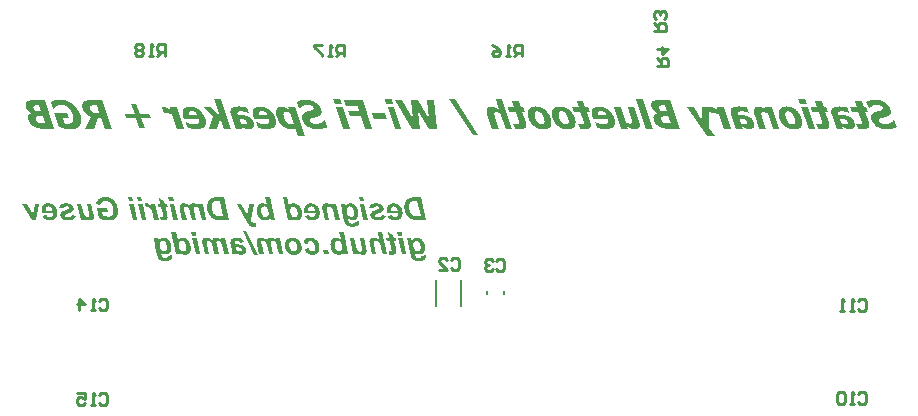
<source format=gbo>
G04*
G04 #@! TF.GenerationSoftware,Altium Limited,Altium Designer,21.8.1 (53)*
G04*
G04 Layer_Color=32896*
%FSLAX25Y25*%
%MOIN*%
G70*
G04*
G04 #@! TF.SameCoordinates,6541C71C-86F6-470F-9AA4-03F4BE15980B*
G04*
G04*
G04 #@! TF.FilePolarity,Positive*
G04*
G01*
G75*
%ADD13C,0.00787*%
%ADD15C,0.01000*%
G36*
X121462Y109170D02*
X119986D01*
X119707Y110506D01*
X121183D01*
X121462Y109170D01*
D02*
G37*
G36*
X58051D02*
X56575D01*
X56297Y110506D01*
X57773D01*
X58051Y109170D01*
D02*
G37*
G36*
X47482D02*
X46006D01*
X45727Y110506D01*
X47203D01*
X47482Y109170D01*
D02*
G37*
G36*
X44546D02*
X43070D01*
X42791Y110506D01*
X44267D01*
X44546Y109170D01*
D02*
G37*
G36*
X91688Y102938D02*
X90343D01*
X90146Y103815D01*
X90040Y103635D01*
X89917Y103479D01*
X89785Y103348D01*
X89646Y103225D01*
X89507Y103126D01*
X89359Y103044D01*
X89220Y102979D01*
X89080Y102930D01*
X88949Y102880D01*
X88826Y102856D01*
X88711Y102831D01*
X88613Y102815D01*
X88539Y102807D01*
X88473Y102798D01*
X88424D01*
X88244Y102807D01*
X88072Y102831D01*
X87908Y102864D01*
X87768Y102905D01*
X87653Y102946D01*
X87555Y102979D01*
X87522Y102995D01*
X87498Y103003D01*
X87489Y103012D01*
X87481D01*
X87317Y103102D01*
X87153Y103208D01*
X87014Y103315D01*
X86883Y103422D01*
X86776Y103520D01*
X86694Y103594D01*
X86661Y103627D01*
X86637Y103651D01*
X86628Y103659D01*
X86620Y103668D01*
X86473Y103848D01*
X86341Y104037D01*
X86235Y104225D01*
X86136Y104406D01*
X86063Y104570D01*
X86030Y104635D01*
X86005Y104701D01*
X85989Y104750D01*
X85972Y104783D01*
X85964Y104807D01*
Y104816D01*
X85882Y105078D01*
X85825Y105340D01*
X85776Y105586D01*
X85759Y105701D01*
X85751Y105808D01*
X85735Y105906D01*
Y105996D01*
X85726Y106070D01*
X85718Y106136D01*
Y106193D01*
Y106234D01*
Y106259D01*
Y106267D01*
X85726Y106472D01*
X85743Y106661D01*
X85767Y106841D01*
X85800Y107005D01*
X85841Y107153D01*
X85882Y107292D01*
X85931Y107423D01*
X85981Y107538D01*
X86030Y107636D01*
X86079Y107718D01*
X86120Y107792D01*
X86161Y107858D01*
X86194Y107907D01*
X86218Y107940D01*
X86235Y107956D01*
X86243Y107964D01*
X86341Y108071D01*
X86448Y108153D01*
X86563Y108235D01*
X86678Y108301D01*
X86792Y108358D01*
X86907Y108407D01*
X87022Y108440D01*
X87129Y108473D01*
X87235Y108497D01*
X87325Y108514D01*
X87407Y108530D01*
X87481Y108538D01*
X87547Y108547D01*
X87629D01*
X87785Y108538D01*
X87924Y108522D01*
X88055Y108506D01*
X88170Y108481D01*
X88268Y108448D01*
X88334Y108432D01*
X88383Y108415D01*
X88391Y108407D01*
X88400D01*
X88531Y108350D01*
X88662Y108284D01*
X88793Y108210D01*
X88908Y108145D01*
X89006Y108079D01*
X89088Y108022D01*
X89138Y107989D01*
X89146Y107973D01*
X89154D01*
X88621Y110506D01*
X90113D01*
X91688Y102938D01*
D02*
G37*
G36*
X64833Y108538D02*
X65005Y108514D01*
X65161Y108473D01*
X65317Y108424D01*
X65464Y108366D01*
X65612Y108292D01*
X65743Y108227D01*
X65866Y108153D01*
X65981Y108071D01*
X66087Y108005D01*
X66169Y107940D01*
X66251Y107874D01*
X66309Y107825D01*
X66350Y107784D01*
X66383Y107759D01*
X66391Y107751D01*
X66251Y108424D01*
X67645D01*
X68785Y102938D01*
X67317D01*
X66784Y105455D01*
X66760Y105570D01*
X66735Y105677D01*
X66711Y105775D01*
X66694Y105865D01*
X66678Y105939D01*
X66661Y106005D01*
X66645Y106070D01*
X66637Y106119D01*
X66612Y106201D01*
X66596Y106251D01*
X66588Y106283D01*
Y106292D01*
X66530Y106431D01*
X66473Y106562D01*
X66424Y106677D01*
X66366Y106767D01*
X66317Y106841D01*
X66284Y106898D01*
X66260Y106931D01*
X66251Y106939D01*
X66178Y107030D01*
X66096Y107112D01*
X66022Y107177D01*
X65948Y107235D01*
X65891Y107284D01*
X65841Y107317D01*
X65809Y107333D01*
X65800Y107341D01*
X65702Y107390D01*
X65612Y107423D01*
X65522Y107456D01*
X65448Y107472D01*
X65382Y107481D01*
X65333Y107489D01*
X65292D01*
X65202Y107481D01*
X65120Y107464D01*
X65054Y107448D01*
X64997Y107423D01*
X64948Y107390D01*
X64915Y107374D01*
X64898Y107358D01*
X64890Y107349D01*
X64841Y107292D01*
X64808Y107235D01*
X64775Y107177D01*
X64759Y107120D01*
X64751Y107062D01*
X64743Y107030D01*
Y106997D01*
Y106989D01*
Y106956D01*
X64751Y106907D01*
X64759Y106800D01*
X64775Y106677D01*
X64800Y106554D01*
X64825Y106431D01*
X64841Y106333D01*
X64849Y106300D01*
Y106267D01*
X64857Y106251D01*
Y106242D01*
X65546Y102938D01*
X64078D01*
X63554Y105422D01*
X63513Y105611D01*
X63463Y105791D01*
X63422Y105955D01*
X63373Y106103D01*
X63332Y106234D01*
X63283Y106357D01*
X63242Y106464D01*
X63201Y106554D01*
X63160Y106636D01*
X63127Y106710D01*
X63094Y106767D01*
X63062Y106816D01*
X63045Y106849D01*
X63029Y106882D01*
X63012Y106890D01*
Y106898D01*
X62930Y107005D01*
X62848Y107095D01*
X62758Y107169D01*
X62676Y107243D01*
X62586Y107300D01*
X62504Y107341D01*
X62422Y107382D01*
X62348Y107415D01*
X62217Y107456D01*
X62160Y107472D01*
X62110Y107481D01*
X62069Y107489D01*
X62012D01*
X61914Y107481D01*
X61832Y107464D01*
X61766Y107448D01*
X61709Y107423D01*
X61659Y107390D01*
X61627Y107374D01*
X61610Y107358D01*
X61602Y107349D01*
X61553Y107300D01*
X61520Y107235D01*
X61495Y107177D01*
X61479Y107120D01*
X61471Y107071D01*
X61463Y107030D01*
Y106997D01*
Y106989D01*
Y106964D01*
X61471Y106931D01*
X61479Y106890D01*
X61487Y106841D01*
X61512Y106726D01*
X61536Y106603D01*
X61561Y106488D01*
X61577Y106382D01*
X61586Y106341D01*
X61594Y106308D01*
X61602Y106292D01*
Y106283D01*
X62307Y102938D01*
X60839D01*
X60118Y106283D01*
X60093Y106406D01*
X60069Y106521D01*
X60052Y106628D01*
X60036Y106726D01*
X60019Y106816D01*
X60003Y106898D01*
X59995Y106964D01*
X59987Y107030D01*
X59978Y107136D01*
X59970Y107202D01*
Y107243D01*
Y107259D01*
Y107366D01*
X59987Y107464D01*
X60028Y107653D01*
X60085Y107809D01*
X60151Y107948D01*
X60224Y108055D01*
X60282Y108128D01*
X60323Y108178D01*
X60331Y108194D01*
X60339D01*
X60413Y108260D01*
X60487Y108309D01*
X60651Y108399D01*
X60823Y108465D01*
X60979Y108506D01*
X61126Y108530D01*
X61192Y108538D01*
X61249D01*
X61290Y108547D01*
X61356D01*
X61569Y108538D01*
X61774Y108506D01*
X61955Y108456D01*
X62127Y108407D01*
X62266Y108358D01*
X62324Y108333D01*
X62373Y108309D01*
X62414Y108292D01*
X62438Y108276D01*
X62455Y108268D01*
X62463D01*
X62652Y108161D01*
X62816Y108038D01*
X62955Y107923D01*
X63070Y107817D01*
X63160Y107718D01*
X63226Y107645D01*
X63267Y107587D01*
X63283Y107579D01*
Y107571D01*
X63332Y107735D01*
X63390Y107874D01*
X63463Y107997D01*
X63537Y108104D01*
X63603Y108178D01*
X63660Y108235D01*
X63701Y108276D01*
X63718Y108284D01*
X63857Y108374D01*
X64005Y108440D01*
X64169Y108481D01*
X64316Y108514D01*
X64456Y108530D01*
X64513Y108538D01*
X64570Y108547D01*
X64669D01*
X64833Y108538D01*
D02*
G37*
G36*
X117100D02*
X117223Y108530D01*
X117452Y108481D01*
X117674Y108415D01*
X117870Y108342D01*
X117961Y108301D01*
X118034Y108260D01*
X118100Y108227D01*
X118166Y108194D01*
X118207Y108169D01*
X118239Y108145D01*
X118264Y108137D01*
X118272Y108128D01*
X118387Y108046D01*
X118494Y107956D01*
X118690Y107768D01*
X118863Y107563D01*
X119002Y107366D01*
X119059Y107267D01*
X119109Y107185D01*
X119158Y107112D01*
X119191Y107038D01*
X119215Y106980D01*
X119240Y106939D01*
X119248Y106915D01*
X119256Y106907D01*
X119371Y106603D01*
X119453Y106292D01*
X119519Y105996D01*
X119535Y105857D01*
X119560Y105726D01*
X119568Y105603D01*
X119584Y105488D01*
X119592Y105390D01*
Y105308D01*
X119601Y105234D01*
Y105185D01*
Y105152D01*
Y105144D01*
X119592Y104947D01*
X119576Y104758D01*
X119551Y104586D01*
X119519Y104422D01*
X119486Y104274D01*
X119437Y104135D01*
X119396Y104012D01*
X119346Y103897D01*
X119297Y103799D01*
X119256Y103717D01*
X119207Y103643D01*
X119174Y103586D01*
X119141Y103536D01*
X119117Y103504D01*
X119100Y103487D01*
X119092Y103479D01*
X118994Y103381D01*
X118887Y103290D01*
X118781Y103217D01*
X118666Y103151D01*
X118559Y103094D01*
X118444Y103053D01*
X118338Y103012D01*
X118239Y102987D01*
X118141Y102962D01*
X118051Y102946D01*
X117977Y102930D01*
X117903Y102921D01*
X117846Y102913D01*
X117772D01*
X117608Y102921D01*
X117452Y102938D01*
X117296Y102971D01*
X117149Y103012D01*
X116870Y103110D01*
X116739Y103167D01*
X116616Y103233D01*
X116509Y103290D01*
X116411Y103348D01*
X116321Y103397D01*
X116247Y103446D01*
X116189Y103487D01*
X116140Y103520D01*
X116116Y103536D01*
X116107Y103545D01*
X116157Y103290D01*
X116181Y103167D01*
X116206Y103061D01*
X116230Y102962D01*
X116255Y102872D01*
X116271Y102790D01*
X116288Y102716D01*
X116304Y102659D01*
X116321Y102602D01*
X116353Y102520D01*
X116370Y102462D01*
X116378Y102429D01*
X116386Y102421D01*
X116444Y102306D01*
X116501Y102216D01*
X116558Y102134D01*
X116616Y102069D01*
X116673Y102019D01*
X116706Y101978D01*
X116739Y101962D01*
X116747Y101954D01*
X116870Y101888D01*
X117001Y101847D01*
X117132Y101814D01*
X117255Y101790D01*
X117370Y101773D01*
X117460Y101765D01*
X117542D01*
X117649Y101773D01*
X117747Y101782D01*
X117829Y101798D01*
X117895Y101814D01*
X117944Y101831D01*
X117985Y101839D01*
X118010Y101855D01*
X118018D01*
X118075Y101888D01*
X118133Y101921D01*
X118174Y101954D01*
X118207Y101987D01*
X118248Y102044D01*
X118264Y102052D01*
Y102060D01*
X118289Y102110D01*
X118305Y102167D01*
X118330Y102290D01*
Y102339D01*
X118338Y102380D01*
Y102413D01*
Y102421D01*
X119912Y102643D01*
X119920Y102561D01*
X119929Y102495D01*
Y102446D01*
Y102438D01*
Y102429D01*
X119920Y102265D01*
X119904Y102110D01*
X119871Y101962D01*
X119838Y101831D01*
X119789Y101716D01*
X119740Y101601D01*
X119691Y101511D01*
X119633Y101421D01*
X119576Y101347D01*
X119527Y101281D01*
X119478Y101232D01*
X119428Y101183D01*
X119396Y101150D01*
X119363Y101126D01*
X119346Y101117D01*
X119338Y101109D01*
X119223Y101035D01*
X119092Y100978D01*
X118953Y100921D01*
X118813Y100880D01*
X118518Y100806D01*
X118231Y100757D01*
X118100Y100740D01*
X117977Y100732D01*
X117862Y100724D01*
X117764Y100716D01*
X117690Y100707D01*
X117575D01*
X117387Y100716D01*
X117214Y100724D01*
X117050Y100740D01*
X116911Y100757D01*
X116796Y100773D01*
X116706Y100781D01*
X116673Y100789D01*
X116649Y100798D01*
X116632D01*
X116476Y100830D01*
X116329Y100871D01*
X116206Y100921D01*
X116091Y100962D01*
X116001Y101003D01*
X115935Y101035D01*
X115894Y101060D01*
X115878Y101068D01*
X115763Y101142D01*
X115656Y101216D01*
X115566Y101290D01*
X115492Y101363D01*
X115427Y101429D01*
X115386Y101478D01*
X115353Y101519D01*
X115345Y101527D01*
X115271Y101642D01*
X115197Y101765D01*
X115132Y101888D01*
X115082Y102003D01*
X115033Y102110D01*
X115000Y102200D01*
X114992Y102233D01*
X114984Y102257D01*
X114976Y102265D01*
Y102274D01*
X114943Y102372D01*
X114910Y102479D01*
X114877Y102593D01*
X114845Y102716D01*
X114779Y102971D01*
X114713Y103225D01*
X114681Y103348D01*
X114656Y103463D01*
X114631Y103561D01*
X114615Y103651D01*
X114599Y103725D01*
X114582Y103782D01*
X114574Y103823D01*
Y103832D01*
X113705Y108424D01*
X115091D01*
X115279Y107448D01*
X115386Y107628D01*
X115492Y107792D01*
X115615Y107932D01*
X115730Y108046D01*
X115829Y108137D01*
X115911Y108202D01*
X115943Y108219D01*
X115968Y108235D01*
X115976Y108251D01*
X115984D01*
X116157Y108350D01*
X116329Y108424D01*
X116493Y108473D01*
X116649Y108514D01*
X116780Y108530D01*
X116837Y108538D01*
X116886D01*
X116927Y108547D01*
X116977D01*
X117100Y108538D01*
D02*
G37*
G36*
X12074Y102938D02*
X10795D01*
X7425Y108424D01*
X9024D01*
X10385Y106095D01*
X10401Y106070D01*
X10426Y106029D01*
X10475Y105939D01*
X10541Y105824D01*
X10606Y105701D01*
X10672Y105586D01*
X10729Y105488D01*
X10746Y105455D01*
X10762Y105422D01*
X10778Y105406D01*
Y105398D01*
X10836Y105291D01*
X10885Y105201D01*
X10926Y105119D01*
X10967Y105053D01*
X11000Y104988D01*
X11033Y104939D01*
X11074Y104848D01*
X11106Y104799D01*
X11123Y104766D01*
X11139Y104750D01*
Y104742D01*
X11147Y104807D01*
X11156Y104889D01*
X11172Y104980D01*
X11180Y105070D01*
X11213Y105283D01*
X11246Y105496D01*
X11262Y105603D01*
X11279Y105701D01*
X11295Y105791D01*
X11311Y105865D01*
X11320Y105931D01*
X11328Y105980D01*
X11336Y106013D01*
Y106021D01*
X11713Y108424D01*
X13165D01*
X12074Y102938D01*
D02*
G37*
G36*
X83783D02*
X83865Y102757D01*
X83955Y102593D01*
X84054Y102454D01*
X84144Y102339D01*
X84242Y102233D01*
X84332Y102151D01*
X84423Y102085D01*
X84513Y102028D01*
X84595Y101987D01*
X84669Y101954D01*
X84734Y101929D01*
X84792Y101913D01*
X84841Y101905D01*
X84874Y101896D01*
X84906D01*
X85095Y101913D01*
X85185Y101921D01*
X85259Y101937D01*
X85325Y101954D01*
X85374Y101962D01*
X85415Y101978D01*
X85423D01*
X85546Y100880D01*
X85333Y100822D01*
X85136Y100781D01*
X84956Y100748D01*
X84800Y100732D01*
X84677Y100716D01*
X84619D01*
X84578Y100707D01*
X84496D01*
X84324Y100716D01*
X84168Y100732D01*
X84029Y100765D01*
X83914Y100798D01*
X83816Y100822D01*
X83742Y100855D01*
X83701Y100871D01*
X83685Y100880D01*
X83562Y100953D01*
X83455Y101027D01*
X83357Y101109D01*
X83275Y101183D01*
X83201Y101249D01*
X83152Y101306D01*
X83119Y101339D01*
X83111Y101355D01*
X83061Y101421D01*
X83012Y101486D01*
X82906Y101650D01*
X82791Y101823D01*
X82684Y101995D01*
X82594Y102151D01*
X82553Y102224D01*
X82512Y102282D01*
X82487Y102331D01*
X82463Y102372D01*
X82455Y102397D01*
X82446Y102405D01*
X79060Y108424D01*
X80626D01*
X81938Y105980D01*
X82118Y105636D01*
X82274Y105308D01*
X82348Y105152D01*
X82414Y105012D01*
X82479Y104873D01*
X82528Y104742D01*
X82578Y104627D01*
X82619Y104520D01*
X82660Y104430D01*
X82684Y104356D01*
X82709Y104291D01*
X82725Y104250D01*
X82742Y104217D01*
Y104209D01*
X82750Y104299D01*
Y104397D01*
X82758Y104504D01*
X82774Y104619D01*
X82799Y104865D01*
X82824Y105111D01*
X82840Y105226D01*
X82848Y105332D01*
X82865Y105431D01*
X82873Y105513D01*
X82881Y105586D01*
X82889Y105636D01*
X82897Y105677D01*
Y105685D01*
X83266Y108424D01*
X84734D01*
X83783Y102938D01*
D02*
G37*
G36*
X35493Y110621D02*
X35731Y110605D01*
X35952Y110564D01*
X36166Y110523D01*
X36371Y110474D01*
X36559Y110416D01*
X36731Y110359D01*
X36887Y110293D01*
X37035Y110228D01*
X37166Y110170D01*
X37273Y110113D01*
X37371Y110064D01*
X37445Y110023D01*
X37502Y109990D01*
X37535Y109965D01*
X37543Y109957D01*
X37715Y109826D01*
X37888Y109686D01*
X38043Y109531D01*
X38183Y109375D01*
X38314Y109219D01*
X38437Y109063D01*
X38552Y108907D01*
X38650Y108760D01*
X38740Y108620D01*
X38814Y108489D01*
X38888Y108366D01*
X38937Y108268D01*
X38978Y108178D01*
X39011Y108120D01*
X39027Y108079D01*
X39036Y108063D01*
X39109Y107874D01*
X39175Y107686D01*
X39241Y107497D01*
X39290Y107308D01*
X39331Y107128D01*
X39364Y106948D01*
X39396Y106784D01*
X39413Y106628D01*
X39437Y106480D01*
X39446Y106349D01*
X39454Y106234D01*
X39462Y106136D01*
X39470Y106054D01*
Y105996D01*
Y105964D01*
Y105947D01*
X39462Y105644D01*
X39429Y105365D01*
X39380Y105103D01*
X39314Y104857D01*
X39232Y104635D01*
X39150Y104430D01*
X39060Y104242D01*
X38962Y104069D01*
X38863Y103922D01*
X38773Y103791D01*
X38691Y103684D01*
X38609Y103594D01*
X38544Y103520D01*
X38494Y103471D01*
X38462Y103438D01*
X38453Y103430D01*
X38306Y103315D01*
X38142Y103225D01*
X37978Y103135D01*
X37797Y103069D01*
X37617Y103003D01*
X37437Y102954D01*
X37264Y102913D01*
X37092Y102880D01*
X36928Y102848D01*
X36781Y102831D01*
X36641Y102815D01*
X36526Y102807D01*
X36428D01*
X36354Y102798D01*
X36297D01*
X35961Y102807D01*
X35641Y102839D01*
X35337Y102880D01*
X35198Y102905D01*
X35075Y102930D01*
X34952Y102954D01*
X34845Y102979D01*
X34755Y103003D01*
X34673Y103020D01*
X34608Y103036D01*
X34567Y103053D01*
X34534Y103061D01*
X34526D01*
X34214Y103167D01*
X34066Y103225D01*
X33927Y103274D01*
X33796Y103331D01*
X33673Y103389D01*
X33558Y103438D01*
X33460Y103487D01*
X33369Y103536D01*
X33287Y103577D01*
X33214Y103618D01*
X33156Y103651D01*
X33107Y103676D01*
X33074Y103700D01*
X33058Y103709D01*
X33050Y103717D01*
X32369Y106972D01*
X35756D01*
X36018Y105709D01*
X34075D01*
X34312Y104578D01*
X34460Y104504D01*
X34616Y104447D01*
X34772Y104389D01*
X34919Y104340D01*
X35042Y104299D01*
X35091Y104283D01*
X35141Y104266D01*
X35182Y104258D01*
X35206Y104250D01*
X35223Y104242D01*
X35231D01*
X35428Y104192D01*
X35608Y104160D01*
X35788Y104135D01*
X35936Y104119D01*
X36067Y104110D01*
X36125D01*
X36166Y104102D01*
X36256D01*
X36412Y104110D01*
X36551Y104119D01*
X36682Y104143D01*
X36805Y104176D01*
X36920Y104209D01*
X37027Y104242D01*
X37117Y104283D01*
X37207Y104332D01*
X37281Y104373D01*
X37346Y104414D01*
X37404Y104447D01*
X37445Y104479D01*
X37478Y104512D01*
X37502Y104537D01*
X37519Y104545D01*
X37527Y104553D01*
X37601Y104643D01*
X37666Y104750D01*
X37732Y104857D01*
X37781Y104971D01*
X37855Y105201D01*
X37904Y105431D01*
X37929Y105537D01*
X37937Y105636D01*
X37945Y105726D01*
X37953Y105808D01*
X37961Y105873D01*
Y105923D01*
Y105955D01*
Y105964D01*
X37953Y106144D01*
X37945Y106324D01*
X37904Y106652D01*
X37879Y106816D01*
X37847Y106964D01*
X37814Y107103D01*
X37781Y107226D01*
X37748Y107341D01*
X37724Y107448D01*
X37691Y107538D01*
X37666Y107620D01*
X37642Y107677D01*
X37625Y107727D01*
X37609Y107751D01*
Y107759D01*
X37543Y107907D01*
X37461Y108046D01*
X37387Y108178D01*
X37305Y108292D01*
X37223Y108407D01*
X37141Y108506D01*
X37059Y108596D01*
X36986Y108678D01*
X36912Y108743D01*
X36846Y108809D01*
X36781Y108858D01*
X36731Y108899D01*
X36682Y108932D01*
X36649Y108957D01*
X36633Y108965D01*
X36625Y108973D01*
X36502Y109039D01*
X36387Y109104D01*
X36141Y109203D01*
X35911Y109268D01*
X35698Y109317D01*
X35600Y109334D01*
X35510Y109350D01*
X35436Y109358D01*
X35370D01*
X35313Y109367D01*
X35239D01*
X35009Y109350D01*
X34804Y109317D01*
X34624Y109260D01*
X34468Y109203D01*
X34345Y109145D01*
X34288Y109112D01*
X34247Y109088D01*
X34214Y109071D01*
X34189Y109055D01*
X34181Y109039D01*
X34173D01*
X34025Y108907D01*
X33894Y108752D01*
X33788Y108588D01*
X33697Y108440D01*
X33632Y108301D01*
X33607Y108235D01*
X33591Y108186D01*
X33574Y108137D01*
X33558Y108104D01*
X33550Y108087D01*
Y108079D01*
X32098Y108243D01*
X32156Y108456D01*
X32221Y108653D01*
X32295Y108842D01*
X32377Y109014D01*
X32459Y109170D01*
X32549Y109317D01*
X32640Y109449D01*
X32722Y109563D01*
X32812Y109670D01*
X32894Y109760D01*
X32959Y109842D01*
X33025Y109900D01*
X33082Y109949D01*
X33123Y109990D01*
X33148Y110006D01*
X33156Y110014D01*
X33312Y110121D01*
X33476Y110219D01*
X33640Y110301D01*
X33812Y110367D01*
X33993Y110433D01*
X34165Y110482D01*
X34337Y110523D01*
X34501Y110556D01*
X34657Y110580D01*
X34796Y110597D01*
X34927Y110613D01*
X35034Y110621D01*
X35132Y110629D01*
X35255D01*
X35493Y110621D01*
D02*
G37*
G36*
X54911Y109293D02*
X55091Y108424D01*
X55813D01*
X56042Y107325D01*
X55313D01*
X55788Y105111D01*
X55821Y104947D01*
X55854Y104799D01*
X55878Y104668D01*
X55895Y104545D01*
X55911Y104438D01*
X55928Y104340D01*
X55944Y104258D01*
X55952Y104184D01*
X55960Y104127D01*
X55969Y104078D01*
Y104037D01*
X55977Y104004D01*
Y103979D01*
Y103963D01*
Y103946D01*
X55969Y103848D01*
X55960Y103758D01*
X55919Y103586D01*
X55862Y103438D01*
X55796Y103323D01*
X55739Y103225D01*
X55682Y103159D01*
X55641Y103118D01*
X55624Y103102D01*
X55550Y103053D01*
X55468Y103003D01*
X55296Y102930D01*
X55099Y102872D01*
X54911Y102839D01*
X54747Y102815D01*
X54673Y102807D01*
X54607D01*
X54550Y102798D01*
X54329D01*
X54181Y102815D01*
X54050Y102823D01*
X53935Y102839D01*
X53828Y102856D01*
X53755Y102864D01*
X53705Y102880D01*
X53689D01*
X53459Y103979D01*
X53599Y103963D01*
X53705Y103955D01*
X53796Y103946D01*
X53861D01*
X53910Y103938D01*
X53960D01*
X54058Y103946D01*
X54140Y103955D01*
X54206Y103971D01*
X54263Y103987D01*
X54304Y104004D01*
X54329Y104012D01*
X54345Y104028D01*
X54353D01*
X54386Y104069D01*
X54411Y104110D01*
X54443Y104201D01*
X54452Y104242D01*
X54460Y104274D01*
Y104291D01*
Y104299D01*
Y104324D01*
X54452Y104356D01*
X54443Y104397D01*
X54435Y104447D01*
X54419Y104561D01*
X54394Y104693D01*
X54370Y104807D01*
X54345Y104914D01*
X54337Y104955D01*
Y104988D01*
X54329Y105004D01*
Y105012D01*
X53837Y107325D01*
X52935D01*
X52705Y108424D01*
X53615D01*
X53222Y110318D01*
X54911Y109293D01*
D02*
G37*
G36*
X131564Y108530D02*
X131835Y108497D01*
X132089Y108440D01*
X132327Y108358D01*
X132540Y108268D01*
X132737Y108169D01*
X132926Y108063D01*
X133081Y107956D01*
X133229Y107841D01*
X133352Y107735D01*
X133459Y107636D01*
X133549Y107546D01*
X133614Y107464D01*
X133664Y107407D01*
X133696Y107374D01*
X133705Y107358D01*
X133811Y107185D01*
X133910Y107013D01*
X133992Y106841D01*
X134065Y106669D01*
X134123Y106497D01*
X134172Y106333D01*
X134213Y106177D01*
X134246Y106021D01*
X134279Y105882D01*
X134295Y105750D01*
X134311Y105636D01*
X134320Y105537D01*
Y105455D01*
X134328Y105398D01*
Y105365D01*
Y105349D01*
X134320Y105135D01*
X134295Y104939D01*
X134262Y104750D01*
X134221Y104570D01*
X134164Y104406D01*
X134106Y104258D01*
X134049Y104119D01*
X133983Y103987D01*
X133918Y103873D01*
X133860Y103774D01*
X133795Y103692D01*
X133746Y103627D01*
X133705Y103569D01*
X133672Y103528D01*
X133647Y103504D01*
X133639Y103495D01*
X133508Y103372D01*
X133360Y103266D01*
X133221Y103176D01*
X133065Y103094D01*
X132917Y103028D01*
X132770Y102971D01*
X132622Y102921D01*
X132483Y102889D01*
X132352Y102856D01*
X132229Y102839D01*
X132122Y102823D01*
X132024Y102807D01*
X131950D01*
X131892Y102798D01*
X131843D01*
X131696Y102807D01*
X131548Y102815D01*
X131277Y102864D01*
X131031Y102921D01*
X130917Y102962D01*
X130818Y102995D01*
X130720Y103036D01*
X130638Y103069D01*
X130564Y103102D01*
X130507Y103135D01*
X130457Y103159D01*
X130425Y103176D01*
X130400Y103184D01*
X130392Y103192D01*
X130277Y103274D01*
X130162Y103356D01*
X129957Y103553D01*
X129777Y103750D01*
X129629Y103946D01*
X129564Y104037D01*
X129506Y104119D01*
X129465Y104201D01*
X129424Y104266D01*
X129391Y104324D01*
X129367Y104365D01*
X129359Y104389D01*
X129350Y104397D01*
X130679Y104619D01*
X130761Y104488D01*
X130851Y104365D01*
X130941Y104266D01*
X131040Y104176D01*
X131130Y104102D01*
X131228Y104045D01*
X131318Y103996D01*
X131417Y103955D01*
X131499Y103922D01*
X131581Y103897D01*
X131655Y103881D01*
X131712Y103864D01*
X131761D01*
X131802Y103856D01*
X131835D01*
X131999Y103873D01*
X132147Y103905D01*
X132278Y103963D01*
X132384Y104020D01*
X132475Y104078D01*
X132540Y104135D01*
X132581Y104168D01*
X132598Y104184D01*
X132704Y104315D01*
X132778Y104463D01*
X132835Y104611D01*
X132868Y104750D01*
X132893Y104881D01*
X132901Y104930D01*
Y104980D01*
X132909Y105021D01*
Y105045D01*
Y105062D01*
Y105070D01*
Y105111D01*
X132901Y105160D01*
Y105193D01*
Y105209D01*
X129186D01*
X129154Y105373D01*
X129121Y105537D01*
X129104Y105701D01*
X129096Y105857D01*
X129088Y105980D01*
X129080Y106037D01*
Y106087D01*
Y106128D01*
Y106152D01*
Y106169D01*
Y106177D01*
X129088Y106382D01*
X129104Y106570D01*
X129137Y106751D01*
X129170Y106923D01*
X129219Y107071D01*
X129268Y107218D01*
X129326Y107349D01*
X129375Y107464D01*
X129432Y107571D01*
X129490Y107661D01*
X129539Y107735D01*
X129588Y107800D01*
X129621Y107850D01*
X129654Y107891D01*
X129670Y107907D01*
X129678Y107915D01*
X129793Y108030D01*
X129916Y108120D01*
X130047Y108210D01*
X130179Y108284D01*
X130310Y108342D01*
X130441Y108391D01*
X130572Y108432D01*
X130695Y108465D01*
X130818Y108497D01*
X130925Y108514D01*
X131023Y108530D01*
X131113Y108538D01*
X131179Y108547D01*
X131277D01*
X131564Y108530D01*
D02*
G37*
G36*
X103963D02*
X104234Y108497D01*
X104488Y108440D01*
X104726Y108358D01*
X104939Y108268D01*
X105136Y108169D01*
X105324Y108063D01*
X105480Y107956D01*
X105628Y107841D01*
X105751Y107735D01*
X105857Y107636D01*
X105948Y107546D01*
X106013Y107464D01*
X106062Y107407D01*
X106095Y107374D01*
X106103Y107358D01*
X106210Y107185D01*
X106308Y107013D01*
X106390Y106841D01*
X106464Y106669D01*
X106522Y106497D01*
X106571Y106333D01*
X106612Y106177D01*
X106645Y106021D01*
X106677Y105882D01*
X106694Y105750D01*
X106710Y105636D01*
X106718Y105537D01*
Y105455D01*
X106727Y105398D01*
Y105365D01*
Y105349D01*
X106718Y105135D01*
X106694Y104939D01*
X106661Y104750D01*
X106620Y104570D01*
X106563Y104406D01*
X106505Y104258D01*
X106448Y104119D01*
X106382Y103987D01*
X106317Y103873D01*
X106259Y103774D01*
X106194Y103692D01*
X106144Y103627D01*
X106103Y103569D01*
X106071Y103528D01*
X106046Y103504D01*
X106038Y103495D01*
X105907Y103372D01*
X105759Y103266D01*
X105620Y103176D01*
X105464Y103094D01*
X105316Y103028D01*
X105169Y102971D01*
X105021Y102921D01*
X104882Y102889D01*
X104750Y102856D01*
X104627Y102839D01*
X104521Y102823D01*
X104422Y102807D01*
X104349D01*
X104291Y102798D01*
X104242D01*
X104094Y102807D01*
X103947Y102815D01*
X103676Y102864D01*
X103430Y102921D01*
X103315Y102962D01*
X103217Y102995D01*
X103119Y103036D01*
X103037Y103069D01*
X102963Y103102D01*
X102905Y103135D01*
X102856Y103159D01*
X102823Y103176D01*
X102799Y103184D01*
X102791Y103192D01*
X102676Y103274D01*
X102561Y103356D01*
X102356Y103553D01*
X102176Y103750D01*
X102028Y103946D01*
X101962Y104037D01*
X101905Y104119D01*
X101864Y104201D01*
X101823Y104266D01*
X101790Y104324D01*
X101766Y104365D01*
X101757Y104389D01*
X101749Y104397D01*
X103078Y104619D01*
X103160Y104488D01*
X103250Y104365D01*
X103340Y104266D01*
X103438Y104176D01*
X103529Y104102D01*
X103627Y104045D01*
X103717Y103996D01*
X103816Y103955D01*
X103898Y103922D01*
X103980Y103897D01*
X104053Y103881D01*
X104111Y103864D01*
X104160D01*
X104201Y103856D01*
X104234D01*
X104398Y103873D01*
X104545Y103905D01*
X104677Y103963D01*
X104783Y104020D01*
X104873Y104078D01*
X104939Y104135D01*
X104980Y104168D01*
X104996Y104184D01*
X105103Y104315D01*
X105177Y104463D01*
X105234Y104611D01*
X105267Y104750D01*
X105292Y104881D01*
X105300Y104930D01*
Y104980D01*
X105308Y105021D01*
Y105045D01*
Y105062D01*
Y105070D01*
Y105111D01*
X105300Y105160D01*
Y105193D01*
Y105209D01*
X101585D01*
X101552Y105373D01*
X101520Y105537D01*
X101503Y105701D01*
X101495Y105857D01*
X101487Y105980D01*
X101479Y106037D01*
Y106087D01*
Y106128D01*
Y106152D01*
Y106169D01*
Y106177D01*
X101487Y106382D01*
X101503Y106570D01*
X101536Y106751D01*
X101569Y106923D01*
X101618Y107071D01*
X101667Y107218D01*
X101725Y107349D01*
X101774Y107464D01*
X101831Y107571D01*
X101889Y107661D01*
X101938Y107735D01*
X101987Y107800D01*
X102020Y107850D01*
X102053Y107891D01*
X102069Y107907D01*
X102077Y107915D01*
X102192Y108030D01*
X102315Y108120D01*
X102446Y108210D01*
X102577Y108284D01*
X102709Y108342D01*
X102840Y108391D01*
X102971Y108432D01*
X103094Y108465D01*
X103217Y108497D01*
X103324Y108514D01*
X103422Y108530D01*
X103512Y108538D01*
X103578Y108547D01*
X103676D01*
X103963Y108530D01*
D02*
G37*
G36*
X31237Y105357D02*
X31270Y105209D01*
X31303Y105070D01*
X31328Y104939D01*
X31344Y104824D01*
X31360Y104717D01*
X31377Y104627D01*
X31393Y104545D01*
X31401Y104471D01*
X31410Y104414D01*
X31418Y104365D01*
Y104315D01*
X31426Y104283D01*
Y104258D01*
Y104242D01*
Y104225D01*
X31418Y104110D01*
X31410Y103996D01*
X31369Y103791D01*
X31311Y103610D01*
X31246Y103463D01*
X31188Y103340D01*
X31155Y103299D01*
X31131Y103258D01*
X31106Y103225D01*
X31090Y103200D01*
X31073Y103192D01*
Y103184D01*
X31000Y103118D01*
X30926Y103061D01*
X30770Y102962D01*
X30606Y102897D01*
X30442Y102848D01*
X30303Y102823D01*
X30245Y102807D01*
X30196D01*
X30147Y102798D01*
X30089D01*
X29909Y102807D01*
X29729Y102839D01*
X29556Y102880D01*
X29392Y102930D01*
X29228Y102995D01*
X29081Y103069D01*
X28941Y103143D01*
X28810Y103225D01*
X28695Y103307D01*
X28589Y103381D01*
X28490Y103454D01*
X28417Y103520D01*
X28351Y103569D01*
X28310Y103618D01*
X28277Y103643D01*
X28269Y103651D01*
X28425Y102938D01*
X27031D01*
X25793Y108424D01*
X27285D01*
X27867Y105800D01*
X27908Y105627D01*
X27949Y105480D01*
X27982Y105349D01*
X28015Y105250D01*
X28039Y105168D01*
X28056Y105111D01*
X28064Y105070D01*
X28072Y105062D01*
X28121Y104947D01*
X28162Y104840D01*
X28212Y104750D01*
X28253Y104676D01*
X28285Y104611D01*
X28318Y104570D01*
X28335Y104537D01*
X28343Y104529D01*
X28449Y104381D01*
X28507Y104324D01*
X28556Y104266D01*
X28605Y104225D01*
X28638Y104192D01*
X28663Y104168D01*
X28671Y104160D01*
X28802Y104061D01*
X28859Y104020D01*
X28917Y103987D01*
X28958Y103963D01*
X28991Y103946D01*
X29015Y103930D01*
X29023D01*
X29155Y103889D01*
X29261Y103864D01*
X29310D01*
X29343Y103856D01*
X29376D01*
X29466Y103864D01*
X29540Y103881D01*
X29614Y103905D01*
X29671Y103938D01*
X29712Y103971D01*
X29753Y103996D01*
X29770Y104012D01*
X29778Y104020D01*
X29827Y104086D01*
X29868Y104160D01*
X29893Y104225D01*
X29917Y104291D01*
X29925Y104348D01*
X29934Y104389D01*
Y104422D01*
Y104430D01*
Y104463D01*
X29925Y104504D01*
X29909Y104611D01*
X29893Y104725D01*
X29868Y104848D01*
X29843Y104971D01*
X29819Y105070D01*
X29811Y105103D01*
Y105135D01*
X29802Y105152D01*
Y105160D01*
X29064Y108424D01*
X30549D01*
X31237Y105357D01*
D02*
G37*
G36*
X16461Y108530D02*
X16732Y108497D01*
X16986Y108440D01*
X17224Y108358D01*
X17437Y108268D01*
X17634Y108169D01*
X17822Y108063D01*
X17978Y107956D01*
X18126Y107841D01*
X18249Y107735D01*
X18355Y107636D01*
X18445Y107546D01*
X18511Y107464D01*
X18560Y107407D01*
X18593Y107374D01*
X18601Y107358D01*
X18708Y107185D01*
X18806Y107013D01*
X18888Y106841D01*
X18962Y106669D01*
X19019Y106497D01*
X19069Y106333D01*
X19110Y106177D01*
X19142Y106021D01*
X19175Y105882D01*
X19192Y105750D01*
X19208Y105636D01*
X19216Y105537D01*
Y105455D01*
X19224Y105398D01*
Y105365D01*
Y105349D01*
X19216Y105135D01*
X19192Y104939D01*
X19159Y104750D01*
X19118Y104570D01*
X19060Y104406D01*
X19003Y104258D01*
X18946Y104119D01*
X18880Y103987D01*
X18814Y103873D01*
X18757Y103774D01*
X18691Y103692D01*
X18642Y103627D01*
X18601Y103569D01*
X18568Y103528D01*
X18544Y103504D01*
X18536Y103495D01*
X18404Y103372D01*
X18257Y103266D01*
X18117Y103176D01*
X17962Y103094D01*
X17814Y103028D01*
X17666Y102971D01*
X17519Y102921D01*
X17379Y102889D01*
X17248Y102856D01*
X17125Y102839D01*
X17019Y102823D01*
X16920Y102807D01*
X16846D01*
X16789Y102798D01*
X16740D01*
X16592Y102807D01*
X16445Y102815D01*
X16174Y102864D01*
X15928Y102921D01*
X15813Y102962D01*
X15715Y102995D01*
X15616Y103036D01*
X15534Y103069D01*
X15461Y103102D01*
X15403Y103135D01*
X15354Y103159D01*
X15321Y103176D01*
X15297Y103184D01*
X15288Y103192D01*
X15174Y103274D01*
X15059Y103356D01*
X14854Y103553D01*
X14673Y103750D01*
X14526Y103946D01*
X14460Y104037D01*
X14403Y104119D01*
X14362Y104201D01*
X14321Y104266D01*
X14288Y104324D01*
X14263Y104365D01*
X14255Y104389D01*
X14247Y104397D01*
X15575Y104619D01*
X15657Y104488D01*
X15748Y104365D01*
X15838Y104266D01*
X15936Y104176D01*
X16026Y104102D01*
X16125Y104045D01*
X16215Y103996D01*
X16313Y103955D01*
X16395Y103922D01*
X16477Y103897D01*
X16551Y103881D01*
X16609Y103864D01*
X16658D01*
X16699Y103856D01*
X16732D01*
X16896Y103873D01*
X17043Y103905D01*
X17174Y103963D01*
X17281Y104020D01*
X17371Y104078D01*
X17437Y104135D01*
X17478Y104168D01*
X17494Y104184D01*
X17601Y104315D01*
X17675Y104463D01*
X17732Y104611D01*
X17765Y104750D01*
X17789Y104881D01*
X17798Y104930D01*
Y104980D01*
X17806Y105021D01*
Y105045D01*
Y105062D01*
Y105070D01*
Y105111D01*
X17798Y105160D01*
Y105193D01*
Y105209D01*
X14083D01*
X14050Y105373D01*
X14017Y105537D01*
X14001Y105701D01*
X13993Y105857D01*
X13985Y105980D01*
X13976Y106037D01*
Y106087D01*
Y106128D01*
Y106152D01*
Y106169D01*
Y106177D01*
X13985Y106382D01*
X14001Y106570D01*
X14034Y106751D01*
X14067Y106923D01*
X14116Y107071D01*
X14165Y107218D01*
X14222Y107349D01*
X14272Y107464D01*
X14329Y107571D01*
X14386Y107661D01*
X14436Y107735D01*
X14485Y107800D01*
X14518Y107850D01*
X14550Y107891D01*
X14567Y107907D01*
X14575Y107915D01*
X14690Y108030D01*
X14813Y108120D01*
X14944Y108210D01*
X15075Y108284D01*
X15206Y108342D01*
X15338Y108391D01*
X15469Y108432D01*
X15592Y108465D01*
X15715Y108497D01*
X15821Y108514D01*
X15920Y108530D01*
X16010Y108538D01*
X16076Y108547D01*
X16174D01*
X16461Y108530D01*
D02*
G37*
G36*
X142126Y102938D02*
X139272D01*
X139100Y102946D01*
X138936D01*
X138797Y102954D01*
X138657Y102962D01*
X138534Y102971D01*
X138428Y102979D01*
X138329Y102995D01*
X138239Y103003D01*
X138165Y103012D01*
X138100Y103020D01*
X138051Y103028D01*
X138010Y103036D01*
X137985D01*
X137969Y103044D01*
X137960D01*
X137649Y103135D01*
X137509Y103184D01*
X137378Y103233D01*
X137255Y103290D01*
X137140Y103340D01*
X137034Y103397D01*
X136935Y103446D01*
X136853Y103495D01*
X136771Y103536D01*
X136706Y103577D01*
X136657Y103618D01*
X136616Y103643D01*
X136583Y103668D01*
X136566Y103676D01*
X136558Y103684D01*
X136427Y103791D01*
X136304Y103905D01*
X136074Y104151D01*
X135878Y104406D01*
X135787Y104529D01*
X135705Y104643D01*
X135632Y104758D01*
X135574Y104857D01*
X135517Y104947D01*
X135468Y105029D01*
X135435Y105094D01*
X135410Y105144D01*
X135394Y105176D01*
X135386Y105185D01*
X135304Y105365D01*
X135230Y105554D01*
X135164Y105742D01*
X135107Y105931D01*
X135066Y106111D01*
X135025Y106292D01*
X134992Y106464D01*
X134967Y106636D01*
X134951Y106784D01*
X134935Y106923D01*
X134926Y107054D01*
X134918Y107161D01*
X134910Y107243D01*
Y107308D01*
Y107349D01*
Y107366D01*
X134918Y107571D01*
X134926Y107768D01*
X134951Y107948D01*
X134967Y108096D01*
X134992Y108227D01*
X135000Y108276D01*
X135017Y108325D01*
X135025Y108358D01*
Y108383D01*
X135033Y108399D01*
Y108407D01*
X135082Y108579D01*
X135140Y108743D01*
X135197Y108883D01*
X135254Y109006D01*
X135304Y109112D01*
X135345Y109186D01*
X135369Y109235D01*
X135377Y109252D01*
X135459Y109383D01*
X135550Y109506D01*
X135632Y109613D01*
X135714Y109703D01*
X135787Y109777D01*
X135845Y109826D01*
X135878Y109867D01*
X135894Y109875D01*
X136009Y109965D01*
X136124Y110047D01*
X136238Y110121D01*
X136345Y110178D01*
X136435Y110228D01*
X136501Y110260D01*
X136550Y110277D01*
X136558Y110285D01*
X136566D01*
X136706Y110334D01*
X136853Y110375D01*
X136993Y110408D01*
X137124Y110433D01*
X137239Y110457D01*
X137329Y110465D01*
X137362D01*
X137386Y110474D01*
X137411D01*
X137460Y110482D01*
X137526D01*
X137600Y110490D01*
X137682D01*
X137862Y110498D01*
X138042Y110506D01*
X140552D01*
X142126Y102938D01*
D02*
G37*
G36*
X122758D02*
X121290D01*
X120142Y108424D01*
X121618D01*
X122758Y102938D01*
D02*
G37*
G36*
X109178Y108538D02*
X109359Y108514D01*
X109523Y108481D01*
X109662Y108448D01*
X109785Y108415D01*
X109834Y108399D01*
X109875Y108383D01*
X109908Y108366D01*
X109933Y108358D01*
X109949Y108350D01*
X109957D01*
X110130Y108268D01*
X110302Y108169D01*
X110474Y108055D01*
X110622Y107956D01*
X110753Y107858D01*
X110802Y107817D01*
X110851Y107776D01*
X110892Y107743D01*
X110917Y107718D01*
X110933Y107710D01*
X110941Y107702D01*
X110802Y108424D01*
X112212D01*
X113352Y102938D01*
X111884D01*
X111417Y105185D01*
X111376Y105365D01*
X111335Y105521D01*
X111302Y105668D01*
X111269Y105808D01*
X111237Y105923D01*
X111204Y106029D01*
X111171Y106128D01*
X111146Y106210D01*
X111122Y106275D01*
X111097Y106333D01*
X111081Y106382D01*
X111064Y106423D01*
X111048Y106456D01*
X111040Y106472D01*
X111032Y106488D01*
X110941Y106652D01*
X110835Y106792D01*
X110728Y106915D01*
X110630Y107021D01*
X110540Y107103D01*
X110466Y107161D01*
X110417Y107202D01*
X110408Y107210D01*
X110400D01*
X110253Y107300D01*
X110113Y107374D01*
X109990Y107423D01*
X109884Y107456D01*
X109793Y107472D01*
X109720Y107489D01*
X109662D01*
X109556Y107481D01*
X109457Y107464D01*
X109383Y107440D01*
X109318Y107407D01*
X109260Y107374D01*
X109228Y107349D01*
X109203Y107333D01*
X109195Y107325D01*
X109137Y107259D01*
X109096Y107185D01*
X109064Y107112D01*
X109047Y107038D01*
X109031Y106972D01*
X109023Y106923D01*
Y106890D01*
Y106874D01*
Y106841D01*
X109031Y106800D01*
X109039Y106743D01*
X109047Y106685D01*
X109072Y106546D01*
X109096Y106406D01*
X109121Y106267D01*
X109137Y106201D01*
X109146Y106152D01*
X109154Y106103D01*
X109162Y106070D01*
X109170Y106046D01*
Y106037D01*
X109843Y102938D01*
X108375D01*
X107702Y106029D01*
X107670Y106177D01*
X107645Y106308D01*
X107620Y106431D01*
X107604Y106538D01*
X107588Y106644D01*
X107571Y106726D01*
X107555Y106808D01*
X107547Y106882D01*
X107538Y106939D01*
X107530Y106989D01*
Y107038D01*
X107522Y107071D01*
Y107112D01*
Y107128D01*
X107530Y107243D01*
X107538Y107358D01*
X107579Y107554D01*
X107645Y107735D01*
X107719Y107882D01*
X107793Y107997D01*
X107825Y108046D01*
X107850Y108079D01*
X107883Y108112D01*
X107899Y108137D01*
X107907Y108145D01*
X107916Y108153D01*
X107989Y108219D01*
X108071Y108284D01*
X108252Y108383D01*
X108432Y108448D01*
X108596Y108497D01*
X108752Y108530D01*
X108818Y108538D01*
X108875D01*
X108924Y108547D01*
X108990D01*
X109178Y108538D01*
D02*
G37*
G36*
X76354Y102938D02*
X73500D01*
X73328Y102946D01*
X73164D01*
X73025Y102954D01*
X72885Y102962D01*
X72762Y102971D01*
X72656Y102979D01*
X72557Y102995D01*
X72467Y103003D01*
X72393Y103012D01*
X72328Y103020D01*
X72278Y103028D01*
X72237Y103036D01*
X72213D01*
X72196Y103044D01*
X72188D01*
X71877Y103135D01*
X71737Y103184D01*
X71606Y103233D01*
X71483Y103290D01*
X71368Y103340D01*
X71262Y103397D01*
X71163Y103446D01*
X71081Y103495D01*
X70999Y103536D01*
X70934Y103577D01*
X70884Y103618D01*
X70843Y103643D01*
X70811Y103668D01*
X70794Y103676D01*
X70786Y103684D01*
X70655Y103791D01*
X70532Y103905D01*
X70302Y104151D01*
X70105Y104406D01*
X70015Y104529D01*
X69933Y104643D01*
X69859Y104758D01*
X69802Y104857D01*
X69745Y104947D01*
X69695Y105029D01*
X69663Y105094D01*
X69638Y105144D01*
X69622Y105176D01*
X69613Y105185D01*
X69531Y105365D01*
X69458Y105554D01*
X69392Y105742D01*
X69335Y105931D01*
X69294Y106111D01*
X69253Y106292D01*
X69220Y106464D01*
X69195Y106636D01*
X69179Y106784D01*
X69162Y106923D01*
X69154Y107054D01*
X69146Y107161D01*
X69138Y107243D01*
Y107308D01*
Y107349D01*
Y107366D01*
X69146Y107571D01*
X69154Y107768D01*
X69179Y107948D01*
X69195Y108096D01*
X69220Y108227D01*
X69228Y108276D01*
X69244Y108325D01*
X69253Y108358D01*
Y108383D01*
X69261Y108399D01*
Y108407D01*
X69310Y108579D01*
X69367Y108743D01*
X69425Y108883D01*
X69482Y109006D01*
X69531Y109112D01*
X69572Y109186D01*
X69597Y109235D01*
X69605Y109252D01*
X69687Y109383D01*
X69777Y109506D01*
X69859Y109613D01*
X69941Y109703D01*
X70015Y109777D01*
X70073Y109826D01*
X70105Y109867D01*
X70122Y109875D01*
X70237Y109965D01*
X70351Y110047D01*
X70466Y110121D01*
X70573Y110178D01*
X70663Y110228D01*
X70729Y110260D01*
X70778Y110277D01*
X70786Y110285D01*
X70794D01*
X70934Y110334D01*
X71081Y110375D01*
X71221Y110408D01*
X71352Y110433D01*
X71467Y110457D01*
X71557Y110465D01*
X71590D01*
X71614Y110474D01*
X71639D01*
X71688Y110482D01*
X71754D01*
X71827Y110490D01*
X71909D01*
X72090Y110498D01*
X72270Y110506D01*
X74779D01*
X76354Y102938D01*
D02*
G37*
G36*
X59347D02*
X57879D01*
X56731Y108424D01*
X58207D01*
X59347Y102938D01*
D02*
G37*
G36*
X49163Y108530D02*
X49327Y108497D01*
X49491Y108440D01*
X49638Y108358D01*
X49786Y108268D01*
X49925Y108169D01*
X50056Y108063D01*
X50171Y107948D01*
X50286Y107833D01*
X50376Y107727D01*
X50466Y107628D01*
X50540Y107538D01*
X50598Y107464D01*
X50639Y107399D01*
X50663Y107366D01*
X50671Y107349D01*
X50450Y108424D01*
X51836D01*
X52976Y102938D01*
X51508D01*
X51147Y104652D01*
X51106Y104840D01*
X51065Y105021D01*
X51024Y105185D01*
X50991Y105332D01*
X50950Y105472D01*
X50917Y105595D01*
X50885Y105709D01*
X50852Y105808D01*
X50819Y105898D01*
X50794Y105972D01*
X50770Y106037D01*
X50753Y106087D01*
X50737Y106128D01*
X50721Y106152D01*
X50712Y106169D01*
Y106177D01*
X50622Y106349D01*
X50516Y106505D01*
X50417Y106636D01*
X50311Y106743D01*
X50229Y106833D01*
X50155Y106898D01*
X50106Y106931D01*
X50097Y106948D01*
X50089D01*
X49942Y107046D01*
X49802Y107120D01*
X49671Y107169D01*
X49548Y107210D01*
X49450Y107226D01*
X49376Y107235D01*
X49327Y107243D01*
X49310D01*
X49146Y107235D01*
X49072Y107218D01*
X49007Y107210D01*
X48949Y107194D01*
X48908Y107177D01*
X48884Y107169D01*
X48876D01*
X48310Y108383D01*
X48441Y108440D01*
X48572Y108481D01*
X48687Y108506D01*
X48794Y108530D01*
X48876Y108538D01*
X48941Y108547D01*
X48999D01*
X49163Y108530D01*
D02*
G37*
G36*
X48777Y102938D02*
X47309D01*
X46161Y108424D01*
X47637D01*
X48777Y102938D01*
D02*
G37*
G36*
X45842D02*
X44374D01*
X43226Y108424D01*
X44702D01*
X45842Y102938D01*
D02*
G37*
G36*
X125767Y108538D02*
X125988Y108522D01*
X126202Y108489D01*
X126398Y108440D01*
X126579Y108391D01*
X126743Y108333D01*
X126890Y108276D01*
X127030Y108219D01*
X127145Y108153D01*
X127243Y108096D01*
X127333Y108038D01*
X127407Y107989D01*
X127456Y107948D01*
X127497Y107915D01*
X127522Y107891D01*
X127530Y107882D01*
X127612Y107792D01*
X127686Y107702D01*
X127751Y107604D01*
X127809Y107513D01*
X127858Y107415D01*
X127899Y107325D01*
X127956Y107153D01*
X127989Y106997D01*
X127997Y106931D01*
X128006Y106874D01*
X128014Y106833D01*
Y106800D01*
Y106775D01*
Y106767D01*
X128006Y106644D01*
X127989Y106538D01*
X127965Y106423D01*
X127932Y106324D01*
X127858Y106144D01*
X127760Y105996D01*
X127669Y105873D01*
X127628Y105824D01*
X127587Y105783D01*
X127563Y105750D01*
X127538Y105726D01*
X127522Y105718D01*
X127514Y105709D01*
X127440Y105660D01*
X127350Y105603D01*
X127243Y105554D01*
X127120Y105496D01*
X126989Y105431D01*
X126849Y105373D01*
X126562Y105258D01*
X126423Y105209D01*
X126292Y105160D01*
X126169Y105119D01*
X126062Y105078D01*
X125972Y105045D01*
X125906Y105021D01*
X125865Y105012D01*
X125849Y105004D01*
X125759Y104971D01*
X125677Y104947D01*
X125603Y104914D01*
X125546Y104889D01*
X125431Y104840D01*
X125357Y104807D01*
X125300Y104775D01*
X125259Y104750D01*
X125242Y104734D01*
X125234Y104725D01*
X125193Y104684D01*
X125168Y104635D01*
X125136Y104545D01*
X125127Y104512D01*
X125119Y104479D01*
Y104463D01*
Y104455D01*
X125127Y104373D01*
X125152Y104299D01*
X125185Y104242D01*
X125226Y104184D01*
X125267Y104135D01*
X125300Y104102D01*
X125324Y104086D01*
X125332Y104078D01*
X125455Y104004D01*
X125595Y103946D01*
X125726Y103914D01*
X125857Y103881D01*
X125972Y103864D01*
X126070Y103856D01*
X126152D01*
X126325Y103864D01*
X126480Y103881D01*
X126612Y103914D01*
X126726Y103946D01*
X126817Y103979D01*
X126882Y104012D01*
X126915Y104028D01*
X126931Y104037D01*
X127030Y104119D01*
X127120Y104217D01*
X127202Y104324D01*
X127268Y104430D01*
X127325Y104529D01*
X127366Y104611D01*
X127382Y104643D01*
X127391Y104668D01*
X127399Y104676D01*
Y104684D01*
X128834Y104455D01*
X128785Y104315D01*
X128727Y104176D01*
X128670Y104053D01*
X128596Y103930D01*
X128530Y103823D01*
X128457Y103725D01*
X128383Y103635D01*
X128309Y103553D01*
X128235Y103479D01*
X128170Y103413D01*
X128112Y103356D01*
X128063Y103315D01*
X128014Y103282D01*
X127981Y103249D01*
X127965Y103241D01*
X127956Y103233D01*
X127825Y103159D01*
X127694Y103094D01*
X127546Y103028D01*
X127399Y102979D01*
X127087Y102905D01*
X126792Y102856D01*
X126661Y102831D01*
X126530Y102823D01*
X126415Y102815D01*
X126316Y102807D01*
X126234Y102798D01*
X126120D01*
X125906Y102807D01*
X125701Y102823D01*
X125505Y102848D01*
X125332Y102889D01*
X125168Y102930D01*
X125013Y102979D01*
X124873Y103028D01*
X124750Y103085D01*
X124644Y103135D01*
X124545Y103184D01*
X124463Y103233D01*
X124398Y103274D01*
X124340Y103315D01*
X124307Y103340D01*
X124283Y103356D01*
X124275Y103364D01*
X124160Y103471D01*
X124053Y103586D01*
X123963Y103700D01*
X123889Y103823D01*
X123824Y103938D01*
X123774Y104045D01*
X123725Y104160D01*
X123692Y104258D01*
X123668Y104356D01*
X123643Y104447D01*
X123627Y104529D01*
X123619Y104594D01*
Y104652D01*
X123610Y104693D01*
Y104717D01*
Y104725D01*
X123619Y104832D01*
X123635Y104939D01*
X123660Y105045D01*
X123692Y105144D01*
X123774Y105316D01*
X123873Y105463D01*
X123971Y105586D01*
X124012Y105644D01*
X124053Y105685D01*
X124086Y105718D01*
X124111Y105742D01*
X124127Y105750D01*
X124135Y105759D01*
X124209Y105816D01*
X124299Y105873D01*
X124406Y105931D01*
X124512Y105980D01*
X124750Y106087D01*
X124996Y106177D01*
X125111Y106218D01*
X125226Y106259D01*
X125324Y106292D01*
X125406Y106324D01*
X125480Y106341D01*
X125537Y106357D01*
X125570Y106374D01*
X125587D01*
X125710Y106415D01*
X125824Y106447D01*
X125923Y106480D01*
X126013Y106513D01*
X126095Y106538D01*
X126161Y106562D01*
X126218Y106579D01*
X126267Y106603D01*
X126308Y106620D01*
X126341Y106628D01*
X126382Y106652D01*
X126407Y106669D01*
X126415D01*
X126480Y106718D01*
X126530Y106775D01*
X126571Y106833D01*
X126595Y106890D01*
X126612Y106931D01*
X126620Y106972D01*
Y106997D01*
Y107005D01*
X126612Y107079D01*
X126587Y107144D01*
X126554Y107210D01*
X126521Y107259D01*
X126489Y107308D01*
X126456Y107341D01*
X126431Y107358D01*
X126423Y107366D01*
X126333Y107415D01*
X126234Y107456D01*
X126120Y107481D01*
X126013Y107505D01*
X125906Y107513D01*
X125824Y107522D01*
X125751D01*
X125578Y107513D01*
X125431Y107489D01*
X125291Y107456D01*
X125177Y107423D01*
X125078Y107382D01*
X125004Y107349D01*
X124963Y107325D01*
X124947Y107317D01*
X124865Y107259D01*
X124791Y107185D01*
X124734Y107112D01*
X124685Y107038D01*
X124644Y106972D01*
X124619Y106923D01*
X124603Y106890D01*
X124594Y106874D01*
X123225Y107103D01*
X123258Y107226D01*
X123299Y107341D01*
X123397Y107546D01*
X123512Y107727D01*
X123627Y107874D01*
X123742Y107997D01*
X123791Y108046D01*
X123832Y108079D01*
X123873Y108112D01*
X123897Y108137D01*
X123914Y108145D01*
X123922Y108153D01*
X124029Y108219D01*
X124143Y108284D01*
X124398Y108383D01*
X124668Y108448D01*
X124922Y108497D01*
X125045Y108514D01*
X125160Y108530D01*
X125259Y108538D01*
X125349D01*
X125423Y108547D01*
X125521D01*
X125767Y108538D01*
D02*
G37*
G36*
X96419Y107669D02*
X96526Y107825D01*
X96649Y107956D01*
X96780Y108079D01*
X96919Y108178D01*
X97059Y108260D01*
X97198Y108333D01*
X97338Y108391D01*
X97469Y108440D01*
X97600Y108473D01*
X97715Y108497D01*
X97821Y108522D01*
X97912Y108530D01*
X97994Y108538D01*
X98051Y108547D01*
X98100D01*
X98330Y108538D01*
X98543Y108497D01*
X98740Y108448D01*
X98937Y108383D01*
X99109Y108301D01*
X99273Y108210D01*
X99429Y108112D01*
X99560Y108014D01*
X99683Y107915D01*
X99789Y107817D01*
X99880Y107727D01*
X99953Y107645D01*
X100011Y107579D01*
X100060Y107530D01*
X100085Y107489D01*
X100093Y107481D01*
X100224Y107276D01*
X100339Y107071D01*
X100437Y106866D01*
X100527Y106661D01*
X100593Y106456D01*
X100659Y106259D01*
X100708Y106070D01*
X100749Y105890D01*
X100773Y105718D01*
X100798Y105570D01*
X100814Y105431D01*
X100831Y105316D01*
Y105226D01*
X100839Y105152D01*
Y105111D01*
Y105094D01*
X100831Y104889D01*
X100814Y104693D01*
X100790Y104512D01*
X100757Y104348D01*
X100716Y104192D01*
X100675Y104053D01*
X100626Y103922D01*
X100577Y103807D01*
X100527Y103709D01*
X100478Y103618D01*
X100437Y103545D01*
X100396Y103479D01*
X100363Y103430D01*
X100339Y103397D01*
X100322Y103381D01*
X100314Y103372D01*
X100208Y103274D01*
X100101Y103184D01*
X99986Y103110D01*
X99871Y103044D01*
X99757Y102987D01*
X99642Y102938D01*
X99535Y102897D01*
X99429Y102872D01*
X99322Y102848D01*
X99232Y102831D01*
X99150Y102815D01*
X99076Y102807D01*
X99019Y102798D01*
X98937D01*
X98756Y102807D01*
X98592Y102823D01*
X98445Y102848D01*
X98313Y102880D01*
X98207Y102913D01*
X98125Y102938D01*
X98100Y102946D01*
X98076Y102954D01*
X98067Y102962D01*
X98059D01*
X97912Y103036D01*
X97764Y103126D01*
X97633Y103217D01*
X97510Y103307D01*
X97403Y103389D01*
X97329Y103454D01*
X97297Y103487D01*
X97272Y103504D01*
X97264Y103512D01*
X97256Y103520D01*
X97379Y102938D01*
X95985D01*
X94328Y110506D01*
X95804D01*
X96419Y107669D01*
D02*
G37*
G36*
X22422Y108538D02*
X22644Y108522D01*
X22857Y108489D01*
X23054Y108440D01*
X23234Y108391D01*
X23398Y108333D01*
X23546Y108276D01*
X23685Y108219D01*
X23800Y108153D01*
X23898Y108096D01*
X23989Y108038D01*
X24062Y107989D01*
X24112Y107948D01*
X24153Y107915D01*
X24177Y107891D01*
X24185Y107882D01*
X24267Y107792D01*
X24341Y107702D01*
X24407Y107604D01*
X24464Y107513D01*
X24513Y107415D01*
X24554Y107325D01*
X24612Y107153D01*
X24645Y106997D01*
X24653Y106931D01*
X24661Y106874D01*
X24669Y106833D01*
Y106800D01*
Y106775D01*
Y106767D01*
X24661Y106644D01*
X24645Y106538D01*
X24620Y106423D01*
X24587Y106324D01*
X24513Y106144D01*
X24415Y105996D01*
X24325Y105873D01*
X24284Y105824D01*
X24243Y105783D01*
X24218Y105750D01*
X24194Y105726D01*
X24177Y105718D01*
X24169Y105709D01*
X24095Y105660D01*
X24005Y105603D01*
X23898Y105554D01*
X23775Y105496D01*
X23644Y105431D01*
X23505Y105373D01*
X23218Y105258D01*
X23078Y105209D01*
X22947Y105160D01*
X22824Y105119D01*
X22718Y105078D01*
X22627Y105045D01*
X22562Y105021D01*
X22521Y105012D01*
X22504Y105004D01*
X22414Y104971D01*
X22332Y104947D01*
X22258Y104914D01*
X22201Y104889D01*
X22086Y104840D01*
X22012Y104807D01*
X21955Y104775D01*
X21914Y104750D01*
X21898Y104734D01*
X21889Y104725D01*
X21848Y104684D01*
X21824Y104635D01*
X21791Y104545D01*
X21783Y104512D01*
X21775Y104479D01*
Y104463D01*
Y104455D01*
X21783Y104373D01*
X21807Y104299D01*
X21840Y104242D01*
X21881Y104184D01*
X21922Y104135D01*
X21955Y104102D01*
X21980Y104086D01*
X21988Y104078D01*
X22111Y104004D01*
X22250Y103946D01*
X22381Y103914D01*
X22513Y103881D01*
X22627Y103864D01*
X22726Y103856D01*
X22808D01*
X22980Y103864D01*
X23136Y103881D01*
X23267Y103914D01*
X23382Y103946D01*
X23472Y103979D01*
X23538Y104012D01*
X23570Y104028D01*
X23587Y104037D01*
X23685Y104119D01*
X23775Y104217D01*
X23857Y104324D01*
X23923Y104430D01*
X23980Y104529D01*
X24021Y104611D01*
X24038Y104643D01*
X24046Y104668D01*
X24054Y104676D01*
Y104684D01*
X25489Y104455D01*
X25440Y104315D01*
X25383Y104176D01*
X25325Y104053D01*
X25251Y103930D01*
X25186Y103823D01*
X25112Y103725D01*
X25038Y103635D01*
X24964Y103553D01*
X24891Y103479D01*
X24825Y103413D01*
X24768Y103356D01*
X24718Y103315D01*
X24669Y103282D01*
X24636Y103249D01*
X24620Y103241D01*
X24612Y103233D01*
X24481Y103159D01*
X24349Y103094D01*
X24202Y103028D01*
X24054Y102979D01*
X23743Y102905D01*
X23447Y102856D01*
X23316Y102831D01*
X23185Y102823D01*
X23070Y102815D01*
X22972Y102807D01*
X22890Y102798D01*
X22775D01*
X22562Y102807D01*
X22357Y102823D01*
X22160Y102848D01*
X21988Y102889D01*
X21824Y102930D01*
X21668Y102979D01*
X21529Y103028D01*
X21406Y103085D01*
X21299Y103135D01*
X21201Y103184D01*
X21119Y103233D01*
X21053Y103274D01*
X20996Y103315D01*
X20963Y103340D01*
X20938Y103356D01*
X20930Y103364D01*
X20815Y103471D01*
X20709Y103586D01*
X20618Y103700D01*
X20545Y103823D01*
X20479Y103938D01*
X20430Y104045D01*
X20381Y104160D01*
X20348Y104258D01*
X20323Y104356D01*
X20299Y104447D01*
X20282Y104529D01*
X20274Y104594D01*
Y104652D01*
X20266Y104693D01*
Y104717D01*
Y104725D01*
X20274Y104832D01*
X20290Y104939D01*
X20315Y105045D01*
X20348Y105144D01*
X20430Y105316D01*
X20528Y105463D01*
X20627Y105586D01*
X20668Y105644D01*
X20709Y105685D01*
X20741Y105718D01*
X20766Y105742D01*
X20782Y105750D01*
X20791Y105759D01*
X20864Y105816D01*
X20955Y105873D01*
X21061Y105931D01*
X21168Y105980D01*
X21406Y106087D01*
X21652Y106177D01*
X21766Y106218D01*
X21881Y106259D01*
X21980Y106292D01*
X22062Y106324D01*
X22135Y106341D01*
X22193Y106357D01*
X22226Y106374D01*
X22242D01*
X22365Y106415D01*
X22480Y106447D01*
X22578Y106480D01*
X22668Y106513D01*
X22750Y106538D01*
X22816Y106562D01*
X22873Y106579D01*
X22923Y106603D01*
X22964Y106620D01*
X22996Y106628D01*
X23037Y106652D01*
X23062Y106669D01*
X23070D01*
X23136Y106718D01*
X23185Y106775D01*
X23226Y106833D01*
X23251Y106890D01*
X23267Y106931D01*
X23275Y106972D01*
Y106997D01*
Y107005D01*
X23267Y107079D01*
X23242Y107144D01*
X23210Y107210D01*
X23177Y107259D01*
X23144Y107308D01*
X23111Y107341D01*
X23087Y107358D01*
X23078Y107366D01*
X22988Y107415D01*
X22890Y107456D01*
X22775Y107481D01*
X22668Y107505D01*
X22562Y107513D01*
X22480Y107522D01*
X22406D01*
X22234Y107513D01*
X22086Y107489D01*
X21947Y107456D01*
X21832Y107423D01*
X21734Y107382D01*
X21660Y107349D01*
X21619Y107325D01*
X21602Y107317D01*
X21520Y107259D01*
X21447Y107185D01*
X21389Y107112D01*
X21340Y107038D01*
X21299Y106972D01*
X21274Y106923D01*
X21258Y106890D01*
X21250Y106874D01*
X19880Y107103D01*
X19913Y107226D01*
X19954Y107341D01*
X20053Y107546D01*
X20167Y107727D01*
X20282Y107874D01*
X20397Y107997D01*
X20446Y108046D01*
X20487Y108079D01*
X20528Y108112D01*
X20553Y108137D01*
X20569Y108145D01*
X20577Y108153D01*
X20684Y108219D01*
X20799Y108284D01*
X21053Y108383D01*
X21324Y108448D01*
X21578Y108497D01*
X21701Y108514D01*
X21816Y108530D01*
X21914Y108538D01*
X22004D01*
X22078Y108547D01*
X22176D01*
X22422Y108538D01*
D02*
G37*
G36*
X134279Y97734D02*
X132803D01*
X132524Y99071D01*
X134000D01*
X134279Y97734D01*
D02*
G37*
G36*
X65587D02*
X64111D01*
X63832Y99071D01*
X65308D01*
X65587Y97734D01*
D02*
G37*
G36*
X116255Y91502D02*
X114910D01*
X114713Y92379D01*
X114607Y92199D01*
X114484Y92043D01*
X114353Y91912D01*
X114213Y91789D01*
X114074Y91691D01*
X113926Y91609D01*
X113787Y91543D01*
X113647Y91494D01*
X113516Y91445D01*
X113393Y91420D01*
X113278Y91395D01*
X113180Y91379D01*
X113106Y91371D01*
X113041Y91363D01*
X112991D01*
X112811Y91371D01*
X112639Y91395D01*
X112475Y91428D01*
X112335Y91469D01*
X112221Y91510D01*
X112122Y91543D01*
X112089Y91559D01*
X112065Y91568D01*
X112057Y91576D01*
X112048D01*
X111884Y91666D01*
X111720Y91773D01*
X111581Y91879D01*
X111450Y91986D01*
X111343Y92084D01*
X111261Y92158D01*
X111228Y92191D01*
X111204Y92215D01*
X111196Y92224D01*
X111187Y92232D01*
X111040Y92412D01*
X110909Y92601D01*
X110802Y92789D01*
X110704Y92970D01*
X110630Y93134D01*
X110597Y93199D01*
X110572Y93265D01*
X110556Y93314D01*
X110540Y93347D01*
X110531Y93372D01*
Y93380D01*
X110449Y93642D01*
X110392Y93905D01*
X110343Y94151D01*
X110326Y94265D01*
X110318Y94372D01*
X110302Y94471D01*
Y94561D01*
X110294Y94634D01*
X110285Y94700D01*
Y94757D01*
Y94798D01*
Y94823D01*
Y94831D01*
X110294Y95036D01*
X110310Y95225D01*
X110335Y95405D01*
X110367Y95569D01*
X110408Y95717D01*
X110449Y95856D01*
X110499Y95987D01*
X110548Y96102D01*
X110597Y96201D01*
X110646Y96283D01*
X110687Y96356D01*
X110728Y96422D01*
X110761Y96471D01*
X110786Y96504D01*
X110802Y96521D01*
X110810Y96529D01*
X110909Y96635D01*
X111015Y96717D01*
X111130Y96799D01*
X111245Y96865D01*
X111360Y96922D01*
X111474Y96971D01*
X111589Y97004D01*
X111696Y97037D01*
X111802Y97062D01*
X111893Y97078D01*
X111975Y97094D01*
X112048Y97103D01*
X112114Y97111D01*
X112196D01*
X112352Y97103D01*
X112491Y97086D01*
X112622Y97070D01*
X112737Y97045D01*
X112836Y97013D01*
X112901Y96996D01*
X112950Y96980D01*
X112959Y96971D01*
X112967D01*
X113098Y96914D01*
X113229Y96848D01*
X113360Y96775D01*
X113475Y96709D01*
X113574Y96643D01*
X113656Y96586D01*
X113705Y96553D01*
X113713Y96537D01*
X113721D01*
X113188Y99071D01*
X114681D01*
X116255Y91502D01*
D02*
G37*
G36*
X129104D02*
X127637D01*
X127177Y93675D01*
X127136Y93855D01*
X127104Y94019D01*
X127071Y94167D01*
X127038Y94298D01*
X127005Y94421D01*
X126981Y94520D01*
X126956Y94618D01*
X126931Y94692D01*
X126915Y94757D01*
X126890Y94815D01*
X126874Y94864D01*
X126866Y94897D01*
X126858Y94921D01*
X126849Y94938D01*
X126841Y94954D01*
X126743Y95135D01*
X126636Y95299D01*
X126521Y95438D01*
X126407Y95561D01*
X126308Y95660D01*
X126226Y95733D01*
X126193Y95758D01*
X126169Y95774D01*
X126161Y95791D01*
X126152D01*
X126021Y95881D01*
X125890Y95947D01*
X125775Y95987D01*
X125660Y96020D01*
X125570Y96037D01*
X125496Y96053D01*
X125431D01*
X125324Y96045D01*
X125226Y96028D01*
X125144Y95996D01*
X125078Y95971D01*
X125029Y95938D01*
X124988Y95905D01*
X124963Y95889D01*
X124955Y95881D01*
X124898Y95815D01*
X124857Y95741D01*
X124824Y95668D01*
X124808Y95602D01*
X124791Y95545D01*
X124783Y95495D01*
Y95454D01*
Y95446D01*
Y95414D01*
X124791Y95372D01*
X124808Y95274D01*
X124824Y95159D01*
X124840Y95044D01*
X124865Y94938D01*
X124881Y94839D01*
X124890Y94807D01*
Y94782D01*
X124898Y94766D01*
Y94757D01*
X125603Y91502D01*
X124135D01*
X123438Y94700D01*
X123414Y94823D01*
X123389Y94938D01*
X123373Y95053D01*
X123348Y95151D01*
X123340Y95241D01*
X123323Y95323D01*
X123307Y95471D01*
X123291Y95577D01*
X123282Y95651D01*
Y95701D01*
Y95717D01*
X123291Y95832D01*
X123299Y95938D01*
X123340Y96135D01*
X123405Y96307D01*
X123479Y96455D01*
X123553Y96570D01*
X123610Y96660D01*
X123643Y96684D01*
X123660Y96709D01*
X123668Y96717D01*
X123676Y96725D01*
X123750Y96791D01*
X123832Y96857D01*
X124004Y96947D01*
X124176Y97021D01*
X124348Y97062D01*
X124504Y97094D01*
X124570Y97103D01*
X124619D01*
X124668Y97111D01*
X124734D01*
X124914Y97103D01*
X125095Y97086D01*
X125250Y97053D01*
X125390Y97021D01*
X125513Y96988D01*
X125603Y96955D01*
X125636Y96947D01*
X125660Y96939D01*
X125669Y96930D01*
X125677D01*
X125841Y96857D01*
X126005Y96775D01*
X126169Y96676D01*
X126308Y96586D01*
X126439Y96504D01*
X126489Y96471D01*
X126530Y96438D01*
X126571Y96414D01*
X126595Y96389D01*
X126612Y96381D01*
X126620Y96373D01*
X126054Y99071D01*
X127530D01*
X129104Y91502D01*
D02*
G37*
G36*
X90581Y97103D02*
X90753Y97078D01*
X90909Y97037D01*
X91065Y96988D01*
X91212Y96930D01*
X91360Y96857D01*
X91491Y96791D01*
X91614Y96717D01*
X91729Y96635D01*
X91835Y96570D01*
X91917Y96504D01*
X91999Y96438D01*
X92057Y96389D01*
X92098Y96348D01*
X92131Y96324D01*
X92139Y96315D01*
X91999Y96988D01*
X93393D01*
X94533Y91502D01*
X93065D01*
X92532Y94019D01*
X92508Y94134D01*
X92483Y94241D01*
X92459Y94339D01*
X92442Y94429D01*
X92426Y94503D01*
X92409Y94569D01*
X92393Y94634D01*
X92385Y94684D01*
X92360Y94766D01*
X92344Y94815D01*
X92336Y94848D01*
Y94856D01*
X92278Y94995D01*
X92221Y95126D01*
X92172Y95241D01*
X92114Y95331D01*
X92065Y95405D01*
X92032Y95463D01*
X92008Y95495D01*
X91999Y95504D01*
X91926Y95594D01*
X91844Y95676D01*
X91770Y95741D01*
X91696Y95799D01*
X91639Y95848D01*
X91589Y95881D01*
X91557Y95897D01*
X91548Y95905D01*
X91450Y95955D01*
X91360Y95987D01*
X91270Y96020D01*
X91196Y96037D01*
X91130Y96045D01*
X91081Y96053D01*
X91040D01*
X90950Y96045D01*
X90868Y96028D01*
X90802Y96012D01*
X90745Y95987D01*
X90696Y95955D01*
X90663Y95938D01*
X90646Y95922D01*
X90638Y95914D01*
X90589Y95856D01*
X90556Y95799D01*
X90523Y95741D01*
X90507Y95684D01*
X90499Y95627D01*
X90491Y95594D01*
Y95561D01*
Y95553D01*
Y95520D01*
X90499Y95471D01*
X90507Y95364D01*
X90523Y95241D01*
X90548Y95118D01*
X90573Y94995D01*
X90589Y94897D01*
X90597Y94864D01*
Y94831D01*
X90605Y94815D01*
Y94807D01*
X91294Y91502D01*
X89826D01*
X89302Y93987D01*
X89261Y94175D01*
X89211Y94356D01*
X89170Y94520D01*
X89121Y94667D01*
X89080Y94798D01*
X89031Y94921D01*
X88990Y95028D01*
X88949Y95118D01*
X88908Y95200D01*
X88875Y95274D01*
X88842Y95331D01*
X88810Y95381D01*
X88793Y95414D01*
X88777Y95446D01*
X88760Y95454D01*
Y95463D01*
X88678Y95569D01*
X88596Y95660D01*
X88506Y95733D01*
X88424Y95807D01*
X88334Y95864D01*
X88252Y95905D01*
X88170Y95947D01*
X88096Y95979D01*
X87965Y96020D01*
X87908Y96037D01*
X87858Y96045D01*
X87817Y96053D01*
X87760D01*
X87662Y96045D01*
X87580Y96028D01*
X87514Y96012D01*
X87457Y95987D01*
X87407Y95955D01*
X87375Y95938D01*
X87358Y95922D01*
X87350Y95914D01*
X87301Y95864D01*
X87268Y95799D01*
X87243Y95741D01*
X87227Y95684D01*
X87219Y95635D01*
X87211Y95594D01*
Y95561D01*
Y95553D01*
Y95528D01*
X87219Y95495D01*
X87227Y95454D01*
X87235Y95405D01*
X87260Y95290D01*
X87284Y95167D01*
X87309Y95053D01*
X87325Y94946D01*
X87334Y94905D01*
X87342Y94872D01*
X87350Y94856D01*
Y94848D01*
X88055Y91502D01*
X86587D01*
X85866Y94848D01*
X85841Y94971D01*
X85817Y95086D01*
X85800Y95192D01*
X85784Y95290D01*
X85767Y95381D01*
X85751Y95463D01*
X85743Y95528D01*
X85735Y95594D01*
X85726Y95701D01*
X85718Y95766D01*
Y95807D01*
Y95824D01*
Y95930D01*
X85735Y96028D01*
X85776Y96217D01*
X85833Y96373D01*
X85899Y96512D01*
X85972Y96619D01*
X86030Y96693D01*
X86071Y96742D01*
X86079Y96758D01*
X86087D01*
X86161Y96824D01*
X86235Y96873D01*
X86399Y96963D01*
X86571Y97029D01*
X86727Y97070D01*
X86874Y97094D01*
X86940Y97103D01*
X86997D01*
X87038Y97111D01*
X87104D01*
X87317Y97103D01*
X87522Y97070D01*
X87703Y97021D01*
X87875Y96971D01*
X88014Y96922D01*
X88072Y96898D01*
X88121Y96873D01*
X88162Y96857D01*
X88186Y96840D01*
X88203Y96832D01*
X88211D01*
X88400Y96725D01*
X88564Y96602D01*
X88703Y96488D01*
X88818Y96381D01*
X88908Y96283D01*
X88974Y96209D01*
X89015Y96151D01*
X89031Y96143D01*
Y96135D01*
X89080Y96299D01*
X89138Y96438D01*
X89211Y96561D01*
X89285Y96668D01*
X89351Y96742D01*
X89408Y96799D01*
X89449Y96840D01*
X89466Y96848D01*
X89605Y96939D01*
X89753Y97004D01*
X89917Y97045D01*
X90064Y97078D01*
X90204Y97094D01*
X90261Y97103D01*
X90318Y97111D01*
X90417D01*
X90581Y97103D01*
D02*
G37*
G36*
X72369D02*
X72541Y97078D01*
X72697Y97037D01*
X72852Y96988D01*
X73000Y96930D01*
X73148Y96857D01*
X73279Y96791D01*
X73402Y96717D01*
X73517Y96635D01*
X73623Y96570D01*
X73705Y96504D01*
X73787Y96438D01*
X73845Y96389D01*
X73886Y96348D01*
X73918Y96324D01*
X73927Y96315D01*
X73787Y96988D01*
X75181D01*
X76321Y91502D01*
X74853D01*
X74320Y94019D01*
X74296Y94134D01*
X74271Y94241D01*
X74246Y94339D01*
X74230Y94429D01*
X74214Y94503D01*
X74197Y94569D01*
X74181Y94634D01*
X74173Y94684D01*
X74148Y94766D01*
X74132Y94815D01*
X74123Y94848D01*
Y94856D01*
X74066Y94995D01*
X74009Y95126D01*
X73959Y95241D01*
X73902Y95331D01*
X73853Y95405D01*
X73820Y95463D01*
X73795Y95495D01*
X73787Y95504D01*
X73713Y95594D01*
X73631Y95676D01*
X73558Y95741D01*
X73484Y95799D01*
X73426Y95848D01*
X73377Y95881D01*
X73344Y95897D01*
X73336Y95905D01*
X73238Y95955D01*
X73148Y95987D01*
X73057Y96020D01*
X72984Y96037D01*
X72918Y96045D01*
X72869Y96053D01*
X72828D01*
X72738Y96045D01*
X72656Y96028D01*
X72590Y96012D01*
X72533Y95987D01*
X72483Y95955D01*
X72451Y95938D01*
X72434Y95922D01*
X72426Y95914D01*
X72377Y95856D01*
X72344Y95799D01*
X72311Y95741D01*
X72295Y95684D01*
X72287Y95627D01*
X72278Y95594D01*
Y95561D01*
Y95553D01*
Y95520D01*
X72287Y95471D01*
X72295Y95364D01*
X72311Y95241D01*
X72336Y95118D01*
X72360Y94995D01*
X72377Y94897D01*
X72385Y94864D01*
Y94831D01*
X72393Y94815D01*
Y94807D01*
X73082Y91502D01*
X71614D01*
X71089Y93987D01*
X71048Y94175D01*
X70999Y94356D01*
X70958Y94520D01*
X70909Y94667D01*
X70868Y94798D01*
X70819Y94921D01*
X70778Y95028D01*
X70737Y95118D01*
X70696Y95200D01*
X70663Y95274D01*
X70630Y95331D01*
X70597Y95381D01*
X70581Y95414D01*
X70565Y95446D01*
X70548Y95454D01*
Y95463D01*
X70466Y95569D01*
X70384Y95660D01*
X70294Y95733D01*
X70212Y95807D01*
X70122Y95864D01*
X70040Y95905D01*
X69958Y95947D01*
X69884Y95979D01*
X69753Y96020D01*
X69695Y96037D01*
X69646Y96045D01*
X69605Y96053D01*
X69548D01*
X69449Y96045D01*
X69367Y96028D01*
X69302Y96012D01*
X69244Y95987D01*
X69195Y95955D01*
X69162Y95938D01*
X69146Y95922D01*
X69138Y95914D01*
X69089Y95864D01*
X69056Y95799D01*
X69031Y95741D01*
X69015Y95684D01*
X69007Y95635D01*
X68998Y95594D01*
Y95561D01*
Y95553D01*
Y95528D01*
X69007Y95495D01*
X69015Y95454D01*
X69023Y95405D01*
X69048Y95290D01*
X69072Y95167D01*
X69097Y95053D01*
X69113Y94946D01*
X69121Y94905D01*
X69130Y94872D01*
X69138Y94856D01*
Y94848D01*
X69843Y91502D01*
X68375D01*
X67654Y94848D01*
X67629Y94971D01*
X67604Y95086D01*
X67588Y95192D01*
X67572Y95290D01*
X67555Y95381D01*
X67539Y95463D01*
X67531Y95528D01*
X67522Y95594D01*
X67514Y95701D01*
X67506Y95766D01*
Y95807D01*
Y95824D01*
Y95930D01*
X67522Y96028D01*
X67563Y96217D01*
X67621Y96373D01*
X67686Y96512D01*
X67760Y96619D01*
X67818Y96693D01*
X67859Y96742D01*
X67867Y96758D01*
X67875D01*
X67949Y96824D01*
X68023Y96873D01*
X68187Y96963D01*
X68359Y97029D01*
X68515Y97070D01*
X68662Y97094D01*
X68728Y97103D01*
X68785D01*
X68826Y97111D01*
X68892D01*
X69105Y97103D01*
X69310Y97070D01*
X69490Y97021D01*
X69663Y96971D01*
X69802Y96922D01*
X69859Y96898D01*
X69909Y96873D01*
X69950Y96857D01*
X69974Y96840D01*
X69991Y96832D01*
X69999D01*
X70187Y96725D01*
X70351Y96602D01*
X70491Y96488D01*
X70606Y96381D01*
X70696Y96283D01*
X70761Y96209D01*
X70802Y96151D01*
X70819Y96143D01*
Y96135D01*
X70868Y96299D01*
X70925Y96438D01*
X70999Y96561D01*
X71073Y96668D01*
X71139Y96742D01*
X71196Y96799D01*
X71237Y96840D01*
X71253Y96848D01*
X71393Y96939D01*
X71540Y97004D01*
X71704Y97045D01*
X71852Y97078D01*
X71991Y97094D01*
X72049Y97103D01*
X72106Y97111D01*
X72205D01*
X72369Y97103D01*
D02*
G37*
G36*
X139305D02*
X139428Y97094D01*
X139658Y97045D01*
X139879Y96980D01*
X140076Y96906D01*
X140166Y96865D01*
X140240Y96824D01*
X140306Y96791D01*
X140371Y96758D01*
X140412Y96734D01*
X140445Y96709D01*
X140470Y96701D01*
X140478Y96693D01*
X140593Y96611D01*
X140699Y96521D01*
X140896Y96332D01*
X141068Y96127D01*
X141208Y95930D01*
X141265Y95832D01*
X141314Y95750D01*
X141363Y95676D01*
X141396Y95602D01*
X141421Y95545D01*
X141445Y95504D01*
X141454Y95479D01*
X141462Y95471D01*
X141577Y95167D01*
X141659Y94856D01*
X141724Y94561D01*
X141741Y94421D01*
X141765Y94290D01*
X141773Y94167D01*
X141790Y94052D01*
X141798Y93954D01*
Y93872D01*
X141806Y93798D01*
Y93749D01*
Y93716D01*
Y93708D01*
X141798Y93511D01*
X141782Y93322D01*
X141757Y93150D01*
X141724Y92986D01*
X141691Y92839D01*
X141642Y92699D01*
X141601Y92576D01*
X141552Y92462D01*
X141503Y92363D01*
X141462Y92281D01*
X141413Y92207D01*
X141380Y92150D01*
X141347Y92101D01*
X141322Y92068D01*
X141306Y92051D01*
X141298Y92043D01*
X141199Y91945D01*
X141093Y91855D01*
X140986Y91781D01*
X140871Y91715D01*
X140765Y91658D01*
X140650Y91617D01*
X140543Y91576D01*
X140445Y91551D01*
X140347Y91527D01*
X140256Y91510D01*
X140183Y91494D01*
X140109Y91486D01*
X140051Y91477D01*
X139978D01*
X139814Y91486D01*
X139658Y91502D01*
X139502Y91535D01*
X139354Y91576D01*
X139076Y91674D01*
X138944Y91732D01*
X138821Y91797D01*
X138715Y91855D01*
X138616Y91912D01*
X138526Y91961D01*
X138452Y92010D01*
X138395Y92051D01*
X138346Y92084D01*
X138321Y92101D01*
X138313Y92109D01*
X138362Y91855D01*
X138387Y91732D01*
X138411Y91625D01*
X138436Y91527D01*
X138461Y91436D01*
X138477Y91354D01*
X138493Y91281D01*
X138510Y91223D01*
X138526Y91166D01*
X138559Y91084D01*
X138575Y91026D01*
X138584Y90994D01*
X138592Y90986D01*
X138649Y90871D01*
X138707Y90780D01*
X138764Y90698D01*
X138821Y90633D01*
X138879Y90584D01*
X138912Y90543D01*
X138944Y90526D01*
X138953Y90518D01*
X139076Y90452D01*
X139207Y90412D01*
X139338Y90379D01*
X139461Y90354D01*
X139576Y90338D01*
X139666Y90329D01*
X139748D01*
X139855Y90338D01*
X139953Y90346D01*
X140035Y90362D01*
X140101Y90379D01*
X140150Y90395D01*
X140191Y90403D01*
X140215Y90420D01*
X140224D01*
X140281Y90452D01*
X140338Y90485D01*
X140379Y90518D01*
X140412Y90551D01*
X140453Y90608D01*
X140470Y90616D01*
Y90625D01*
X140494Y90674D01*
X140511Y90731D01*
X140535Y90854D01*
Y90903D01*
X140543Y90944D01*
Y90977D01*
Y90986D01*
X142118Y91207D01*
X142126Y91125D01*
X142134Y91059D01*
Y91010D01*
Y91002D01*
Y90994D01*
X142126Y90830D01*
X142110Y90674D01*
X142077Y90526D01*
X142044Y90395D01*
X141995Y90280D01*
X141946Y90165D01*
X141896Y90075D01*
X141839Y89985D01*
X141782Y89911D01*
X141732Y89846D01*
X141683Y89797D01*
X141634Y89747D01*
X141601Y89714D01*
X141568Y89690D01*
X141552Y89682D01*
X141544Y89674D01*
X141429Y89600D01*
X141298Y89542D01*
X141158Y89485D01*
X141019Y89444D01*
X140724Y89370D01*
X140437Y89321D01*
X140306Y89304D01*
X140183Y89296D01*
X140068Y89288D01*
X139969Y89280D01*
X139896Y89272D01*
X139781D01*
X139592Y89280D01*
X139420Y89288D01*
X139256Y89304D01*
X139117Y89321D01*
X139002Y89337D01*
X138912Y89346D01*
X138879Y89354D01*
X138854Y89362D01*
X138838D01*
X138682Y89395D01*
X138534Y89436D01*
X138411Y89485D01*
X138297Y89526D01*
X138206Y89567D01*
X138141Y89600D01*
X138100Y89624D01*
X138083Y89632D01*
X137969Y89706D01*
X137862Y89780D01*
X137772Y89854D01*
X137698Y89928D01*
X137632Y89993D01*
X137591Y90042D01*
X137559Y90083D01*
X137550Y90092D01*
X137477Y90206D01*
X137403Y90329D01*
X137337Y90452D01*
X137288Y90567D01*
X137239Y90674D01*
X137206Y90764D01*
X137198Y90797D01*
X137190Y90821D01*
X137181Y90830D01*
Y90838D01*
X137149Y90936D01*
X137116Y91043D01*
X137083Y91158D01*
X137050Y91281D01*
X136985Y91535D01*
X136919Y91789D01*
X136886Y91912D01*
X136862Y92027D01*
X136837Y92125D01*
X136821Y92215D01*
X136804Y92289D01*
X136788Y92347D01*
X136780Y92388D01*
Y92396D01*
X135910Y96988D01*
X137296D01*
X137485Y96012D01*
X137591Y96192D01*
X137698Y96356D01*
X137821Y96496D01*
X137936Y96611D01*
X138034Y96701D01*
X138116Y96766D01*
X138149Y96783D01*
X138174Y96799D01*
X138182Y96816D01*
X138190D01*
X138362Y96914D01*
X138534Y96988D01*
X138698Y97037D01*
X138854Y97078D01*
X138985Y97094D01*
X139043Y97103D01*
X139092D01*
X139133Y97111D01*
X139182D01*
X139305Y97103D01*
D02*
G37*
G36*
X54771D02*
X54894Y97094D01*
X55124Y97045D01*
X55345Y96980D01*
X55542Y96906D01*
X55632Y96865D01*
X55706Y96824D01*
X55772Y96791D01*
X55837Y96758D01*
X55878Y96734D01*
X55911Y96709D01*
X55936Y96701D01*
X55944Y96693D01*
X56059Y96611D01*
X56165Y96521D01*
X56362Y96332D01*
X56534Y96127D01*
X56674Y95930D01*
X56731Y95832D01*
X56780Y95750D01*
X56830Y95676D01*
X56862Y95602D01*
X56887Y95545D01*
X56912Y95504D01*
X56920Y95479D01*
X56928Y95471D01*
X57043Y95167D01*
X57125Y94856D01*
X57190Y94561D01*
X57207Y94421D01*
X57231Y94290D01*
X57240Y94167D01*
X57256Y94052D01*
X57264Y93954D01*
Y93872D01*
X57272Y93798D01*
Y93749D01*
Y93716D01*
Y93708D01*
X57264Y93511D01*
X57248Y93322D01*
X57223Y93150D01*
X57190Y92986D01*
X57158Y92839D01*
X57108Y92699D01*
X57067Y92576D01*
X57018Y92462D01*
X56969Y92363D01*
X56928Y92281D01*
X56879Y92207D01*
X56846Y92150D01*
X56813Y92101D01*
X56789Y92068D01*
X56772Y92051D01*
X56764Y92043D01*
X56666Y91945D01*
X56559Y91855D01*
X56452Y91781D01*
X56338Y91715D01*
X56231Y91658D01*
X56116Y91617D01*
X56010Y91576D01*
X55911Y91551D01*
X55813Y91527D01*
X55723Y91510D01*
X55649Y91494D01*
X55575Y91486D01*
X55518Y91477D01*
X55444D01*
X55280Y91486D01*
X55124Y91502D01*
X54968Y91535D01*
X54821Y91576D01*
X54542Y91674D01*
X54411Y91732D01*
X54288Y91797D01*
X54181Y91855D01*
X54083Y91912D01*
X53992Y91961D01*
X53919Y92010D01*
X53861Y92051D01*
X53812Y92084D01*
X53787Y92101D01*
X53779Y92109D01*
X53828Y91855D01*
X53853Y91732D01*
X53878Y91625D01*
X53902Y91527D01*
X53927Y91436D01*
X53943Y91354D01*
X53960Y91281D01*
X53976Y91223D01*
X53992Y91166D01*
X54025Y91084D01*
X54042Y91026D01*
X54050Y90994D01*
X54058Y90986D01*
X54115Y90871D01*
X54173Y90780D01*
X54230Y90698D01*
X54288Y90633D01*
X54345Y90584D01*
X54378Y90543D01*
X54411Y90526D01*
X54419Y90518D01*
X54542Y90452D01*
X54673Y90412D01*
X54804Y90379D01*
X54927Y90354D01*
X55042Y90338D01*
X55132Y90329D01*
X55214D01*
X55321Y90338D01*
X55419Y90346D01*
X55501Y90362D01*
X55567Y90379D01*
X55616Y90395D01*
X55657Y90403D01*
X55682Y90420D01*
X55690D01*
X55747Y90452D01*
X55805Y90485D01*
X55846Y90518D01*
X55878Y90551D01*
X55919Y90608D01*
X55936Y90616D01*
Y90625D01*
X55960Y90674D01*
X55977Y90731D01*
X56001Y90854D01*
Y90903D01*
X56010Y90944D01*
Y90977D01*
Y90986D01*
X57584Y91207D01*
X57592Y91125D01*
X57600Y91059D01*
Y91010D01*
Y91002D01*
Y90994D01*
X57592Y90830D01*
X57576Y90674D01*
X57543Y90526D01*
X57510Y90395D01*
X57461Y90280D01*
X57412Y90165D01*
X57363Y90075D01*
X57305Y89985D01*
X57248Y89911D01*
X57199Y89846D01*
X57149Y89797D01*
X57100Y89747D01*
X57067Y89714D01*
X57035Y89690D01*
X57018Y89682D01*
X57010Y89674D01*
X56895Y89600D01*
X56764Y89542D01*
X56625Y89485D01*
X56485Y89444D01*
X56190Y89370D01*
X55903Y89321D01*
X55772Y89304D01*
X55649Y89296D01*
X55534Y89288D01*
X55436Y89280D01*
X55362Y89272D01*
X55247D01*
X55058Y89280D01*
X54886Y89288D01*
X54722Y89304D01*
X54583Y89321D01*
X54468Y89337D01*
X54378Y89346D01*
X54345Y89354D01*
X54320Y89362D01*
X54304D01*
X54148Y89395D01*
X54001Y89436D01*
X53878Y89485D01*
X53763Y89526D01*
X53673Y89567D01*
X53607Y89600D01*
X53566Y89624D01*
X53550Y89632D01*
X53435Y89706D01*
X53328Y89780D01*
X53238Y89854D01*
X53164Y89928D01*
X53099Y89993D01*
X53058Y90042D01*
X53025Y90083D01*
X53017Y90092D01*
X52943Y90206D01*
X52869Y90329D01*
X52803Y90452D01*
X52754Y90567D01*
X52705Y90674D01*
X52672Y90764D01*
X52664Y90797D01*
X52656Y90821D01*
X52648Y90830D01*
Y90838D01*
X52615Y90936D01*
X52582Y91043D01*
X52549Y91158D01*
X52516Y91281D01*
X52451Y91535D01*
X52385Y91789D01*
X52352Y91912D01*
X52328Y92027D01*
X52303Y92125D01*
X52287Y92215D01*
X52270Y92289D01*
X52254Y92347D01*
X52246Y92388D01*
Y92396D01*
X51377Y96988D01*
X52762D01*
X52951Y96012D01*
X53058Y96192D01*
X53164Y96356D01*
X53287Y96496D01*
X53402Y96611D01*
X53500Y96701D01*
X53582Y96766D01*
X53615Y96783D01*
X53640Y96799D01*
X53648Y96816D01*
X53656D01*
X53828Y96914D01*
X54001Y96988D01*
X54165Y97037D01*
X54320Y97078D01*
X54452Y97094D01*
X54509Y97103D01*
X54558D01*
X54599Y97111D01*
X54648D01*
X54771Y97103D01*
D02*
G37*
G36*
X79207D02*
X79380Y97094D01*
X79552Y97070D01*
X79708Y97045D01*
X79855Y97013D01*
X79986Y96980D01*
X80109Y96939D01*
X80224Y96906D01*
X80323Y96865D01*
X80413Y96824D01*
X80487Y96791D01*
X80544Y96758D01*
X80593Y96734D01*
X80634Y96709D01*
X80651Y96701D01*
X80659Y96693D01*
X80774Y96611D01*
X80872Y96529D01*
X80970Y96438D01*
X81052Y96340D01*
X81200Y96151D01*
X81323Y95971D01*
X81413Y95807D01*
X81446Y95733D01*
X81471Y95676D01*
X81495Y95627D01*
X81512Y95586D01*
X81520Y95561D01*
Y95553D01*
X80077Y95438D01*
X80036Y95537D01*
X79995Y95627D01*
X79945Y95709D01*
X79888Y95774D01*
X79839Y95824D01*
X79798Y95856D01*
X79773Y95881D01*
X79765Y95889D01*
X79675Y95947D01*
X79568Y95987D01*
X79462Y96012D01*
X79363Y96037D01*
X79273Y96045D01*
X79199Y96053D01*
X79134D01*
X79002Y96045D01*
X78888Y96028D01*
X78789Y96004D01*
X78707Y95971D01*
X78650Y95938D01*
X78601Y95914D01*
X78576Y95897D01*
X78568Y95889D01*
X78502Y95824D01*
X78453Y95758D01*
X78420Y95692D01*
X78396Y95627D01*
X78379Y95569D01*
X78371Y95528D01*
Y95495D01*
Y95487D01*
Y95414D01*
X78387Y95331D01*
X78404Y95249D01*
X78420Y95167D01*
X78437Y95102D01*
X78453Y95044D01*
X78461Y95012D01*
X78469Y94995D01*
X78543Y94971D01*
X78633Y94946D01*
X78732Y94930D01*
X78838Y94905D01*
X79068Y94872D01*
X79306Y94839D01*
X79421Y94823D01*
X79527Y94815D01*
X79626Y94807D01*
X79708Y94798D01*
X79781Y94790D01*
X79831Y94782D01*
X79880D01*
X80109Y94757D01*
X80314Y94733D01*
X80503Y94692D01*
X80683Y94651D01*
X80839Y94602D01*
X80987Y94561D01*
X81110Y94511D01*
X81225Y94462D01*
X81323Y94413D01*
X81405Y94364D01*
X81471Y94323D01*
X81528Y94282D01*
X81569Y94249D01*
X81602Y94233D01*
X81618Y94216D01*
X81626Y94208D01*
X81708Y94118D01*
X81782Y94019D01*
X81848Y93921D01*
X81905Y93814D01*
X81954Y93708D01*
X81995Y93609D01*
X82053Y93404D01*
X82069Y93314D01*
X82086Y93224D01*
X82094Y93150D01*
X82102Y93085D01*
X82110Y93027D01*
Y92986D01*
Y92962D01*
Y92953D01*
X82102Y92822D01*
X82094Y92707D01*
X82045Y92478D01*
X81971Y92281D01*
X81889Y92117D01*
X81848Y92051D01*
X81807Y91986D01*
X81766Y91928D01*
X81733Y91887D01*
X81708Y91855D01*
X81684Y91830D01*
X81676Y91814D01*
X81667Y91805D01*
X81585Y91732D01*
X81495Y91658D01*
X81397Y91601D01*
X81307Y91551D01*
X81118Y91469D01*
X80938Y91420D01*
X80782Y91387D01*
X80716Y91379D01*
X80659Y91371D01*
X80610Y91363D01*
X80544D01*
X80388Y91371D01*
X80232Y91395D01*
X80085Y91428D01*
X79954Y91461D01*
X79847Y91494D01*
X79765Y91527D01*
X79732Y91543D01*
X79708Y91551D01*
X79699Y91559D01*
X79691D01*
X79535Y91641D01*
X79396Y91732D01*
X79265Y91822D01*
X79150Y91912D01*
X79060Y91994D01*
X78994Y92060D01*
X78953Y92101D01*
X78937Y92117D01*
X78929Y92002D01*
X78912Y91887D01*
X78896Y91781D01*
X78879Y91691D01*
X78863Y91609D01*
X78847Y91551D01*
X78830Y91518D01*
Y91502D01*
X77395D01*
X77436Y91658D01*
X77461Y91805D01*
X77485Y91937D01*
X77494Y92051D01*
X77502Y92150D01*
X77510Y92224D01*
Y92265D01*
Y92281D01*
Y92363D01*
X77502Y92453D01*
X77494Y92552D01*
X77477Y92658D01*
X77444Y92888D01*
X77403Y93109D01*
X77387Y93216D01*
X77362Y93322D01*
X77346Y93413D01*
X77330Y93495D01*
X77313Y93560D01*
X77305Y93609D01*
X77297Y93642D01*
Y93651D01*
X77248Y93864D01*
X77207Y94052D01*
X77174Y94225D01*
X77141Y94380D01*
X77108Y94520D01*
X77084Y94634D01*
X77067Y94741D01*
X77043Y94831D01*
X77034Y94905D01*
X77018Y94971D01*
X77010Y95020D01*
X77002Y95053D01*
Y95086D01*
X76993Y95102D01*
Y95118D01*
X76961Y95315D01*
X76952Y95405D01*
Y95487D01*
X76944Y95553D01*
Y95602D01*
Y95635D01*
Y95643D01*
X76952Y95758D01*
X76969Y95864D01*
X76993Y95971D01*
X77026Y96069D01*
X77108Y96242D01*
X77198Y96398D01*
X77289Y96521D01*
X77338Y96570D01*
X77371Y96611D01*
X77403Y96643D01*
X77428Y96668D01*
X77444Y96676D01*
X77453Y96684D01*
X77551Y96758D01*
X77666Y96824D01*
X77789Y96881D01*
X77912Y96930D01*
X78174Y97004D01*
X78428Y97062D01*
X78543Y97078D01*
X78658Y97086D01*
X78756Y97094D01*
X78847Y97103D01*
X78920Y97111D01*
X79019D01*
X79207Y97103D01*
D02*
G37*
G36*
X103652D02*
X103816Y97094D01*
X104119Y97037D01*
X104267Y97004D01*
X104398Y96963D01*
X104529Y96922D01*
X104644Y96881D01*
X104750Y96840D01*
X104849Y96799D01*
X104931Y96758D01*
X105005Y96725D01*
X105062Y96693D01*
X105103Y96668D01*
X105128Y96660D01*
X105136Y96652D01*
X105267Y96561D01*
X105398Y96463D01*
X105513Y96365D01*
X105628Y96266D01*
X105726Y96160D01*
X105816Y96053D01*
X105898Y95955D01*
X105972Y95856D01*
X106038Y95758D01*
X106095Y95676D01*
X106144Y95594D01*
X106185Y95528D01*
X106210Y95471D01*
X106235Y95430D01*
X106243Y95405D01*
X106251Y95397D01*
X106317Y95249D01*
X106374Y95094D01*
X106464Y94798D01*
X106530Y94511D01*
X106554Y94380D01*
X106571Y94257D01*
X106587Y94134D01*
X106604Y94036D01*
X106612Y93937D01*
Y93864D01*
X106620Y93798D01*
Y93749D01*
Y93716D01*
Y93708D01*
X106612Y93511D01*
X106595Y93322D01*
X106563Y93142D01*
X106522Y92978D01*
X106481Y92822D01*
X106423Y92683D01*
X106366Y92552D01*
X106308Y92437D01*
X106251Y92330D01*
X106202Y92240D01*
X106144Y92166D01*
X106103Y92101D01*
X106062Y92051D01*
X106030Y92019D01*
X106013Y91994D01*
X106005Y91986D01*
X105882Y91879D01*
X105759Y91781D01*
X105620Y91699D01*
X105488Y91625D01*
X105349Y91568D01*
X105210Y91518D01*
X105070Y91477D01*
X104939Y91445D01*
X104816Y91412D01*
X104701Y91395D01*
X104603Y91379D01*
X104513Y91371D01*
X104439D01*
X104390Y91363D01*
X104340D01*
X104168Y91371D01*
X104004Y91387D01*
X103848Y91412D01*
X103701Y91445D01*
X103561Y91477D01*
X103422Y91518D01*
X103299Y91568D01*
X103184Y91617D01*
X103086Y91658D01*
X102996Y91707D01*
X102914Y91748D01*
X102848Y91789D01*
X102799Y91814D01*
X102758Y91838D01*
X102733Y91855D01*
X102725Y91863D01*
X102602Y91961D01*
X102479Y92068D01*
X102266Y92306D01*
X102085Y92543D01*
X101938Y92781D01*
X101872Y92888D01*
X101815Y92994D01*
X101774Y93085D01*
X101733Y93167D01*
X101708Y93232D01*
X101684Y93281D01*
X101667Y93314D01*
Y93322D01*
X103110Y93560D01*
X103184Y93380D01*
X103274Y93224D01*
X103356Y93085D01*
X103447Y92978D01*
X103520Y92888D01*
X103578Y92830D01*
X103619Y92798D01*
X103635Y92781D01*
X103758Y92699D01*
X103881Y92634D01*
X103996Y92593D01*
X104103Y92560D01*
X104193Y92543D01*
X104258Y92535D01*
X104308Y92527D01*
X104324D01*
X104447Y92535D01*
X104562Y92568D01*
X104668Y92609D01*
X104750Y92658D01*
X104824Y92707D01*
X104873Y92748D01*
X104906Y92781D01*
X104914Y92789D01*
X104996Y92896D01*
X105054Y93019D01*
X105095Y93142D01*
X105119Y93265D01*
X105136Y93372D01*
X105152Y93454D01*
Y93486D01*
Y93511D01*
Y93527D01*
Y93536D01*
X105144Y93749D01*
X105119Y93962D01*
X105087Y94159D01*
X105054Y94348D01*
X105037Y94429D01*
X105021Y94503D01*
X105005Y94569D01*
X104988Y94626D01*
X104972Y94667D01*
X104964Y94708D01*
X104955Y94725D01*
Y94733D01*
X104873Y94954D01*
X104783Y95151D01*
X104693Y95315D01*
X104595Y95454D01*
X104513Y95561D01*
X104447Y95635D01*
X104406Y95676D01*
X104390Y95692D01*
X104250Y95799D01*
X104103Y95881D01*
X103963Y95938D01*
X103840Y95979D01*
X103734Y96004D01*
X103652Y96012D01*
X103619Y96020D01*
X103578D01*
X103447Y96012D01*
X103332Y95987D01*
X103225Y95947D01*
X103143Y95914D01*
X103069Y95873D01*
X103020Y95832D01*
X102987Y95807D01*
X102979Y95799D01*
X102897Y95709D01*
X102840Y95602D01*
X102791Y95487D01*
X102750Y95372D01*
X102725Y95274D01*
X102700Y95192D01*
Y95159D01*
X102692Y95135D01*
Y95126D01*
Y95118D01*
X101282Y95266D01*
X101298Y95422D01*
X101331Y95561D01*
X101372Y95701D01*
X101413Y95824D01*
X101470Y95947D01*
X101520Y96053D01*
X101577Y96151D01*
X101634Y96242D01*
X101692Y96324D01*
X101749Y96398D01*
X101798Y96463D01*
X101848Y96512D01*
X101880Y96553D01*
X101913Y96578D01*
X101930Y96594D01*
X101938Y96602D01*
X102053Y96693D01*
X102167Y96766D01*
X102290Y96840D01*
X102422Y96898D01*
X102553Y96947D01*
X102684Y96988D01*
X102930Y97045D01*
X103045Y97070D01*
X103151Y97086D01*
X103242Y97094D01*
X103324Y97103D01*
X103397Y97111D01*
X103488D01*
X103652Y97103D01*
D02*
G37*
G36*
X131138Y97857D02*
X131318Y96988D01*
X132040D01*
X132270Y95889D01*
X131540D01*
X132015Y93675D01*
X132048Y93511D01*
X132081Y93363D01*
X132106Y93232D01*
X132122Y93109D01*
X132138Y93003D01*
X132155Y92904D01*
X132171Y92822D01*
X132179Y92748D01*
X132188Y92691D01*
X132196Y92642D01*
Y92601D01*
X132204Y92568D01*
Y92543D01*
Y92527D01*
Y92511D01*
X132196Y92412D01*
X132188Y92322D01*
X132147Y92150D01*
X132089Y92002D01*
X132024Y91887D01*
X131966Y91789D01*
X131909Y91724D01*
X131868Y91682D01*
X131851Y91666D01*
X131778Y91617D01*
X131696Y91568D01*
X131523Y91494D01*
X131327Y91436D01*
X131138Y91404D01*
X130974Y91379D01*
X130900Y91371D01*
X130835D01*
X130777Y91363D01*
X130556D01*
X130408Y91379D01*
X130277Y91387D01*
X130162Y91404D01*
X130056Y91420D01*
X129982Y91428D01*
X129933Y91445D01*
X129916D01*
X129687Y92543D01*
X129826Y92527D01*
X129933Y92519D01*
X130023Y92511D01*
X130088D01*
X130138Y92502D01*
X130187D01*
X130285Y92511D01*
X130367Y92519D01*
X130433Y92535D01*
X130490Y92552D01*
X130531Y92568D01*
X130556Y92576D01*
X130572Y92593D01*
X130580D01*
X130613Y92634D01*
X130638Y92675D01*
X130671Y92765D01*
X130679Y92806D01*
X130687Y92839D01*
Y92855D01*
Y92863D01*
Y92888D01*
X130679Y92921D01*
X130671Y92962D01*
X130662Y93011D01*
X130646Y93126D01*
X130621Y93257D01*
X130597Y93372D01*
X130572Y93478D01*
X130564Y93519D01*
Y93552D01*
X130556Y93568D01*
Y93577D01*
X130064Y95889D01*
X129162D01*
X128932Y96988D01*
X129842D01*
X129449Y98882D01*
X131138Y97857D01*
D02*
G37*
G36*
X122159Y93921D02*
X122192Y93774D01*
X122225Y93634D01*
X122249Y93503D01*
X122266Y93388D01*
X122282Y93281D01*
X122298Y93191D01*
X122315Y93109D01*
X122323Y93036D01*
X122331Y92978D01*
X122339Y92929D01*
Y92880D01*
X122348Y92847D01*
Y92822D01*
Y92806D01*
Y92789D01*
X122339Y92675D01*
X122331Y92560D01*
X122290Y92355D01*
X122233Y92175D01*
X122167Y92027D01*
X122110Y91904D01*
X122077Y91863D01*
X122052Y91822D01*
X122028Y91789D01*
X122011Y91764D01*
X121995Y91756D01*
Y91748D01*
X121921Y91682D01*
X121847Y91625D01*
X121692Y91527D01*
X121528Y91461D01*
X121364Y91412D01*
X121224Y91387D01*
X121167Y91371D01*
X121118D01*
X121068Y91363D01*
X121011D01*
X120831Y91371D01*
X120650Y91404D01*
X120478Y91445D01*
X120314Y91494D01*
X120150Y91559D01*
X120002Y91633D01*
X119863Y91707D01*
X119732Y91789D01*
X119617Y91871D01*
X119510Y91945D01*
X119412Y92019D01*
X119338Y92084D01*
X119273Y92133D01*
X119232Y92183D01*
X119199Y92207D01*
X119191Y92215D01*
X119346Y91502D01*
X117952D01*
X116714Y96988D01*
X118207D01*
X118789Y94364D01*
X118830Y94192D01*
X118871Y94044D01*
X118904Y93913D01*
X118936Y93814D01*
X118961Y93732D01*
X118977Y93675D01*
X118986Y93634D01*
X118994Y93626D01*
X119043Y93511D01*
X119084Y93404D01*
X119133Y93314D01*
X119174Y93240D01*
X119207Y93175D01*
X119240Y93134D01*
X119256Y93101D01*
X119264Y93093D01*
X119371Y92945D01*
X119428Y92888D01*
X119478Y92830D01*
X119527Y92789D01*
X119560Y92757D01*
X119584Y92732D01*
X119592Y92724D01*
X119724Y92625D01*
X119781Y92585D01*
X119838Y92552D01*
X119879Y92527D01*
X119912Y92511D01*
X119937Y92494D01*
X119945D01*
X120076Y92453D01*
X120183Y92429D01*
X120232D01*
X120265Y92421D01*
X120298D01*
X120388Y92429D01*
X120462Y92445D01*
X120535Y92470D01*
X120593Y92502D01*
X120634Y92535D01*
X120675Y92560D01*
X120691Y92576D01*
X120699Y92585D01*
X120749Y92650D01*
X120790Y92724D01*
X120814Y92789D01*
X120839Y92855D01*
X120847Y92913D01*
X120855Y92953D01*
Y92986D01*
Y92994D01*
Y93027D01*
X120847Y93068D01*
X120831Y93175D01*
X120814Y93290D01*
X120790Y93413D01*
X120765Y93536D01*
X120740Y93634D01*
X120732Y93667D01*
Y93700D01*
X120724Y93716D01*
Y93724D01*
X119986Y96988D01*
X121470D01*
X122159Y93921D01*
D02*
G37*
G36*
X135574Y91502D02*
X134106D01*
X132958Y96988D01*
X134434D01*
X135574Y91502D01*
D02*
G37*
G36*
X109711D02*
X108244D01*
X107957Y92929D01*
X109424D01*
X109711Y91502D01*
D02*
G37*
G36*
X66883D02*
X65415D01*
X64267Y96988D01*
X65743D01*
X66883Y91502D01*
D02*
G37*
G36*
X85981Y91371D02*
X84947D01*
X81200Y99194D01*
X82241D01*
X85981Y91371D01*
D02*
G37*
G36*
X97871Y97103D02*
X98117Y97070D01*
X98346Y97029D01*
X98559Y96971D01*
X98764Y96898D01*
X98945Y96824D01*
X99117Y96742D01*
X99273Y96660D01*
X99412Y96570D01*
X99535Y96488D01*
X99634Y96414D01*
X99724Y96340D01*
X99789Y96283D01*
X99839Y96242D01*
X99871Y96209D01*
X99880Y96201D01*
X100027Y96020D01*
X100158Y95832D01*
X100273Y95635D01*
X100372Y95438D01*
X100454Y95233D01*
X100527Y95028D01*
X100577Y94831D01*
X100626Y94643D01*
X100659Y94462D01*
X100683Y94298D01*
X100708Y94151D01*
X100716Y94019D01*
X100724Y93913D01*
X100732Y93831D01*
Y93782D01*
Y93774D01*
Y93765D01*
X100716Y93527D01*
X100683Y93298D01*
X100642Y93093D01*
X100585Y92913D01*
X100560Y92830D01*
X100536Y92757D01*
X100511Y92699D01*
X100486Y92642D01*
X100470Y92601D01*
X100454Y92568D01*
X100445Y92552D01*
Y92543D01*
X100322Y92347D01*
X100183Y92166D01*
X100035Y92019D01*
X99888Y91896D01*
X99757Y91797D01*
X99699Y91756D01*
X99650Y91724D01*
X99609Y91699D01*
X99576Y91682D01*
X99560Y91666D01*
X99552D01*
X99322Y91568D01*
X99084Y91494D01*
X98855Y91436D01*
X98641Y91404D01*
X98543Y91387D01*
X98453Y91379D01*
X98371Y91371D01*
X98305D01*
X98248Y91363D01*
X98174D01*
X97912Y91371D01*
X97666Y91404D01*
X97436Y91453D01*
X97215Y91510D01*
X97010Y91584D01*
X96829Y91666D01*
X96657Y91756D01*
X96501Y91847D01*
X96362Y91937D01*
X96239Y92027D01*
X96132Y92109D01*
X96050Y92183D01*
X95985Y92240D01*
X95935Y92289D01*
X95903Y92322D01*
X95894Y92330D01*
X95747Y92519D01*
X95616Y92707D01*
X95501Y92904D01*
X95402Y93101D01*
X95320Y93298D01*
X95247Y93486D01*
X95189Y93675D01*
X95148Y93847D01*
X95115Y94011D01*
X95083Y94159D01*
X95066Y94298D01*
X95058Y94413D01*
X95050Y94503D01*
X95042Y94577D01*
Y94618D01*
Y94634D01*
X95050Y94839D01*
X95074Y95036D01*
X95107Y95225D01*
X95148Y95397D01*
X95197Y95553D01*
X95263Y95701D01*
X95320Y95840D01*
X95386Y95963D01*
X95452Y96069D01*
X95509Y96168D01*
X95566Y96250D01*
X95624Y96315D01*
X95665Y96373D01*
X95698Y96406D01*
X95722Y96430D01*
X95730Y96438D01*
X95862Y96553D01*
X96009Y96660D01*
X96157Y96750D01*
X96313Y96824D01*
X96468Y96889D01*
X96624Y96947D01*
X96780Y96988D01*
X96928Y97029D01*
X97067Y97053D01*
X97198Y97078D01*
X97313Y97094D01*
X97420Y97103D01*
X97502D01*
X97559Y97111D01*
X97616D01*
X97871Y97103D01*
D02*
G37*
G36*
X59331Y96233D02*
X59437Y96389D01*
X59560Y96521D01*
X59691Y96643D01*
X59831Y96742D01*
X59970Y96824D01*
X60110Y96898D01*
X60249Y96955D01*
X60380Y97004D01*
X60511Y97037D01*
X60626Y97062D01*
X60733Y97086D01*
X60823Y97094D01*
X60905Y97103D01*
X60962Y97111D01*
X61012D01*
X61241Y97103D01*
X61454Y97062D01*
X61651Y97013D01*
X61848Y96947D01*
X62020Y96865D01*
X62184Y96775D01*
X62340Y96676D01*
X62471Y96578D01*
X62594Y96479D01*
X62701Y96381D01*
X62791Y96291D01*
X62865Y96209D01*
X62922Y96143D01*
X62971Y96094D01*
X62996Y96053D01*
X63004Y96045D01*
X63135Y95840D01*
X63250Y95635D01*
X63349Y95430D01*
X63439Y95225D01*
X63504Y95020D01*
X63570Y94823D01*
X63619Y94634D01*
X63660Y94454D01*
X63685Y94282D01*
X63709Y94134D01*
X63726Y93995D01*
X63742Y93880D01*
Y93790D01*
X63750Y93716D01*
Y93675D01*
Y93659D01*
X63742Y93454D01*
X63726Y93257D01*
X63701Y93076D01*
X63668Y92913D01*
X63627Y92757D01*
X63586Y92617D01*
X63537Y92486D01*
X63488Y92371D01*
X63439Y92273D01*
X63390Y92183D01*
X63349Y92109D01*
X63308Y92043D01*
X63275Y91994D01*
X63250Y91961D01*
X63234Y91945D01*
X63226Y91937D01*
X63119Y91838D01*
X63012Y91748D01*
X62898Y91674D01*
X62783Y91609D01*
X62668Y91551D01*
X62553Y91502D01*
X62447Y91461D01*
X62340Y91436D01*
X62233Y91412D01*
X62143Y91395D01*
X62061Y91379D01*
X61987Y91371D01*
X61930Y91363D01*
X61848D01*
X61668Y91371D01*
X61504Y91387D01*
X61356Y91412D01*
X61225Y91445D01*
X61118Y91477D01*
X61036Y91502D01*
X61012Y91510D01*
X60987Y91518D01*
X60979Y91527D01*
X60971D01*
X60823Y91601D01*
X60675Y91691D01*
X60544Y91781D01*
X60421Y91871D01*
X60315Y91953D01*
X60241Y92019D01*
X60208Y92051D01*
X60183Y92068D01*
X60175Y92076D01*
X60167Y92084D01*
X60290Y91502D01*
X58896D01*
X57240Y99071D01*
X58716D01*
X59331Y96233D01*
D02*
G37*
G36*
X269210Y141595D02*
X266849D01*
X266259Y143333D01*
X268619D01*
X269210Y141595D01*
D02*
G37*
G36*
X131262D02*
X128901D01*
X128311Y143333D01*
X130672D01*
X131262Y141595D01*
D02*
G37*
G36*
X114135D02*
X111774D01*
X111184Y143333D01*
X113545D01*
X114135Y141595D01*
D02*
G37*
G36*
X170894Y133430D02*
X168665D01*
X166949Y138491D01*
X166806Y138567D01*
X166675Y138633D01*
X166555Y138688D01*
X166446Y138731D01*
X166358Y138764D01*
X166293Y138786D01*
X166249Y138808D01*
X166238D01*
X166009Y138873D01*
X165910Y138895D01*
X165823Y138906D01*
X165746Y138917D01*
X165517D01*
X165407Y138895D01*
X165309Y138884D01*
X165233Y138863D01*
X165178Y138841D01*
X165134Y138830D01*
X165112Y138808D01*
X165101D01*
X165036Y138764D01*
X164992Y138709D01*
X164948Y138655D01*
X164927Y138589D01*
X164905Y138546D01*
X164894Y138502D01*
X164883Y138469D01*
Y138458D01*
Y138371D01*
Y138272D01*
X164916Y138065D01*
X164937Y137977D01*
X164948Y137901D01*
X164970Y137846D01*
Y137824D01*
X165058Y137507D01*
X165101Y137365D01*
X165134Y137234D01*
X165167Y137125D01*
X165200Y137048D01*
X165211Y136994D01*
X165222Y136972D01*
X166424Y133430D01*
X164194D01*
X162620Y138075D01*
X162544Y138316D01*
X162489Y138535D01*
X162445Y138742D01*
X162413Y138939D01*
X162402Y139125D01*
X162391Y139289D01*
Y139431D01*
X162402Y139573D01*
X162413Y139682D01*
X162434Y139792D01*
X162456Y139879D01*
X162478Y139945D01*
X162489Y139999D01*
X162511Y140043D01*
X162522Y140065D01*
Y140076D01*
X162598Y140196D01*
X162675Y140305D01*
X162784Y140404D01*
X162893Y140480D01*
X163003Y140546D01*
X163123Y140600D01*
X163364Y140688D01*
X163593Y140743D01*
X163691Y140753D01*
X163779Y140764D01*
X163855Y140775D01*
X163954D01*
X164194Y140764D01*
X164413Y140732D01*
X164631Y140688D01*
X164817Y140644D01*
X164970Y140600D01*
X165091Y140557D01*
X165134Y140535D01*
X165167Y140524D01*
X165189Y140513D01*
X165200D01*
X165429Y140404D01*
X165659Y140283D01*
X165877Y140163D01*
X166085Y140054D01*
X166260Y139945D01*
X166325Y139901D01*
X166391Y139857D01*
X166446Y139824D01*
X166479Y139803D01*
X166500Y139792D01*
X166511Y139781D01*
X165309Y143333D01*
X167539D01*
X170894Y133430D01*
D02*
G37*
G36*
X280566Y140775D02*
X280817Y140753D01*
X281047Y140732D01*
X281156Y140721D01*
X281255Y140710D01*
X281331Y140699D01*
X281407Y140688D01*
X281462Y140677D01*
X281506D01*
X281528Y140666D01*
X281539D01*
X281812Y140622D01*
X282042Y140578D01*
X282238Y140535D01*
X282402Y140502D01*
X282522Y140480D01*
X282610Y140458D01*
X282653Y140436D01*
X282675D01*
X283266Y138720D01*
X283080D01*
X282861Y138797D01*
X282653Y138873D01*
X282457Y138928D01*
X282293Y138983D01*
X282140Y139026D01*
X282031Y139059D01*
X281987Y139070D01*
X281954D01*
X281943Y139081D01*
X281932D01*
X281725Y139125D01*
X281539Y139169D01*
X281375Y139190D01*
X281233Y139201D01*
X281123Y139212D01*
X281036Y139223D01*
X280817D01*
X280664Y139212D01*
X280533Y139201D01*
X280413Y139190D01*
X280304Y139169D01*
X280194Y139147D01*
X280030Y139114D01*
X279899Y139070D01*
X279812Y139026D01*
X279757Y139005D01*
X279746Y138994D01*
X279681Y138950D01*
X279637Y138895D01*
X279593Y138830D01*
X279571Y138764D01*
X279538Y138633D01*
Y138502D01*
X279549Y138371D01*
X279571Y138272D01*
Y138229D01*
X279582Y138196D01*
X279593Y138185D01*
Y138174D01*
X279604Y138141D01*
X279965Y138119D01*
X280304Y138086D01*
X280621Y138054D01*
X280763Y138043D01*
X280905Y138021D01*
X281025Y138010D01*
X281134Y137999D01*
X281233Y137988D01*
X281309Y137977D01*
X281375Y137966D01*
X281418D01*
X281451Y137955D01*
X281462D01*
X281779Y137912D01*
X282074Y137846D01*
X282347Y137780D01*
X282577Y137715D01*
X282675Y137682D01*
X282763Y137649D01*
X282850Y137627D01*
X282916Y137595D01*
X282970Y137584D01*
X283003Y137562D01*
X283025Y137551D01*
X283036D01*
X283288Y137442D01*
X283506Y137310D01*
X283714Y137179D01*
X283889Y137059D01*
X284020Y136950D01*
X284129Y136851D01*
X284195Y136797D01*
X284206Y136786D01*
X284216Y136775D01*
X284391Y136578D01*
X284534Y136371D01*
X284665Y136152D01*
X284763Y135944D01*
X284851Y135769D01*
X284883Y135682D01*
X284916Y135616D01*
X284927Y135562D01*
X284949Y135518D01*
X284960Y135496D01*
Y135485D01*
X285014Y135310D01*
X285058Y135135D01*
X285080Y134971D01*
X285091Y134829D01*
Y134545D01*
X285069Y134425D01*
X285058Y134316D01*
X285025Y134217D01*
X285003Y134130D01*
X284982Y134053D01*
X284949Y133988D01*
X284927Y133944D01*
X284905Y133911D01*
X284894Y133889D01*
Y133878D01*
X284807Y133769D01*
X284719Y133671D01*
X284610Y133583D01*
X284512Y133518D01*
X284391Y133452D01*
X284282Y133397D01*
X284064Y133321D01*
X283856Y133277D01*
X283768Y133266D01*
X283692Y133255D01*
X283626Y133245D01*
X283364D01*
X283200Y133255D01*
X283058Y133266D01*
X282949Y133288D01*
X282850Y133299D01*
X282785Y133310D01*
X282741Y133321D01*
X282730D01*
X282490Y133387D01*
X282380Y133419D01*
X282282Y133452D01*
X282194Y133485D01*
X282129Y133507D01*
X282085Y133529D01*
X282074D01*
X281943Y133583D01*
X281834Y133638D01*
X281725Y133693D01*
X281648Y133736D01*
X281572Y133780D01*
X281528Y133813D01*
X281495Y133824D01*
X281484Y133835D01*
X281309Y133955D01*
X281134Y134064D01*
X281069Y134119D01*
X281014Y134152D01*
X280970Y134174D01*
X280959Y134185D01*
X281211Y133430D01*
X278981D01*
X277331Y138294D01*
X277265Y138524D01*
X277221Y138742D01*
X277188Y138939D01*
X277178Y139125D01*
X277188Y139289D01*
X277210Y139442D01*
X277243Y139584D01*
X277276Y139715D01*
X277320Y139824D01*
X277363Y139912D01*
X277407Y139999D01*
X277451Y140054D01*
X277484Y140109D01*
X277516Y140141D01*
X277527Y140163D01*
X277538Y140174D01*
X277670Y140283D01*
X277822Y140382D01*
X277997Y140458D01*
X278183Y140535D01*
X278391Y140600D01*
X278598Y140644D01*
X279003Y140721D01*
X279200Y140743D01*
X279385Y140764D01*
X279560Y140775D01*
X279713Y140786D01*
X279834Y140797D01*
X280293D01*
X280566Y140775D01*
D02*
G37*
G36*
X247011D02*
X247262Y140753D01*
X247492Y140732D01*
X247601Y140721D01*
X247699Y140710D01*
X247776Y140699D01*
X247852Y140688D01*
X247907Y140677D01*
X247951D01*
X247973Y140666D01*
X247984D01*
X248257Y140622D01*
X248486Y140578D01*
X248683Y140535D01*
X248847Y140502D01*
X248967Y140480D01*
X249055Y140458D01*
X249098Y140436D01*
X249120D01*
X249710Y138720D01*
X249525D01*
X249306Y138797D01*
X249098Y138873D01*
X248902Y138928D01*
X248738Y138983D01*
X248585Y139026D01*
X248475Y139059D01*
X248432Y139070D01*
X248399D01*
X248388Y139081D01*
X248377D01*
X248169Y139125D01*
X247984Y139169D01*
X247820Y139190D01*
X247677Y139201D01*
X247568Y139212D01*
X247481Y139223D01*
X247262D01*
X247109Y139212D01*
X246978Y139201D01*
X246858Y139190D01*
X246748Y139169D01*
X246639Y139147D01*
X246475Y139114D01*
X246344Y139070D01*
X246257Y139026D01*
X246202Y139005D01*
X246191Y138994D01*
X246126Y138950D01*
X246082Y138895D01*
X246038Y138830D01*
X246016Y138764D01*
X245983Y138633D01*
Y138502D01*
X245994Y138371D01*
X246016Y138272D01*
Y138229D01*
X246027Y138196D01*
X246038Y138185D01*
Y138174D01*
X246049Y138141D01*
X246410Y138119D01*
X246748Y138086D01*
X247065Y138054D01*
X247207Y138043D01*
X247350Y138021D01*
X247470Y138010D01*
X247579Y137999D01*
X247677Y137988D01*
X247754Y137977D01*
X247820Y137966D01*
X247863D01*
X247896Y137955D01*
X247907D01*
X248224Y137912D01*
X248519Y137846D01*
X248792Y137780D01*
X249022Y137715D01*
X249120Y137682D01*
X249208Y137649D01*
X249295Y137627D01*
X249361Y137595D01*
X249415Y137584D01*
X249448Y137562D01*
X249470Y137551D01*
X249481D01*
X249732Y137442D01*
X249951Y137310D01*
X250159Y137179D01*
X250333Y137059D01*
X250465Y136950D01*
X250574Y136851D01*
X250640Y136797D01*
X250651Y136786D01*
X250661Y136775D01*
X250836Y136578D01*
X250978Y136371D01*
X251110Y136152D01*
X251208Y135944D01*
X251295Y135769D01*
X251328Y135682D01*
X251361Y135616D01*
X251372Y135562D01*
X251394Y135518D01*
X251405Y135496D01*
Y135485D01*
X251459Y135310D01*
X251503Y135135D01*
X251525Y134971D01*
X251536Y134829D01*
Y134545D01*
X251514Y134425D01*
X251503Y134316D01*
X251470Y134217D01*
X251448Y134130D01*
X251427Y134053D01*
X251394Y133988D01*
X251372Y133944D01*
X251350Y133911D01*
X251339Y133889D01*
Y133878D01*
X251252Y133769D01*
X251164Y133671D01*
X251055Y133583D01*
X250957Y133518D01*
X250836Y133452D01*
X250727Y133397D01*
X250508Y133321D01*
X250301Y133277D01*
X250213Y133266D01*
X250137Y133255D01*
X250071Y133245D01*
X249809D01*
X249645Y133255D01*
X249503Y133266D01*
X249394Y133288D01*
X249295Y133299D01*
X249230Y133310D01*
X249186Y133321D01*
X249175D01*
X248935Y133387D01*
X248825Y133419D01*
X248727Y133452D01*
X248639Y133485D01*
X248574Y133507D01*
X248530Y133529D01*
X248519D01*
X248388Y133583D01*
X248279Y133638D01*
X248169Y133693D01*
X248093Y133736D01*
X248016Y133780D01*
X247973Y133813D01*
X247940Y133824D01*
X247929Y133835D01*
X247754Y133955D01*
X247579Y134064D01*
X247514Y134119D01*
X247459Y134152D01*
X247415Y134174D01*
X247404Y134185D01*
X247656Y133430D01*
X245426D01*
X243776Y138294D01*
X243710Y138524D01*
X243666Y138742D01*
X243633Y138939D01*
X243622Y139125D01*
X243633Y139289D01*
X243655Y139442D01*
X243688Y139584D01*
X243721Y139715D01*
X243765Y139824D01*
X243808Y139912D01*
X243852Y139999D01*
X243896Y140054D01*
X243929Y140109D01*
X243961Y140141D01*
X243972Y140163D01*
X243983Y140174D01*
X244114Y140283D01*
X244267Y140382D01*
X244442Y140458D01*
X244628Y140535D01*
X244836Y140600D01*
X245043Y140644D01*
X245448Y140721D01*
X245645Y140743D01*
X245830Y140764D01*
X246005Y140775D01*
X246158Y140786D01*
X246279Y140797D01*
X246738D01*
X247011Y140775D01*
D02*
G37*
G36*
X80295D02*
X80547Y140753D01*
X80776Y140732D01*
X80886Y140721D01*
X80984Y140710D01*
X81061Y140699D01*
X81137Y140688D01*
X81192Y140677D01*
X81235D01*
X81257Y140666D01*
X81268D01*
X81542Y140622D01*
X81771Y140578D01*
X81968Y140535D01*
X82132Y140502D01*
X82252Y140480D01*
X82339Y140458D01*
X82383Y140436D01*
X82405D01*
X82995Y138720D01*
X82809D01*
X82591Y138797D01*
X82383Y138873D01*
X82186Y138928D01*
X82023Y138983D01*
X81869Y139026D01*
X81760Y139059D01*
X81716Y139070D01*
X81684D01*
X81673Y139081D01*
X81662D01*
X81454Y139125D01*
X81268Y139169D01*
X81104Y139190D01*
X80962Y139201D01*
X80853Y139212D01*
X80765Y139223D01*
X80547D01*
X80394Y139212D01*
X80263Y139201D01*
X80142Y139190D01*
X80033Y139169D01*
X79924Y139147D01*
X79760Y139114D01*
X79629Y139070D01*
X79541Y139026D01*
X79487Y139005D01*
X79476Y138994D01*
X79410Y138950D01*
X79366Y138895D01*
X79323Y138830D01*
X79301Y138764D01*
X79268Y138633D01*
Y138502D01*
X79279Y138371D01*
X79301Y138272D01*
Y138229D01*
X79312Y138196D01*
X79323Y138185D01*
Y138174D01*
X79334Y138141D01*
X79694Y138119D01*
X80033Y138086D01*
X80350Y138054D01*
X80492Y138043D01*
X80634Y138021D01*
X80755Y138010D01*
X80864Y137999D01*
X80962Y137988D01*
X81039Y137977D01*
X81104Y137966D01*
X81148D01*
X81181Y137955D01*
X81192D01*
X81509Y137912D01*
X81804Y137846D01*
X82077Y137780D01*
X82307Y137715D01*
X82405Y137682D01*
X82492Y137649D01*
X82580Y137627D01*
X82645Y137595D01*
X82700Y137584D01*
X82733Y137562D01*
X82755Y137551D01*
X82766D01*
X83017Y137442D01*
X83236Y137310D01*
X83443Y137179D01*
X83618Y137059D01*
X83749Y136950D01*
X83859Y136851D01*
X83924Y136797D01*
X83935Y136786D01*
X83946Y136775D01*
X84121Y136578D01*
X84263Y136371D01*
X84394Y136152D01*
X84493Y135944D01*
X84580Y135769D01*
X84613Y135682D01*
X84646Y135616D01*
X84657Y135562D01*
X84678Y135518D01*
X84689Y135496D01*
Y135485D01*
X84744Y135310D01*
X84788Y135135D01*
X84810Y134971D01*
X84820Y134829D01*
Y134545D01*
X84799Y134425D01*
X84788Y134316D01*
X84755Y134217D01*
X84733Y134130D01*
X84711Y134053D01*
X84678Y133988D01*
X84657Y133944D01*
X84635Y133911D01*
X84624Y133889D01*
Y133878D01*
X84536Y133769D01*
X84449Y133671D01*
X84340Y133583D01*
X84241Y133518D01*
X84121Y133452D01*
X84012Y133397D01*
X83793Y133321D01*
X83586Y133277D01*
X83498Y133266D01*
X83421Y133255D01*
X83356Y133245D01*
X83094D01*
X82930Y133255D01*
X82788Y133266D01*
X82678Y133288D01*
X82580Y133299D01*
X82514Y133310D01*
X82471Y133321D01*
X82460D01*
X82219Y133387D01*
X82110Y133419D01*
X82011Y133452D01*
X81924Y133485D01*
X81858Y133507D01*
X81815Y133529D01*
X81804D01*
X81673Y133583D01*
X81563Y133638D01*
X81454Y133693D01*
X81378Y133736D01*
X81301Y133780D01*
X81257Y133813D01*
X81225Y133824D01*
X81214Y133835D01*
X81039Y133955D01*
X80864Y134064D01*
X80798Y134119D01*
X80744Y134152D01*
X80700Y134174D01*
X80689Y134185D01*
X80940Y133430D01*
X78711D01*
X77060Y138294D01*
X76995Y138524D01*
X76951Y138742D01*
X76918Y138939D01*
X76907Y139125D01*
X76918Y139289D01*
X76940Y139442D01*
X76973Y139584D01*
X77006Y139715D01*
X77049Y139824D01*
X77093Y139912D01*
X77137Y139999D01*
X77180Y140054D01*
X77213Y140109D01*
X77246Y140141D01*
X77257Y140163D01*
X77268Y140174D01*
X77399Y140283D01*
X77552Y140382D01*
X77727Y140458D01*
X77913Y140535D01*
X78120Y140600D01*
X78328Y140644D01*
X78733Y140721D01*
X78929Y140743D01*
X79115Y140764D01*
X79290Y140775D01*
X79443Y140786D01*
X79563Y140797D01*
X80022D01*
X80295Y140775D01*
D02*
G37*
G36*
X77060Y133430D02*
X74831D01*
X73934Y136064D01*
X73431Y136534D01*
X72557Y133430D01*
X69901D01*
X71213Y137496D01*
X67660Y140578D01*
X70295D01*
X73355Y137780D01*
X71475Y143333D01*
X73705D01*
X77060Y133430D01*
D02*
G37*
G36*
X129065Y136742D02*
X124846D01*
X124245Y138502D01*
X128464D01*
X129065Y136742D01*
D02*
G37*
G36*
X145635Y133430D02*
X143023D01*
X139547Y139289D01*
X140017Y133430D01*
X137405D01*
X131787Y142907D01*
X134191D01*
X137733Y136523D01*
X137077Y142907D01*
X139438D01*
X143198Y136545D01*
X142345Y142907D01*
X144815D01*
X145635Y133430D01*
D02*
G37*
G36*
X237250Y140589D02*
X237360Y140578D01*
X237458Y140557D01*
X237545Y140535D01*
X237611Y140524D01*
X237655Y140502D01*
X237677D01*
X237928Y140415D01*
X238037Y140371D01*
X238125Y140338D01*
X238212Y140305D01*
X238267Y140272D01*
X238311Y140261D01*
X238321Y140251D01*
X238529Y140141D01*
X238628Y140087D01*
X238726Y140032D01*
X238813Y139977D01*
X238879Y139934D01*
X238923Y139912D01*
X238933Y139901D01*
X239054Y139824D01*
X239163Y139759D01*
X239250Y139704D01*
X239327Y139649D01*
X239393Y139606D01*
X239436Y139573D01*
X239458Y139562D01*
X239469Y139551D01*
X239119Y140578D01*
X241349D01*
X243776Y133430D01*
X241546D01*
X239917Y138218D01*
X239622Y138316D01*
X239480Y138360D01*
X239360Y138392D01*
X239250Y138414D01*
X239163Y138436D01*
X239119Y138458D01*
X239097D01*
X238945Y138491D01*
X238791Y138524D01*
X238660Y138546D01*
X238551Y138557D01*
X238453Y138567D01*
X238114D01*
X238026Y138557D01*
X237884D01*
X237841Y138546D01*
X237797D01*
X237644Y138524D01*
X237534Y138502D01*
X237502Y138491D01*
X237469D01*
X237447Y138480D01*
X237261D01*
X236571Y140520D01*
X236321Y133594D01*
X238354Y130807D01*
X235961D01*
X229020Y140578D01*
X231315D01*
X234245Y136086D01*
X234223Y140578D01*
X236551D01*
X236638Y140589D01*
X236715D01*
X236769Y140600D01*
X236791D01*
X236879Y140611D01*
X237021D01*
X237250Y140589D01*
D02*
G37*
G36*
X213128Y135922D02*
X213204Y135682D01*
X213259Y135441D01*
X213303Y135234D01*
X213335Y135037D01*
X213357Y134851D01*
Y134687D01*
Y134534D01*
X213346Y134403D01*
X213335Y134283D01*
X213314Y134185D01*
X213292Y134097D01*
X213270Y134031D01*
X213259Y133966D01*
X213237Y133933D01*
X213226Y133911D01*
Y133900D01*
X213150Y133780D01*
X213062Y133682D01*
X212953Y133594D01*
X212844Y133518D01*
X212723Y133452D01*
X212603Y133397D01*
X212363Y133321D01*
X212144Y133266D01*
X212046Y133255D01*
X211958Y133245D01*
X211882Y133233D01*
X211783D01*
X211543Y133245D01*
X211313Y133277D01*
X211095Y133310D01*
X210920Y133365D01*
X210767Y133408D01*
X210647Y133441D01*
X210603Y133463D01*
X210570Y133474D01*
X210559Y133485D01*
X210548D01*
X210330Y133594D01*
X210100Y133703D01*
X209882Y133824D01*
X209674Y133944D01*
X209499Y134053D01*
X209422Y134097D01*
X209357Y134141D01*
X209313Y134174D01*
X209269Y134195D01*
X209248Y134217D01*
X209237D01*
X209499Y133430D01*
X207269D01*
X204843Y140578D01*
X207073D01*
X208800Y135507D01*
X209051Y135376D01*
X209171Y135321D01*
X209280Y135277D01*
X209368Y135245D01*
X209434Y135223D01*
X209477Y135201D01*
X209499D01*
X209630Y135168D01*
X209739Y135135D01*
X209849Y135114D01*
X209936Y135103D01*
X210002D01*
X210056Y135092D01*
X210231D01*
X210352Y135114D01*
X210439Y135124D01*
X210526Y135146D01*
X210581Y135168D01*
X210625Y135179D01*
X210647Y135201D01*
X210658D01*
X210712Y135245D01*
X210767Y135299D01*
X210822Y135409D01*
X210843Y135463D01*
X210854Y135507D01*
X210865Y135529D01*
Y135540D01*
Y135737D01*
X210854Y135835D01*
X210843Y135922D01*
X210822Y136010D01*
X210811Y136075D01*
X210800Y136119D01*
Y136130D01*
X210767Y136272D01*
X210723Y136425D01*
X210669Y136567D01*
X210625Y136720D01*
X210581Y136840D01*
X210548Y136950D01*
X210526Y137015D01*
X210515Y137026D01*
Y137037D01*
X209313Y140578D01*
X211543D01*
X213128Y135922D01*
D02*
G37*
G36*
X20640Y143092D02*
X21055Y143049D01*
X21448Y142983D01*
X21820Y142896D01*
X22181Y142797D01*
X22520Y142677D01*
X22837Y142557D01*
X23121Y142437D01*
X23383Y142305D01*
X23613Y142185D01*
X23820Y142076D01*
X23984Y141967D01*
X24126Y141879D01*
X24225Y141814D01*
X24279Y141770D01*
X24301Y141759D01*
X24618Y141497D01*
X24924Y141223D01*
X25197Y140928D01*
X25449Y140633D01*
X25678Y140327D01*
X25886Y140032D01*
X26072Y139748D01*
X26247Y139464D01*
X26389Y139201D01*
X26509Y138950D01*
X26618Y138731D01*
X26695Y138546D01*
X26760Y138392D01*
X26815Y138272D01*
X26826Y138229D01*
X26837Y138196D01*
X26848Y138185D01*
Y138174D01*
X26979Y137748D01*
X27077Y137343D01*
X27132Y136961D01*
X27176Y136611D01*
Y136283D01*
Y135977D01*
X27143Y135704D01*
X27099Y135463D01*
X27055Y135245D01*
X27001Y135059D01*
X26946Y134895D01*
X26881Y134764D01*
X26837Y134654D01*
X26793Y134589D01*
X26771Y134534D01*
X26760Y134523D01*
X26575Y134294D01*
X26367Y134097D01*
X26137Y133922D01*
X25897Y133780D01*
X25646Y133649D01*
X25383Y133551D01*
X25121Y133463D01*
X24870Y133397D01*
X24618Y133343D01*
X24389Y133299D01*
X24181Y133277D01*
X23995Y133255D01*
X23842Y133245D01*
X23733Y133233D01*
X23634D01*
X23274Y133245D01*
X22913Y133266D01*
X22563Y133310D01*
X22410Y133332D01*
X22257Y133354D01*
X22115Y133376D01*
X21995Y133397D01*
X21875Y133419D01*
X21787Y133441D01*
X21711Y133452D01*
X21645Y133463D01*
X21612Y133474D01*
X21601D01*
X21208Y133561D01*
X20869Y133649D01*
X20705Y133693D01*
X20563Y133736D01*
X20421Y133769D01*
X20301Y133813D01*
X20191Y133846D01*
X20093Y133878D01*
X20006Y133900D01*
X19940Y133922D01*
X19885Y133944D01*
X19842Y133955D01*
X19820Y133966D01*
X19809D01*
X18213Y138644D01*
X22356D01*
X22968Y136851D01*
X21131D01*
X21765Y134982D01*
X21864Y134971D01*
X21962D01*
X22006Y134960D01*
X22377D01*
X22640Y134971D01*
X22880Y134993D01*
X23099Y135037D01*
X23296Y135081D01*
X23481Y135146D01*
X23645Y135212D01*
X23798Y135277D01*
X23919Y135354D01*
X24039Y135431D01*
X24137Y135496D01*
X24214Y135562D01*
X24279Y135627D01*
X24323Y135671D01*
X24356Y135715D01*
X24378Y135737D01*
X24389Y135748D01*
X24476Y135911D01*
X24553Y136086D01*
X24596Y136272D01*
X24618Y136469D01*
X24629Y136677D01*
Y136873D01*
X24618Y137081D01*
X24596Y137278D01*
X24564Y137463D01*
X24531Y137638D01*
X24487Y137802D01*
X24454Y137933D01*
X24421Y138054D01*
X24399Y138130D01*
X24389Y138185D01*
X24378Y138207D01*
X24268Y138491D01*
X24159Y138753D01*
X24050Y138983D01*
X23940Y139180D01*
X23842Y139343D01*
X23809Y139409D01*
X23766Y139464D01*
X23744Y139518D01*
X23722Y139551D01*
X23700Y139562D01*
Y139573D01*
X23536Y139781D01*
X23372Y139977D01*
X23219Y140141D01*
X23066Y140283D01*
X22946Y140393D01*
X22847Y140480D01*
X22782Y140524D01*
X22771Y140546D01*
X22760D01*
X22563Y140688D01*
X22366Y140808D01*
X22181Y140906D01*
X22017Y140994D01*
X21875Y141049D01*
X21765Y141103D01*
X21722Y141114D01*
X21689Y141125D01*
X21678Y141136D01*
X21667D01*
X21448Y141201D01*
X21241Y141245D01*
X21044Y141289D01*
X20858Y141311D01*
X20705Y141322D01*
X20596Y141333D01*
X20487D01*
X20290Y141322D01*
X20115Y141311D01*
X19962Y141289D01*
X19820Y141256D01*
X19711Y141223D01*
X19623Y141201D01*
X19568Y141191D01*
X19547Y141180D01*
X19394Y141125D01*
X19262Y141070D01*
X19142Y141005D01*
X19044Y140950D01*
X18956Y140906D01*
X18902Y140863D01*
X18858Y140841D01*
X18847Y140830D01*
X18661Y140688D01*
X18585Y140622D01*
X18508Y140557D01*
X18443Y140502D01*
X18399Y140458D01*
X18366Y140426D01*
X18355Y140415D01*
X18268Y140327D01*
X18202Y140251D01*
X18137Y140196D01*
X18082Y140141D01*
X18049Y140098D01*
X18016Y140065D01*
X17995Y140054D01*
Y140043D01*
X17776D01*
X17022Y142262D01*
X17273Y142393D01*
X17514Y142524D01*
X17732Y142622D01*
X17940Y142710D01*
X18104Y142786D01*
X18180Y142808D01*
X18235Y142830D01*
X18290Y142852D01*
X18322Y142863D01*
X18344Y142874D01*
X18355D01*
X18486Y142918D01*
X18629Y142950D01*
X18924Y143005D01*
X19241Y143049D01*
X19536Y143071D01*
X19678Y143081D01*
X19798Y143092D01*
X19918D01*
X20017Y143103D01*
X20213D01*
X20640Y143092D01*
D02*
G37*
G36*
X287998Y140578D02*
X288851D01*
X289375Y139026D01*
X288523D01*
X289660Y135682D01*
X289736Y135452D01*
X289780Y135234D01*
X289824Y135037D01*
X289845Y134851D01*
X289856Y134687D01*
Y134534D01*
X289845Y134403D01*
X289824Y134283D01*
X289802Y134185D01*
X289780Y134086D01*
X289758Y134010D01*
X289725Y133955D01*
X289703Y133911D01*
X289692Y133868D01*
X289671Y133857D01*
Y133846D01*
X289583Y133747D01*
X289463Y133660D01*
X289343Y133583D01*
X289201Y133529D01*
X288906Y133419D01*
X288599Y133354D01*
X288457Y133332D01*
X288326Y133321D01*
X288195Y133310D01*
X288086Y133299D01*
X287998Y133288D01*
X287649D01*
X287463Y133299D01*
X287288Y133310D01*
X287135Y133321D01*
X287015D01*
X286927Y133332D01*
X286873Y133343D01*
X286851D01*
X286698Y133365D01*
X286545Y133387D01*
X286403Y133408D01*
X286282Y133430D01*
X286173Y133452D01*
X286097Y133474D01*
X286053Y133485D01*
X286031D01*
X285495Y135059D01*
X285681D01*
X285747Y135037D01*
X285812Y135004D01*
X285965Y134960D01*
X286031Y134950D01*
X286086Y134928D01*
X286129Y134917D01*
X286140D01*
X286249Y134895D01*
X286348Y134873D01*
X286435Y134862D01*
X286501Y134851D01*
X286556Y134840D01*
X286632D01*
X286785Y134851D01*
X286916Y134862D01*
X287025Y134884D01*
X287102Y134906D01*
X287168Y134928D01*
X287222Y134939D01*
X287244Y134960D01*
X287255D01*
X287310Y135015D01*
X287364Y135070D01*
X287397Y135135D01*
X287419Y135190D01*
X287430Y135245D01*
X287441Y135288D01*
X287452Y135310D01*
Y135321D01*
X287441Y135496D01*
X287419Y135660D01*
X287397Y135726D01*
X287386Y135780D01*
X287375Y135813D01*
Y135824D01*
X287299Y136043D01*
X287266Y136152D01*
X287233Y136261D01*
X287200Y136349D01*
X287179Y136414D01*
X287157Y136469D01*
Y136480D01*
X286293Y139026D01*
X284140D01*
X283615Y140578D01*
X285769D01*
X285080Y142622D01*
X287310D01*
X287998Y140578D01*
D02*
G37*
G36*
X274773D02*
X275626D01*
X276150Y139026D01*
X275298D01*
X276434Y135682D01*
X276511Y135452D01*
X276555Y135234D01*
X276598Y135037D01*
X276620Y134851D01*
X276631Y134687D01*
Y134534D01*
X276620Y134403D01*
X276598Y134283D01*
X276576Y134185D01*
X276555Y134086D01*
X276533Y134010D01*
X276500Y133955D01*
X276478Y133911D01*
X276467Y133868D01*
X276445Y133857D01*
Y133846D01*
X276358Y133747D01*
X276238Y133660D01*
X276117Y133583D01*
X275975Y133529D01*
X275680Y133419D01*
X275374Y133354D01*
X275232Y133332D01*
X275101Y133321D01*
X274970Y133310D01*
X274860Y133299D01*
X274773Y133288D01*
X274423D01*
X274237Y133299D01*
X274063Y133310D01*
X273909Y133321D01*
X273789D01*
X273702Y133332D01*
X273647Y133343D01*
X273625D01*
X273472Y133365D01*
X273319Y133387D01*
X273177Y133408D01*
X273057Y133430D01*
X272948Y133452D01*
X272871Y133474D01*
X272828Y133485D01*
X272806D01*
X272270Y135059D01*
X272456D01*
X272521Y135037D01*
X272587Y135004D01*
X272740Y134960D01*
X272806Y134950D01*
X272860Y134928D01*
X272904Y134917D01*
X272915D01*
X273024Y134895D01*
X273123Y134873D01*
X273210Y134862D01*
X273276Y134851D01*
X273330Y134840D01*
X273407D01*
X273560Y134851D01*
X273691Y134862D01*
X273800Y134884D01*
X273877Y134906D01*
X273942Y134928D01*
X273997Y134939D01*
X274019Y134960D01*
X274030D01*
X274084Y135015D01*
X274139Y135070D01*
X274172Y135135D01*
X274194Y135190D01*
X274205Y135245D01*
X274216Y135288D01*
X274226Y135310D01*
Y135321D01*
X274216Y135496D01*
X274194Y135660D01*
X274172Y135726D01*
X274161Y135780D01*
X274150Y135813D01*
Y135824D01*
X274074Y136043D01*
X274041Y136152D01*
X274008Y136261D01*
X273975Y136349D01*
X273953Y136414D01*
X273931Y136469D01*
Y136480D01*
X273068Y139026D01*
X270915D01*
X270390Y140578D01*
X272543D01*
X271855Y142622D01*
X274084D01*
X274773Y140578D01*
D02*
G37*
G36*
X200099Y140786D02*
X200427Y140753D01*
X200733Y140699D01*
X201028Y140633D01*
X201302Y140557D01*
X201564Y140469D01*
X201804Y140371D01*
X202034Y140272D01*
X202231Y140174D01*
X202416Y140076D01*
X202569Y139988D01*
X202701Y139912D01*
X202799Y139846D01*
X202875Y139792D01*
X202930Y139759D01*
X202941Y139748D01*
X203182Y139551D01*
X203411Y139332D01*
X203630Y139103D01*
X203816Y138873D01*
X203990Y138644D01*
X204154Y138414D01*
X204296Y138185D01*
X204428Y137966D01*
X204537Y137759D01*
X204635Y137573D01*
X204712Y137398D01*
X204777Y137256D01*
X204832Y137125D01*
X204865Y137037D01*
X204887Y136983D01*
X204897Y136961D01*
X204996Y136633D01*
X205062Y136327D01*
X205105Y136043D01*
X205127Y135769D01*
Y135529D01*
X205116Y135299D01*
X205094Y135092D01*
X205050Y134917D01*
X205007Y134753D01*
X204963Y134611D01*
X204908Y134480D01*
X204865Y134381D01*
X204821Y134305D01*
X204788Y134250D01*
X204766Y134217D01*
X204755Y134206D01*
X204602Y134042D01*
X204417Y133889D01*
X204220Y133758D01*
X204001Y133649D01*
X203772Y133561D01*
X203542Y133485D01*
X203313Y133419D01*
X203083Y133365D01*
X202865Y133321D01*
X202657Y133299D01*
X202471Y133277D01*
X202307Y133255D01*
X202165D01*
X202067Y133245D01*
X201782D01*
X201597Y133255D01*
X201433Y133266D01*
X201291Y133277D01*
X201170D01*
X201094Y133288D01*
X201039Y133299D01*
X201017D01*
X200722Y133343D01*
X200591Y133365D01*
X200471Y133387D01*
X200362Y133408D01*
X200285Y133430D01*
X200241Y133441D01*
X200219D01*
X200066Y133474D01*
X199935Y133507D01*
X199815Y133540D01*
X199717Y133572D01*
X199640Y133594D01*
X199585Y133616D01*
X199553Y133627D01*
X199542D01*
X199345Y133703D01*
X199247Y133736D01*
X199159Y133769D01*
X199083Y133791D01*
X199028Y133813D01*
X198984Y133835D01*
X198974D01*
X198339Y135682D01*
X198580D01*
X198733Y135594D01*
X198886Y135507D01*
X198952Y135474D01*
X199006Y135441D01*
X199039Y135431D01*
X199050Y135420D01*
X199258Y135321D01*
X199356Y135277D01*
X199443Y135234D01*
X199520Y135201D01*
X199585Y135179D01*
X199629Y135168D01*
X199640Y135157D01*
X199913Y135059D01*
X200045Y135026D01*
X200154Y134993D01*
X200263Y134960D01*
X200340Y134939D01*
X200383Y134928D01*
X200405D01*
X200700Y134873D01*
X200832Y134862D01*
X200952Y134851D01*
X201061Y134840D01*
X201367D01*
X201520Y134851D01*
X201651Y134862D01*
X201771Y134884D01*
X201870Y134895D01*
X201946Y134906D01*
X201990Y134917D01*
X202012D01*
X202132Y134950D01*
X202253Y134993D01*
X202340Y135048D01*
X202427Y135092D01*
X202493Y135135D01*
X202537Y135168D01*
X202569Y135190D01*
X202580Y135201D01*
X202657Y135288D01*
X202712Y135376D01*
X202766Y135463D01*
X202799Y135551D01*
X202832Y135627D01*
X202854Y135682D01*
X202865Y135726D01*
Y135737D01*
X202875Y135868D01*
X202886Y136010D01*
X202875Y136152D01*
X202854Y136283D01*
X202832Y136403D01*
X202821Y136491D01*
X202799Y136556D01*
Y136578D01*
X197913D01*
X197640Y137376D01*
X197542Y137682D01*
X197476Y137955D01*
X197421Y138229D01*
X197399Y138469D01*
X197378Y138699D01*
Y138906D01*
X197389Y139092D01*
X197411Y139267D01*
X197432Y139409D01*
X197465Y139540D01*
X197498Y139660D01*
X197531Y139748D01*
X197564Y139824D01*
X197585Y139868D01*
X197596Y139901D01*
X197607Y139912D01*
X197716Y140065D01*
X197848Y140207D01*
X198001Y140327D01*
X198165Y140426D01*
X198339Y140513D01*
X198525Y140578D01*
X198700Y140644D01*
X198886Y140688D01*
X199061Y140721D01*
X199225Y140753D01*
X199378Y140775D01*
X199509Y140786D01*
X199618D01*
X199695Y140797D01*
X199771D01*
X200099Y140786D01*
D02*
G37*
G36*
X195268Y140578D02*
X196121D01*
X196645Y139026D01*
X195793D01*
X196930Y135682D01*
X197006Y135452D01*
X197050Y135234D01*
X197093Y135037D01*
X197115Y134851D01*
X197126Y134687D01*
Y134534D01*
X197115Y134403D01*
X197093Y134283D01*
X197072Y134185D01*
X197050Y134086D01*
X197028Y134010D01*
X196995Y133955D01*
X196973Y133911D01*
X196962Y133868D01*
X196941Y133857D01*
Y133846D01*
X196853Y133747D01*
X196733Y133660D01*
X196613Y133583D01*
X196470Y133529D01*
X196175Y133419D01*
X195869Y133354D01*
X195727Y133332D01*
X195596Y133321D01*
X195465Y133310D01*
X195356Y133299D01*
X195268Y133288D01*
X194918D01*
X194733Y133299D01*
X194558Y133310D01*
X194405Y133321D01*
X194284D01*
X194197Y133332D01*
X194142Y133343D01*
X194121D01*
X193967Y133365D01*
X193815Y133387D01*
X193672Y133408D01*
X193552Y133430D01*
X193443Y133452D01*
X193366Y133474D01*
X193323Y133485D01*
X193301D01*
X192765Y135059D01*
X192951D01*
X193017Y135037D01*
X193082Y135004D01*
X193235Y134960D01*
X193301Y134950D01*
X193355Y134928D01*
X193399Y134917D01*
X193410D01*
X193519Y134895D01*
X193618Y134873D01*
X193705Y134862D01*
X193771Y134851D01*
X193825Y134840D01*
X193902D01*
X194055Y134851D01*
X194186Y134862D01*
X194295Y134884D01*
X194372Y134906D01*
X194438Y134928D01*
X194492Y134939D01*
X194514Y134960D01*
X194525D01*
X194580Y135015D01*
X194634Y135070D01*
X194667Y135135D01*
X194689Y135190D01*
X194700Y135245D01*
X194711Y135288D01*
X194722Y135310D01*
Y135321D01*
X194711Y135496D01*
X194689Y135660D01*
X194667Y135726D01*
X194656Y135780D01*
X194645Y135813D01*
Y135824D01*
X194569Y136043D01*
X194536Y136152D01*
X194503Y136261D01*
X194470Y136349D01*
X194448Y136414D01*
X194427Y136469D01*
Y136480D01*
X193563Y139026D01*
X191410D01*
X190885Y140578D01*
X193038D01*
X192350Y142622D01*
X194580D01*
X195268Y140578D01*
D02*
G37*
G36*
X173758D02*
X174610D01*
X175135Y139026D01*
X174283D01*
X175419Y135682D01*
X175496Y135452D01*
X175540Y135234D01*
X175583Y135037D01*
X175605Y134851D01*
X175616Y134687D01*
Y134534D01*
X175605Y134403D01*
X175583Y134283D01*
X175561Y134185D01*
X175540Y134086D01*
X175518Y134010D01*
X175485Y133955D01*
X175463Y133911D01*
X175452Y133868D01*
X175430Y133857D01*
Y133846D01*
X175343Y133747D01*
X175223Y133660D01*
X175102Y133583D01*
X174960Y133529D01*
X174665Y133419D01*
X174359Y133354D01*
X174217Y133332D01*
X174086Y133321D01*
X173955Y133310D01*
X173845Y133299D01*
X173758Y133288D01*
X173408D01*
X173222Y133299D01*
X173047Y133310D01*
X172895Y133321D01*
X172774D01*
X172687Y133332D01*
X172632Y133343D01*
X172610D01*
X172457Y133365D01*
X172304Y133387D01*
X172162Y133408D01*
X172042Y133430D01*
X171933Y133452D01*
X171856Y133474D01*
X171812Y133485D01*
X171791D01*
X171255Y135059D01*
X171441D01*
X171506Y135037D01*
X171572Y135004D01*
X171725Y134960D01*
X171791Y134950D01*
X171845Y134928D01*
X171889Y134917D01*
X171900D01*
X172009Y134895D01*
X172108Y134873D01*
X172195Y134862D01*
X172260Y134851D01*
X172315Y134840D01*
X172392D01*
X172545Y134851D01*
X172676Y134862D01*
X172785Y134884D01*
X172862Y134906D01*
X172927Y134928D01*
X172982Y134939D01*
X173004Y134960D01*
X173015D01*
X173069Y135015D01*
X173124Y135070D01*
X173157Y135135D01*
X173179Y135190D01*
X173190Y135245D01*
X173201Y135288D01*
X173211Y135310D01*
Y135321D01*
X173201Y135496D01*
X173179Y135660D01*
X173157Y135726D01*
X173146Y135780D01*
X173135Y135813D01*
Y135824D01*
X173058Y136043D01*
X173026Y136152D01*
X172993Y136261D01*
X172960Y136349D01*
X172938Y136414D01*
X172916Y136469D01*
Y136480D01*
X172053Y139026D01*
X169900D01*
X169375Y140578D01*
X171528D01*
X170840Y142622D01*
X173069D01*
X173758Y140578D01*
D02*
G37*
G36*
X87138Y140786D02*
X87466Y140753D01*
X87772Y140699D01*
X88067Y140633D01*
X88340Y140557D01*
X88602Y140469D01*
X88843Y140371D01*
X89072Y140272D01*
X89269Y140174D01*
X89455Y140076D01*
X89608Y139988D01*
X89739Y139912D01*
X89837Y139846D01*
X89914Y139792D01*
X89969Y139759D01*
X89979Y139748D01*
X90220Y139551D01*
X90450Y139332D01*
X90668Y139103D01*
X90854Y138873D01*
X91029Y138644D01*
X91193Y138414D01*
X91335Y138185D01*
X91466Y137966D01*
X91575Y137759D01*
X91674Y137573D01*
X91750Y137398D01*
X91816Y137256D01*
X91870Y137125D01*
X91903Y137037D01*
X91925Y136983D01*
X91936Y136961D01*
X92034Y136633D01*
X92100Y136327D01*
X92144Y136043D01*
X92165Y135769D01*
Y135529D01*
X92155Y135299D01*
X92133Y135092D01*
X92089Y134917D01*
X92045Y134753D01*
X92001Y134611D01*
X91947Y134480D01*
X91903Y134381D01*
X91860Y134305D01*
X91827Y134250D01*
X91805Y134217D01*
X91794Y134206D01*
X91641Y134042D01*
X91455Y133889D01*
X91258Y133758D01*
X91040Y133649D01*
X90810Y133561D01*
X90581Y133485D01*
X90351Y133419D01*
X90122Y133365D01*
X89903Y133321D01*
X89695Y133299D01*
X89509Y133277D01*
X89346Y133255D01*
X89204D01*
X89105Y133245D01*
X88821D01*
X88635Y133255D01*
X88471Y133266D01*
X88329Y133277D01*
X88209D01*
X88132Y133288D01*
X88078Y133299D01*
X88056D01*
X87761Y133343D01*
X87629Y133365D01*
X87509Y133387D01*
X87400Y133408D01*
X87323Y133430D01*
X87280Y133441D01*
X87258D01*
X87105Y133474D01*
X86974Y133507D01*
X86853Y133540D01*
X86755Y133572D01*
X86679Y133594D01*
X86624Y133616D01*
X86591Y133627D01*
X86580D01*
X86383Y133703D01*
X86285Y133736D01*
X86198Y133769D01*
X86121Y133791D01*
X86067Y133813D01*
X86023Y133835D01*
X86012D01*
X85378Y135682D01*
X85618D01*
X85772Y135594D01*
X85925Y135507D01*
X85990Y135474D01*
X86045Y135441D01*
X86077Y135431D01*
X86088Y135420D01*
X86296Y135321D01*
X86395Y135277D01*
X86482Y135234D01*
X86558Y135201D01*
X86624Y135179D01*
X86668Y135168D01*
X86679Y135157D01*
X86952Y135059D01*
X87083Y135026D01*
X87192Y134993D01*
X87302Y134960D01*
X87378Y134939D01*
X87422Y134928D01*
X87444D01*
X87739Y134873D01*
X87870Y134862D01*
X87990Y134851D01*
X88099Y134840D01*
X88406D01*
X88559Y134851D01*
X88690Y134862D01*
X88810Y134884D01*
X88908Y134895D01*
X88985Y134906D01*
X89029Y134917D01*
X89051D01*
X89171Y134950D01*
X89291Y134993D01*
X89378Y135048D01*
X89466Y135092D01*
X89531Y135135D01*
X89575Y135168D01*
X89608Y135190D01*
X89619Y135201D01*
X89695Y135288D01*
X89750Y135376D01*
X89805Y135463D01*
X89837Y135551D01*
X89870Y135627D01*
X89892Y135682D01*
X89903Y135726D01*
Y135737D01*
X89914Y135868D01*
X89925Y136010D01*
X89914Y136152D01*
X89892Y136283D01*
X89870Y136403D01*
X89859Y136491D01*
X89837Y136556D01*
Y136578D01*
X84952D01*
X84678Y137376D01*
X84580Y137682D01*
X84514Y137955D01*
X84460Y138229D01*
X84438Y138469D01*
X84416Y138699D01*
Y138906D01*
X84427Y139092D01*
X84449Y139267D01*
X84471Y139409D01*
X84504Y139540D01*
X84536Y139660D01*
X84569Y139748D01*
X84602Y139824D01*
X84624Y139868D01*
X84635Y139901D01*
X84646Y139912D01*
X84755Y140065D01*
X84886Y140207D01*
X85039Y140327D01*
X85203Y140426D01*
X85378Y140513D01*
X85564Y140578D01*
X85739Y140644D01*
X85925Y140688D01*
X86099Y140721D01*
X86263Y140753D01*
X86416Y140775D01*
X86547Y140786D01*
X86657D01*
X86733Y140797D01*
X86810D01*
X87138Y140786D01*
D02*
G37*
G36*
X63737D02*
X64065Y140753D01*
X64371Y140699D01*
X64666Y140633D01*
X64939Y140557D01*
X65201Y140469D01*
X65442Y140371D01*
X65671Y140272D01*
X65868Y140174D01*
X66054Y140076D01*
X66207Y139988D01*
X66338Y139912D01*
X66436Y139846D01*
X66513Y139792D01*
X66567Y139759D01*
X66578Y139748D01*
X66819Y139551D01*
X67048Y139332D01*
X67267Y139103D01*
X67453Y138873D01*
X67628Y138644D01*
X67792Y138414D01*
X67934Y138185D01*
X68065Y137966D01*
X68174Y137759D01*
X68273Y137573D01*
X68349Y137398D01*
X68415Y137256D01*
X68469Y137125D01*
X68502Y137037D01*
X68524Y136983D01*
X68535Y136961D01*
X68633Y136633D01*
X68699Y136327D01*
X68743Y136043D01*
X68764Y135769D01*
Y135529D01*
X68753Y135299D01*
X68732Y135092D01*
X68688Y134917D01*
X68644Y134753D01*
X68600Y134611D01*
X68546Y134480D01*
X68502Y134381D01*
X68458Y134305D01*
X68426Y134250D01*
X68404Y134217D01*
X68393Y134206D01*
X68240Y134042D01*
X68054Y133889D01*
X67857Y133758D01*
X67639Y133649D01*
X67409Y133561D01*
X67180Y133485D01*
X66950Y133419D01*
X66720Y133365D01*
X66502Y133321D01*
X66294Y133299D01*
X66108Y133277D01*
X65944Y133255D01*
X65802D01*
X65704Y133245D01*
X65420D01*
X65234Y133255D01*
X65070Y133266D01*
X64928Y133277D01*
X64808D01*
X64731Y133288D01*
X64676Y133299D01*
X64655D01*
X64360Y133343D01*
X64228Y133365D01*
X64108Y133387D01*
X63999Y133408D01*
X63922Y133430D01*
X63879Y133441D01*
X63857D01*
X63704Y133474D01*
X63573Y133507D01*
X63452Y133540D01*
X63354Y133572D01*
X63278Y133594D01*
X63223Y133616D01*
X63190Y133627D01*
X63179D01*
X62982Y133703D01*
X62884Y133736D01*
X62797Y133769D01*
X62720Y133791D01*
X62665Y133813D01*
X62622Y133835D01*
X62611D01*
X61977Y135682D01*
X62217D01*
X62370Y135594D01*
X62523Y135507D01*
X62589Y135474D01*
X62644Y135441D01*
X62676Y135431D01*
X62687Y135420D01*
X62895Y135321D01*
X62993Y135277D01*
X63081Y135234D01*
X63157Y135201D01*
X63223Y135179D01*
X63267Y135168D01*
X63278Y135157D01*
X63551Y135059D01*
X63682Y135026D01*
X63791Y134993D01*
X63901Y134960D01*
X63977Y134939D01*
X64021Y134928D01*
X64043D01*
X64338Y134873D01*
X64469Y134862D01*
X64589Y134851D01*
X64698Y134840D01*
X65004D01*
X65158Y134851D01*
X65289Y134862D01*
X65409Y134884D01*
X65507Y134895D01*
X65584Y134906D01*
X65627Y134917D01*
X65649D01*
X65770Y134950D01*
X65890Y134993D01*
X65977Y135048D01*
X66065Y135092D01*
X66130Y135135D01*
X66174Y135168D01*
X66207Y135190D01*
X66218Y135201D01*
X66294Y135288D01*
X66349Y135376D01*
X66404Y135463D01*
X66436Y135551D01*
X66469Y135627D01*
X66491Y135682D01*
X66502Y135726D01*
Y135737D01*
X66513Y135868D01*
X66524Y136010D01*
X66513Y136152D01*
X66491Y136283D01*
X66469Y136403D01*
X66458Y136491D01*
X66436Y136556D01*
Y136578D01*
X61551D01*
X61277Y137376D01*
X61179Y137682D01*
X61113Y137955D01*
X61059Y138229D01*
X61037Y138469D01*
X61015Y138699D01*
Y138906D01*
X61026Y139092D01*
X61048Y139267D01*
X61070Y139409D01*
X61102Y139540D01*
X61135Y139660D01*
X61168Y139748D01*
X61201Y139824D01*
X61223Y139868D01*
X61234Y139901D01*
X61244Y139912D01*
X61354Y140065D01*
X61485Y140207D01*
X61638Y140327D01*
X61802Y140426D01*
X61977Y140513D01*
X62163Y140578D01*
X62337Y140644D01*
X62523Y140688D01*
X62698Y140721D01*
X62862Y140753D01*
X63015Y140775D01*
X63146Y140786D01*
X63256D01*
X63332Y140797D01*
X63409D01*
X63737Y140786D01*
D02*
G37*
G36*
X46653Y138436D02*
X49899D01*
X50457Y136797D01*
X47210D01*
X48314Y133551D01*
X46631D01*
X45527Y136797D01*
X42281D01*
X41724Y138436D01*
X44970D01*
X43866Y141682D01*
X45549D01*
X46653Y138436D01*
D02*
G37*
G36*
X271909Y133430D02*
X269680D01*
X267253Y140578D01*
X269483D01*
X271909Y133430D01*
D02*
G37*
G36*
X253230Y140764D02*
X253449Y140732D01*
X253667Y140688D01*
X253853Y140644D01*
X254006Y140600D01*
X254126Y140557D01*
X254170Y140535D01*
X254203Y140524D01*
X254225Y140513D01*
X254236D01*
X254465Y140404D01*
X254695Y140283D01*
X254913Y140163D01*
X255121Y140054D01*
X255296Y139945D01*
X255361Y139901D01*
X255427Y139857D01*
X255482Y139824D01*
X255514Y139803D01*
X255536Y139792D01*
X255547Y139781D01*
X255274Y140578D01*
X257504D01*
X259930Y133430D01*
X257700D01*
X255984Y138491D01*
X255842Y138567D01*
X255711Y138633D01*
X255591Y138688D01*
X255482Y138731D01*
X255394Y138764D01*
X255328Y138786D01*
X255285Y138808D01*
X255274D01*
X255044Y138873D01*
X254946Y138895D01*
X254859Y138906D01*
X254782Y138917D01*
X254553D01*
X254443Y138895D01*
X254345Y138884D01*
X254268Y138863D01*
X254214Y138841D01*
X254170Y138830D01*
X254148Y138808D01*
X254137D01*
X254072Y138764D01*
X254028Y138709D01*
X253984Y138655D01*
X253962Y138589D01*
X253940Y138546D01*
X253929Y138502D01*
X253919Y138469D01*
Y138458D01*
Y138371D01*
Y138272D01*
X253951Y138065D01*
X253973Y137977D01*
X253984Y137901D01*
X254006Y137846D01*
Y137824D01*
X254093Y137507D01*
X254137Y137365D01*
X254170Y137234D01*
X254203Y137125D01*
X254236Y137048D01*
X254246Y136994D01*
X254257Y136972D01*
X255460Y133430D01*
X253230D01*
X251656Y138075D01*
X251580Y138316D01*
X251525Y138535D01*
X251481Y138742D01*
X251448Y138939D01*
X251437Y139125D01*
X251427Y139289D01*
Y139431D01*
X251437Y139573D01*
X251448Y139682D01*
X251470Y139792D01*
X251492Y139879D01*
X251514Y139945D01*
X251525Y139999D01*
X251547Y140043D01*
X251558Y140065D01*
Y140076D01*
X251634Y140196D01*
X251711Y140305D01*
X251820Y140404D01*
X251929Y140480D01*
X252039Y140546D01*
X252159Y140600D01*
X252399Y140688D01*
X252629Y140743D01*
X252727Y140753D01*
X252815Y140764D01*
X252891Y140775D01*
X252990D01*
X253230Y140764D01*
D02*
G37*
G36*
X226659Y133430D02*
X222877D01*
X222528Y133441D01*
X222200Y133463D01*
X221916Y133485D01*
X221784Y133507D01*
X221664Y133518D01*
X221566Y133540D01*
X221467Y133551D01*
X221391Y133561D01*
X221314Y133583D01*
X221260Y133594D01*
X221227D01*
X221205Y133605D01*
X221194D01*
X220932Y133682D01*
X220680Y133769D01*
X220451Y133868D01*
X220243Y133977D01*
X220068Y134064D01*
X219992Y134097D01*
X219937Y134141D01*
X219882Y134163D01*
X219850Y134185D01*
X219828Y134206D01*
X219817D01*
X219609Y134348D01*
X219413Y134491D01*
X219238Y134633D01*
X219085Y134775D01*
X218964Y134895D01*
X218866Y134993D01*
X218811Y135059D01*
X218790Y135070D01*
Y135081D01*
X218626Y135288D01*
X218494Y135507D01*
X218374Y135715D01*
X218276Y135900D01*
X218199Y136075D01*
X218166Y136141D01*
X218145Y136206D01*
X218123Y136261D01*
X218112Y136294D01*
X218101Y136316D01*
Y136327D01*
X218046Y136502D01*
X218003Y136677D01*
X217981Y136829D01*
X217959Y136983D01*
Y137245D01*
X217970Y137354D01*
X217981Y137463D01*
X218003Y137551D01*
X218024Y137638D01*
X218046Y137704D01*
X218068Y137769D01*
X218079Y137813D01*
X218101Y137846D01*
X218112Y137857D01*
Y137868D01*
X218178Y137966D01*
X218254Y138065D01*
X218429Y138229D01*
X218615Y138360D01*
X218811Y138458D01*
X218986Y138535D01*
X219063Y138567D01*
X219128Y138589D01*
X219183Y138600D01*
X219227Y138611D01*
X219249Y138622D01*
X219260D01*
X219238Y138677D01*
X218986Y138786D01*
X218757Y138906D01*
X218549Y139037D01*
X218374Y139169D01*
X218221Y139278D01*
X218112Y139376D01*
X218079Y139409D01*
X218046Y139442D01*
X218035Y139453D01*
X218024Y139464D01*
X217839Y139671D01*
X217675Y139890D01*
X217544Y140098D01*
X217434Y140283D01*
X217358Y140447D01*
X217325Y140524D01*
X217292Y140578D01*
X217270Y140633D01*
X217259Y140666D01*
X217248Y140688D01*
Y140699D01*
X217183Y140917D01*
X217150Y141114D01*
X217128Y141300D01*
Y141453D01*
Y141584D01*
X217139Y141682D01*
X217150Y141737D01*
Y141759D01*
X217194Y141923D01*
X217270Y142065D01*
X217347Y142196D01*
X217434Y142295D01*
X217522Y142382D01*
X217587Y142437D01*
X217631Y142480D01*
X217653Y142491D01*
X217806Y142579D01*
X217959Y142644D01*
X218101Y142710D01*
X218243Y142754D01*
X218363Y142786D01*
X218462Y142808D01*
X218527Y142819D01*
X218549D01*
X218648Y142830D01*
X218768Y142852D01*
X219008Y142874D01*
X219270Y142885D01*
X219522Y142896D01*
X219741Y142907D01*
X223446D01*
X226659Y133430D01*
D02*
G37*
G36*
X217850D02*
X215620D01*
X212264Y143333D01*
X214494D01*
X217850Y133430D01*
D02*
G37*
G36*
X133962D02*
X131732D01*
X129306Y140578D01*
X131535D01*
X133962Y133430D01*
D02*
G37*
G36*
X124278D02*
X121906D01*
X120529Y137507D01*
X116878D01*
X116266Y139311D01*
X119917D01*
X119305Y141103D01*
X115337D01*
X114725Y142907D01*
X121064D01*
X124278Y133430D01*
D02*
G37*
G36*
X116834D02*
X114605D01*
X112178Y140578D01*
X114408D01*
X116834Y133430D01*
D02*
G37*
G36*
X54938Y140589D02*
X55047Y140578D01*
X55146Y140557D01*
X55233Y140535D01*
X55299Y140524D01*
X55342Y140502D01*
X55364D01*
X55616Y140415D01*
X55725Y140371D01*
X55812Y140338D01*
X55900Y140305D01*
X55954Y140272D01*
X55998Y140261D01*
X56009Y140251D01*
X56217Y140141D01*
X56315Y140087D01*
X56414Y140032D01*
X56501Y139977D01*
X56567Y139934D01*
X56610Y139912D01*
X56621Y139901D01*
X56741Y139824D01*
X56851Y139759D01*
X56938Y139704D01*
X57015Y139649D01*
X57080Y139606D01*
X57124Y139573D01*
X57146Y139562D01*
X57157Y139551D01*
X56807Y140578D01*
X59037D01*
X61463Y133430D01*
X59233D01*
X57605Y138218D01*
X57310Y138316D01*
X57168Y138360D01*
X57047Y138392D01*
X56938Y138414D01*
X56851Y138436D01*
X56807Y138458D01*
X56785D01*
X56632Y138491D01*
X56479Y138524D01*
X56348Y138546D01*
X56239Y138557D01*
X56140Y138567D01*
X55801D01*
X55714Y138557D01*
X55572D01*
X55528Y138546D01*
X55484D01*
X55331Y138524D01*
X55222Y138502D01*
X55189Y138491D01*
X55156D01*
X55135Y138480D01*
X54949D01*
X54238Y140578D01*
X54326Y140589D01*
X54402D01*
X54457Y140600D01*
X54479D01*
X54566Y140611D01*
X54708D01*
X54938Y140589D01*
D02*
G37*
G36*
X37363Y133430D02*
X34991D01*
X33810Y136906D01*
X32958D01*
X31504Y133430D01*
X28597D01*
X30422Y137452D01*
X30072Y137617D01*
X29755Y137791D01*
X29471Y137977D01*
X29340Y138065D01*
X29220Y138141D01*
X29121Y138229D01*
X29023Y138294D01*
X28946Y138371D01*
X28870Y138425D01*
X28826Y138469D01*
X28782Y138502D01*
X28761Y138524D01*
X28750Y138535D01*
X28498Y138808D01*
X28269Y139092D01*
X28083Y139387D01*
X27930Y139671D01*
X27864Y139803D01*
X27810Y139912D01*
X27766Y140021D01*
X27722Y140120D01*
X27700Y140185D01*
X27678Y140251D01*
X27657Y140283D01*
Y140294D01*
X27580Y140568D01*
X27525Y140819D01*
X27504Y141038D01*
X27493Y141223D01*
Y141366D01*
X27504Y141475D01*
X27515Y141540D01*
X27525Y141562D01*
X27580Y141748D01*
X27668Y141901D01*
X27744Y142043D01*
X27832Y142163D01*
X27919Y142262D01*
X27984Y142338D01*
X28028Y142382D01*
X28050Y142393D01*
X28203Y142502D01*
X28367Y142590D01*
X28520Y142655D01*
X28673Y142710D01*
X28804Y142754D01*
X28903Y142775D01*
X28946Y142786D01*
X28979Y142797D01*
X29001D01*
X29220Y142830D01*
X29438Y142863D01*
X29668Y142885D01*
X29875Y142896D01*
X30061Y142907D01*
X34149D01*
X37363Y133430D01*
D02*
G37*
G36*
X18180D02*
X14399D01*
X14049Y133441D01*
X13721Y133463D01*
X13437Y133485D01*
X13306Y133507D01*
X13185Y133518D01*
X13087Y133540D01*
X12989Y133551D01*
X12912Y133561D01*
X12836Y133583D01*
X12781Y133594D01*
X12748D01*
X12726Y133605D01*
X12715D01*
X12453Y133682D01*
X12202Y133769D01*
X11972Y133868D01*
X11764Y133977D01*
X11590Y134064D01*
X11513Y134097D01*
X11458Y134141D01*
X11404Y134163D01*
X11371Y134185D01*
X11349Y134206D01*
X11338D01*
X11130Y134348D01*
X10934Y134491D01*
X10759Y134633D01*
X10606Y134775D01*
X10486Y134895D01*
X10387Y134993D01*
X10333Y135059D01*
X10311Y135070D01*
Y135081D01*
X10147Y135288D01*
X10016Y135507D01*
X9895Y135715D01*
X9797Y135900D01*
X9720Y136075D01*
X9688Y136141D01*
X9666Y136206D01*
X9644Y136261D01*
X9633Y136294D01*
X9622Y136316D01*
Y136327D01*
X9567Y136502D01*
X9524Y136677D01*
X9502Y136829D01*
X9480Y136983D01*
Y137245D01*
X9491Y137354D01*
X9502Y137463D01*
X9524Y137551D01*
X9546Y137638D01*
X9567Y137704D01*
X9589Y137769D01*
X9600Y137813D01*
X9622Y137846D01*
X9633Y137857D01*
Y137868D01*
X9699Y137966D01*
X9775Y138065D01*
X9950Y138229D01*
X10136Y138360D01*
X10333Y138458D01*
X10508Y138535D01*
X10584Y138567D01*
X10650Y138589D01*
X10704Y138600D01*
X10748Y138611D01*
X10770Y138622D01*
X10781D01*
X10759Y138677D01*
X10508Y138786D01*
X10278Y138906D01*
X10070Y139037D01*
X9895Y139169D01*
X9742Y139278D01*
X9633Y139376D01*
X9600Y139409D01*
X9567Y139442D01*
X9557Y139453D01*
X9546Y139464D01*
X9360Y139671D01*
X9196Y139890D01*
X9065Y140098D01*
X8955Y140283D01*
X8879Y140447D01*
X8846Y140524D01*
X8813Y140578D01*
X8792Y140633D01*
X8781Y140666D01*
X8770Y140688D01*
Y140699D01*
X8704Y140917D01*
X8671Y141114D01*
X8649Y141300D01*
Y141453D01*
Y141584D01*
X8660Y141682D01*
X8671Y141737D01*
Y141759D01*
X8715Y141923D01*
X8792Y142065D01*
X8868Y142196D01*
X8955Y142295D01*
X9043Y142382D01*
X9108Y142437D01*
X9152Y142480D01*
X9174Y142491D01*
X9327Y142579D01*
X9480Y142644D01*
X9622Y142710D01*
X9764Y142754D01*
X9884Y142786D01*
X9983Y142808D01*
X10048Y142819D01*
X10070D01*
X10169Y142830D01*
X10289Y142852D01*
X10529Y142874D01*
X10792Y142885D01*
X11043Y142896D01*
X11262Y142907D01*
X14967D01*
X18180Y133430D01*
D02*
G37*
G36*
X292250Y143071D02*
X292545Y143049D01*
X292840Y143005D01*
X293125Y142950D01*
X293398Y142885D01*
X293649Y142819D01*
X293890Y142743D01*
X294108Y142666D01*
X294316Y142590D01*
X294491Y142513D01*
X294644Y142447D01*
X294775Y142382D01*
X294884Y142327D01*
X294961Y142284D01*
X295004Y142262D01*
X295026Y142251D01*
X295278Y142087D01*
X295507Y141923D01*
X295726Y141748D01*
X295912Y141573D01*
X296087Y141387D01*
X296229Y141212D01*
X296371Y141038D01*
X296480Y140863D01*
X296578Y140710D01*
X296666Y140568D01*
X296742Y140436D01*
X296797Y140316D01*
X296830Y140229D01*
X296863Y140152D01*
X296873Y140109D01*
X296884Y140098D01*
X296939Y139923D01*
X296983Y139748D01*
X297016Y139584D01*
X297037Y139431D01*
X297059Y139147D01*
Y139026D01*
Y138906D01*
X297048Y138808D01*
X297037Y138720D01*
X297016Y138644D01*
X297005Y138578D01*
X296994Y138524D01*
X296983Y138491D01*
X296972Y138469D01*
Y138458D01*
X296917Y138338D01*
X296841Y138229D01*
X296764Y138119D01*
X296666Y138021D01*
X296469Y137835D01*
X296261Y137693D01*
X296065Y137573D01*
X295977Y137518D01*
X295901Y137485D01*
X295835Y137452D01*
X295791Y137431D01*
X295759Y137409D01*
X295748D01*
X295420Y137300D01*
X295267Y137245D01*
X295125Y137201D01*
X295004Y137168D01*
X294906Y137146D01*
X294841Y137136D01*
X294819Y137125D01*
X294633Y137081D01*
X294458Y137037D01*
X294294Y137004D01*
X294152Y136961D01*
X294032Y136928D01*
X293944Y136906D01*
X293890Y136895D01*
X293868Y136884D01*
X293737Y136840D01*
X293627Y136797D01*
X293529Y136742D01*
X293452Y136687D01*
X293387Y136633D01*
X293343Y136589D01*
X293321Y136567D01*
X293310Y136556D01*
X293245Y136469D01*
X293212Y136371D01*
X293190Y136272D01*
Y136185D01*
Y136108D01*
X293212Y136043D01*
X293223Y135988D01*
Y135977D01*
X293267Y135868D01*
X293321Y135758D01*
X293376Y135671D01*
X293441Y135605D01*
X293485Y135540D01*
X293529Y135496D01*
X293562Y135474D01*
X293573Y135463D01*
X293747Y135332D01*
X293922Y135234D01*
X293988Y135201D01*
X294043Y135179D01*
X294086Y135157D01*
X294097D01*
X294185Y135124D01*
X294283Y135103D01*
X294469Y135059D01*
X294556Y135048D01*
X294622Y135037D01*
X294666Y135026D01*
X294676D01*
X294797Y135015D01*
X294906Y135004D01*
X295004Y134993D01*
X295081D01*
X295146Y134982D01*
X295234D01*
X295529Y134993D01*
X295813Y135037D01*
X296076Y135081D01*
X296305Y135146D01*
X296414Y135168D01*
X296502Y135201D01*
X296589Y135223D01*
X296655Y135256D01*
X296709Y135266D01*
X296753Y135288D01*
X296775Y135299D01*
X296786D01*
X297048Y135431D01*
X297289Y135583D01*
X297507Y135737D01*
X297682Y135889D01*
X297835Y136032D01*
X297945Y136141D01*
X297977Y136185D01*
X298010Y136217D01*
X298021Y136228D01*
X298032Y136239D01*
X298251D01*
X299016Y133977D01*
X298786Y133868D01*
X298557Y133769D01*
X298327Y133682D01*
X298119Y133605D01*
X297934Y133551D01*
X297857Y133518D01*
X297792Y133496D01*
X297748Y133485D01*
X297704Y133474D01*
X297682Y133463D01*
X297671D01*
X297376Y133397D01*
X297059Y133343D01*
X296753Y133310D01*
X296469Y133277D01*
X296327D01*
X296207Y133266D01*
X296097D01*
X296010Y133255D01*
X295824D01*
X295474Y133266D01*
X295136Y133288D01*
X294819Y133332D01*
X294513Y133387D01*
X294217Y133452D01*
X293955Y133529D01*
X293704Y133605D01*
X293474Y133682D01*
X293267Y133758D01*
X293081Y133835D01*
X292917Y133911D01*
X292786Y133977D01*
X292676Y134031D01*
X292600Y134075D01*
X292545Y134097D01*
X292534Y134108D01*
X292283Y134272D01*
X292053Y134458D01*
X291835Y134643D01*
X291649Y134829D01*
X291474Y135015D01*
X291321Y135212D01*
X291179Y135387D01*
X291070Y135573D01*
X290960Y135737D01*
X290873Y135889D01*
X290807Y136032D01*
X290753Y136152D01*
X290709Y136250D01*
X290676Y136316D01*
X290654Y136371D01*
Y136381D01*
X290600Y136556D01*
X290556Y136731D01*
X290523Y136895D01*
X290501Y137048D01*
X290479Y137310D01*
X290490Y137431D01*
Y137540D01*
X290501Y137638D01*
X290523Y137726D01*
X290534Y137802D01*
X290556Y137857D01*
X290567Y137901D01*
X290578Y137933D01*
X290589Y137955D01*
Y137966D01*
X290643Y138075D01*
X290720Y138185D01*
X290884Y138371D01*
X291070Y138535D01*
X291255Y138677D01*
X291441Y138786D01*
X291518Y138830D01*
X291583Y138863D01*
X291649Y138895D01*
X291693Y138917D01*
X291715Y138928D01*
X291725D01*
X291889Y138994D01*
X292042Y139048D01*
X292195Y139103D01*
X292316Y139136D01*
X292425Y139169D01*
X292512Y139190D01*
X292556Y139212D01*
X292578D01*
X292884Y139289D01*
X293026Y139322D01*
X293146Y139354D01*
X293256Y139376D01*
X293343Y139398D01*
X293398Y139420D01*
X293420D01*
X293540Y139453D01*
X293649Y139486D01*
X293846Y139551D01*
X293999Y139617D01*
X294119Y139682D01*
X294196Y139726D01*
X294250Y139770D01*
X294283Y139792D01*
X294294Y139803D01*
X294349Y139890D01*
X294371Y139988D01*
X294392Y140087D01*
X294381Y140174D01*
Y140261D01*
X294360Y140327D01*
X294349Y140371D01*
Y140382D01*
X294305Y140469D01*
X294261Y140557D01*
X294207Y140633D01*
X294152Y140699D01*
X294108Y140753D01*
X294064Y140797D01*
X294043Y140819D01*
X294032Y140830D01*
X293857Y140961D01*
X293704Y141059D01*
X293638Y141092D01*
X293595Y141114D01*
X293562Y141136D01*
X293551D01*
X293321Y141212D01*
X293223Y141245D01*
X293146Y141267D01*
X293070Y141278D01*
X293015Y141289D01*
X292982Y141300D01*
X292971D01*
X292775Y141333D01*
X292676Y141344D01*
X292578D01*
X292501Y141355D01*
X292392D01*
X292097Y141344D01*
X291824Y141311D01*
X291583Y141256D01*
X291365Y141201D01*
X291190Y141136D01*
X291113Y141114D01*
X291048Y141092D01*
X291004Y141070D01*
X290971Y141049D01*
X290949Y141038D01*
X290938D01*
X290709Y140917D01*
X290501Y140786D01*
X290326Y140666D01*
X290173Y140546D01*
X290064Y140436D01*
X289977Y140360D01*
X289933Y140305D01*
X289911Y140283D01*
X289692D01*
X288960Y142437D01*
X289179Y142546D01*
X289408Y142633D01*
X289638Y142721D01*
X289845Y142786D01*
X290031Y142841D01*
X290108Y142852D01*
X290173Y142874D01*
X290228Y142885D01*
X290272Y142896D01*
X290294Y142907D01*
X290304D01*
X290600Y142961D01*
X290884Y143005D01*
X291157Y143038D01*
X291408Y143060D01*
X291518Y143071D01*
X291627D01*
X291715Y143081D01*
X291933D01*
X292250Y143071D01*
D02*
G37*
G36*
X102505D02*
X102800Y143049D01*
X103095Y143005D01*
X103380Y142950D01*
X103653Y142885D01*
X103904Y142819D01*
X104145Y142743D01*
X104363Y142666D01*
X104571Y142590D01*
X104746Y142513D01*
X104899Y142447D01*
X105030Y142382D01*
X105139Y142327D01*
X105216Y142284D01*
X105260Y142262D01*
X105281Y142251D01*
X105533Y142087D01*
X105762Y141923D01*
X105981Y141748D01*
X106167Y141573D01*
X106342Y141387D01*
X106484Y141212D01*
X106626Y141038D01*
X106735Y140863D01*
X106834Y140710D01*
X106921Y140568D01*
X106998Y140436D01*
X107052Y140316D01*
X107085Y140229D01*
X107118Y140152D01*
X107129Y140109D01*
X107140Y140098D01*
X107194Y139923D01*
X107238Y139748D01*
X107271Y139584D01*
X107293Y139431D01*
X107315Y139147D01*
Y139026D01*
Y138906D01*
X107304Y138808D01*
X107293Y138720D01*
X107271Y138644D01*
X107260Y138578D01*
X107249Y138524D01*
X107238Y138491D01*
X107227Y138469D01*
Y138458D01*
X107172Y138338D01*
X107096Y138229D01*
X107019Y138119D01*
X106921Y138021D01*
X106724Y137835D01*
X106517Y137693D01*
X106320Y137573D01*
X106232Y137518D01*
X106156Y137485D01*
X106090Y137452D01*
X106047Y137431D01*
X106014Y137409D01*
X106003D01*
X105675Y137300D01*
X105522Y137245D01*
X105380Y137201D01*
X105260Y137168D01*
X105161Y137146D01*
X105096Y137136D01*
X105074Y137125D01*
X104888Y137081D01*
X104713Y137037D01*
X104549Y137004D01*
X104407Y136961D01*
X104287Y136928D01*
X104199Y136906D01*
X104145Y136895D01*
X104123Y136884D01*
X103992Y136840D01*
X103883Y136797D01*
X103784Y136742D01*
X103708Y136687D01*
X103642Y136633D01*
X103598Y136589D01*
X103576Y136567D01*
X103566Y136556D01*
X103500Y136469D01*
X103467Y136371D01*
X103445Y136272D01*
Y136185D01*
Y136108D01*
X103467Y136043D01*
X103478Y135988D01*
Y135977D01*
X103522Y135868D01*
X103576Y135758D01*
X103631Y135671D01*
X103697Y135605D01*
X103740Y135540D01*
X103784Y135496D01*
X103817Y135474D01*
X103828Y135463D01*
X104003Y135332D01*
X104178Y135234D01*
X104243Y135201D01*
X104298Y135179D01*
X104341Y135157D01*
X104352D01*
X104440Y135124D01*
X104538Y135103D01*
X104724Y135059D01*
X104812Y135048D01*
X104877Y135037D01*
X104921Y135026D01*
X104932D01*
X105052Y135015D01*
X105161Y135004D01*
X105260Y134993D01*
X105336D01*
X105402Y134982D01*
X105489D01*
X105784Y134993D01*
X106069Y135037D01*
X106331Y135081D01*
X106560Y135146D01*
X106670Y135168D01*
X106757Y135201D01*
X106844Y135223D01*
X106910Y135256D01*
X106965Y135266D01*
X107008Y135288D01*
X107030Y135299D01*
X107041D01*
X107304Y135431D01*
X107544Y135583D01*
X107763Y135737D01*
X107938Y135889D01*
X108090Y136032D01*
X108200Y136141D01*
X108233Y136185D01*
X108265Y136217D01*
X108276Y136228D01*
X108287Y136239D01*
X108506D01*
X109271Y133977D01*
X109041Y133868D01*
X108812Y133769D01*
X108582Y133682D01*
X108375Y133605D01*
X108189Y133551D01*
X108112Y133518D01*
X108047Y133496D01*
X108003Y133485D01*
X107959Y133474D01*
X107938Y133463D01*
X107927D01*
X107631Y133397D01*
X107315Y133343D01*
X107008Y133310D01*
X106724Y133277D01*
X106582D01*
X106462Y133266D01*
X106353D01*
X106265Y133255D01*
X106079D01*
X105730Y133266D01*
X105391Y133288D01*
X105074Y133332D01*
X104768Y133387D01*
X104473Y133452D01*
X104210Y133529D01*
X103959Y133605D01*
X103729Y133682D01*
X103522Y133758D01*
X103336Y133835D01*
X103172Y133911D01*
X103041Y133977D01*
X102931Y134031D01*
X102855Y134075D01*
X102800Y134097D01*
X102789Y134108D01*
X102538Y134272D01*
X102308Y134458D01*
X102090Y134643D01*
X101904Y134829D01*
X101729Y135015D01*
X101576Y135212D01*
X101434Y135387D01*
X101325Y135573D01*
X101216Y135737D01*
X101128Y135889D01*
X101063Y136032D01*
X101008Y136152D01*
X100964Y136250D01*
X100931Y136316D01*
X100909Y136371D01*
Y136381D01*
X100855Y136556D01*
X100811Y136731D01*
X100778Y136895D01*
X100757Y137048D01*
X100735Y137310D01*
X100746Y137431D01*
Y137540D01*
X100757Y137638D01*
X100778Y137726D01*
X100789Y137802D01*
X100811Y137857D01*
X100822Y137901D01*
X100833Y137933D01*
X100844Y137955D01*
Y137966D01*
X100899Y138075D01*
X100975Y138185D01*
X101139Y138371D01*
X101325Y138535D01*
X101511Y138677D01*
X101697Y138786D01*
X101773Y138830D01*
X101839Y138863D01*
X101904Y138895D01*
X101948Y138917D01*
X101970Y138928D01*
X101981D01*
X102145Y138994D01*
X102298Y139048D01*
X102451Y139103D01*
X102571Y139136D01*
X102680Y139169D01*
X102768Y139190D01*
X102811Y139212D01*
X102833D01*
X103139Y139289D01*
X103281Y139322D01*
X103402Y139354D01*
X103511Y139376D01*
X103598Y139398D01*
X103653Y139420D01*
X103675D01*
X103795Y139453D01*
X103904Y139486D01*
X104101Y139551D01*
X104254Y139617D01*
X104374Y139682D01*
X104451Y139726D01*
X104506Y139770D01*
X104538Y139792D01*
X104549Y139803D01*
X104604Y139890D01*
X104626Y139988D01*
X104648Y140087D01*
X104637Y140174D01*
Y140261D01*
X104615Y140327D01*
X104604Y140371D01*
Y140382D01*
X104560Y140469D01*
X104516Y140557D01*
X104462Y140633D01*
X104407Y140699D01*
X104363Y140753D01*
X104320Y140797D01*
X104298Y140819D01*
X104287Y140830D01*
X104112Y140961D01*
X103959Y141059D01*
X103893Y141092D01*
X103850Y141114D01*
X103817Y141136D01*
X103806D01*
X103576Y141212D01*
X103478Y141245D01*
X103402Y141267D01*
X103325Y141278D01*
X103270Y141289D01*
X103238Y141300D01*
X103227D01*
X103030Y141333D01*
X102931Y141344D01*
X102833D01*
X102757Y141355D01*
X102647D01*
X102352Y141344D01*
X102079Y141311D01*
X101839Y141256D01*
X101620Y141201D01*
X101445Y141136D01*
X101369Y141114D01*
X101303Y141092D01*
X101259Y141070D01*
X101226Y141049D01*
X101205Y141038D01*
X101194D01*
X100964Y140917D01*
X100757Y140786D01*
X100582Y140666D01*
X100429Y140546D01*
X100319Y140436D01*
X100232Y140360D01*
X100188Y140305D01*
X100166Y140283D01*
X99948D01*
X99215Y142437D01*
X99434Y142546D01*
X99664Y142633D01*
X99893Y142721D01*
X100101Y142786D01*
X100286Y142841D01*
X100363Y142852D01*
X100429Y142874D01*
X100483Y142885D01*
X100527Y142896D01*
X100549Y142907D01*
X100560D01*
X100855Y142961D01*
X101139Y143005D01*
X101412Y143038D01*
X101664Y143060D01*
X101773Y143071D01*
X101882D01*
X101970Y143081D01*
X102188D01*
X102505Y143071D01*
D02*
G37*
G36*
X262630Y140786D02*
X262936Y140753D01*
X263242Y140699D01*
X263526Y140644D01*
X263788Y140557D01*
X264051Y140480D01*
X264280Y140382D01*
X264499Y140294D01*
X264696Y140196D01*
X264870Y140098D01*
X265013Y140021D01*
X265144Y139945D01*
X265242Y139879D01*
X265308Y139824D01*
X265362Y139792D01*
X265373Y139781D01*
X265614Y139584D01*
X265832Y139376D01*
X266040Y139147D01*
X266226Y138917D01*
X266401Y138688D01*
X266554Y138458D01*
X266696Y138229D01*
X266816Y138010D01*
X266936Y137802D01*
X267024Y137606D01*
X267111Y137442D01*
X267166Y137289D01*
X267220Y137168D01*
X267253Y137070D01*
X267275Y137015D01*
X267286Y136994D01*
X267384Y136677D01*
X267461Y136371D01*
X267505Y136086D01*
X267537Y135813D01*
X267548Y135573D01*
Y135343D01*
X267526Y135135D01*
X267505Y134950D01*
X267472Y134775D01*
X267428Y134633D01*
X267395Y134512D01*
X267352Y134403D01*
X267319Y134327D01*
X267286Y134261D01*
X267275Y134228D01*
X267264Y134217D01*
X267133Y134042D01*
X266980Y133889D01*
X266816Y133747D01*
X266630Y133638D01*
X266433Y133540D01*
X266237Y133452D01*
X266040Y133387D01*
X265843Y133343D01*
X265647Y133299D01*
X265472Y133266D01*
X265308Y133245D01*
X265165Y133223D01*
X265045D01*
X264958Y133212D01*
X264881D01*
X264553Y133223D01*
X264247Y133255D01*
X263941Y133310D01*
X263657Y133365D01*
X263384Y133441D01*
X263133Y133529D01*
X262903Y133616D01*
X262684Y133714D01*
X262488Y133813D01*
X262313Y133900D01*
X262171Y133988D01*
X262040Y134064D01*
X261941Y134130D01*
X261865Y134174D01*
X261821Y134206D01*
X261810Y134217D01*
X261570Y134414D01*
X261351Y134633D01*
X261143Y134851D01*
X260958Y135081D01*
X260783Y135310D01*
X260630Y135540D01*
X260488Y135769D01*
X260356Y135988D01*
X260247Y136196D01*
X260160Y136381D01*
X260072Y136556D01*
X260007Y136698D01*
X259963Y136829D01*
X259930Y136917D01*
X259908Y136972D01*
X259897Y136994D01*
X259799Y137321D01*
X259733Y137627D01*
X259679Y137912D01*
X259657Y138174D01*
X259646Y138425D01*
Y138655D01*
X259668Y138863D01*
X259690Y139048D01*
X259722Y139223D01*
X259766Y139365D01*
X259799Y139496D01*
X259843Y139595D01*
X259875Y139671D01*
X259908Y139737D01*
X259919Y139770D01*
X259930Y139781D01*
X260061Y139955D01*
X260214Y140120D01*
X260378Y140251D01*
X260564Y140371D01*
X260761Y140469D01*
X260958Y140546D01*
X261154Y140611D01*
X261351Y140666D01*
X261537Y140710D01*
X261712Y140743D01*
X261876Y140764D01*
X262018Y140786D01*
X262138D01*
X262225Y140797D01*
X262302D01*
X262630Y140786D01*
D02*
G37*
G36*
X187060D02*
X187366Y140753D01*
X187672Y140699D01*
X187956Y140644D01*
X188218Y140557D01*
X188481Y140480D01*
X188710Y140382D01*
X188929Y140294D01*
X189126Y140196D01*
X189300Y140098D01*
X189443Y140021D01*
X189574Y139945D01*
X189672Y139879D01*
X189738Y139824D01*
X189792Y139792D01*
X189803Y139781D01*
X190044Y139584D01*
X190262Y139376D01*
X190470Y139147D01*
X190656Y138917D01*
X190831Y138688D01*
X190984Y138458D01*
X191126Y138229D01*
X191246Y138010D01*
X191366Y137802D01*
X191454Y137606D01*
X191541Y137442D01*
X191596Y137289D01*
X191650Y137168D01*
X191683Y137070D01*
X191705Y137015D01*
X191716Y136994D01*
X191814Y136677D01*
X191891Y136371D01*
X191935Y136086D01*
X191967Y135813D01*
X191978Y135573D01*
Y135343D01*
X191956Y135135D01*
X191935Y134950D01*
X191902Y134775D01*
X191858Y134633D01*
X191825Y134512D01*
X191781Y134403D01*
X191749Y134327D01*
X191716Y134261D01*
X191705Y134228D01*
X191694Y134217D01*
X191563Y134042D01*
X191410Y133889D01*
X191246Y133747D01*
X191060Y133638D01*
X190863Y133540D01*
X190667Y133452D01*
X190470Y133387D01*
X190273Y133343D01*
X190076Y133299D01*
X189902Y133266D01*
X189738Y133245D01*
X189595Y133223D01*
X189475D01*
X189388Y133212D01*
X189311D01*
X188983Y133223D01*
X188677Y133255D01*
X188371Y133310D01*
X188087Y133365D01*
X187814Y133441D01*
X187563Y133529D01*
X187333Y133616D01*
X187114Y133714D01*
X186918Y133813D01*
X186743Y133900D01*
X186601Y133988D01*
X186469Y134064D01*
X186371Y134130D01*
X186295Y134174D01*
X186251Y134206D01*
X186240Y134217D01*
X186000Y134414D01*
X185781Y134633D01*
X185573Y134851D01*
X185388Y135081D01*
X185213Y135310D01*
X185060Y135540D01*
X184917Y135769D01*
X184786Y135988D01*
X184677Y136196D01*
X184590Y136381D01*
X184502Y136556D01*
X184437Y136698D01*
X184393Y136829D01*
X184360Y136917D01*
X184338Y136972D01*
X184327Y136994D01*
X184229Y137321D01*
X184163Y137627D01*
X184109Y137912D01*
X184087Y138174D01*
X184076Y138425D01*
Y138655D01*
X184098Y138863D01*
X184120Y139048D01*
X184152Y139223D01*
X184196Y139365D01*
X184229Y139496D01*
X184273Y139595D01*
X184305Y139671D01*
X184338Y139737D01*
X184349Y139770D01*
X184360Y139781D01*
X184491Y139955D01*
X184644Y140120D01*
X184808Y140251D01*
X184994Y140371D01*
X185191Y140469D01*
X185388Y140546D01*
X185584Y140611D01*
X185781Y140666D01*
X185967Y140710D01*
X186142Y140743D01*
X186306Y140764D01*
X186448Y140786D01*
X186568D01*
X186655Y140797D01*
X186732D01*
X187060Y140786D01*
D02*
G37*
G36*
X179015D02*
X179321Y140753D01*
X179627Y140699D01*
X179911Y140644D01*
X180174Y140557D01*
X180436Y140480D01*
X180666Y140382D01*
X180884Y140294D01*
X181081Y140196D01*
X181256Y140098D01*
X181398Y140021D01*
X181529Y139945D01*
X181628Y139879D01*
X181693Y139824D01*
X181748Y139792D01*
X181759Y139781D01*
X181999Y139584D01*
X182218Y139376D01*
X182425Y139147D01*
X182611Y138917D01*
X182786Y138688D01*
X182939Y138458D01*
X183081Y138229D01*
X183202Y138010D01*
X183322Y137802D01*
X183409Y137606D01*
X183497Y137442D01*
X183551Y137289D01*
X183606Y137168D01*
X183639Y137070D01*
X183660Y137015D01*
X183671Y136994D01*
X183770Y136677D01*
X183846Y136371D01*
X183890Y136086D01*
X183923Y135813D01*
X183934Y135573D01*
Y135343D01*
X183912Y135135D01*
X183890Y134950D01*
X183857Y134775D01*
X183814Y134633D01*
X183781Y134512D01*
X183737Y134403D01*
X183704Y134327D01*
X183671Y134261D01*
X183660Y134228D01*
X183650Y134217D01*
X183518Y134042D01*
X183365Y133889D01*
X183202Y133747D01*
X183016Y133638D01*
X182819Y133540D01*
X182622Y133452D01*
X182425Y133387D01*
X182229Y133343D01*
X182032Y133299D01*
X181857Y133266D01*
X181693Y133245D01*
X181551Y133223D01*
X181431D01*
X181343Y133212D01*
X181267D01*
X180939Y133223D01*
X180633Y133255D01*
X180327Y133310D01*
X180043Y133365D01*
X179770Y133441D01*
X179518Y133529D01*
X179288Y133616D01*
X179070Y133714D01*
X178873Y133813D01*
X178698Y133900D01*
X178556Y133988D01*
X178425Y134064D01*
X178327Y134130D01*
X178250Y134174D01*
X178207Y134206D01*
X178196Y134217D01*
X177955Y134414D01*
X177736Y134633D01*
X177529Y134851D01*
X177343Y135081D01*
X177168Y135310D01*
X177015Y135540D01*
X176873Y135769D01*
X176742Y135988D01*
X176632Y136196D01*
X176545Y136381D01*
X176458Y136556D01*
X176392Y136698D01*
X176348Y136829D01*
X176316Y136917D01*
X176294Y136972D01*
X176283Y136994D01*
X176184Y137321D01*
X176119Y137627D01*
X176064Y137912D01*
X176042Y138174D01*
X176031Y138425D01*
Y138655D01*
X176053Y138863D01*
X176075Y139048D01*
X176108Y139223D01*
X176152Y139365D01*
X176184Y139496D01*
X176228Y139595D01*
X176261Y139671D01*
X176294Y139737D01*
X176305Y139770D01*
X176316Y139781D01*
X176447Y139955D01*
X176600Y140120D01*
X176764Y140251D01*
X176950Y140371D01*
X177146Y140469D01*
X177343Y140546D01*
X177540Y140611D01*
X177736Y140666D01*
X177922Y140710D01*
X178097Y140743D01*
X178261Y140764D01*
X178403Y140786D01*
X178523D01*
X178611Y140797D01*
X178687D01*
X179015Y140786D01*
D02*
G37*
G36*
X159527Y131365D02*
X157691D01*
X149854Y143333D01*
X151690D01*
X159527Y131365D01*
D02*
G37*
G36*
X94155Y140764D02*
X94384Y140732D01*
X94603Y140688D01*
X94800Y140644D01*
X94953Y140600D01*
X95018Y140578D01*
X95073Y140557D01*
X95117Y140535D01*
X95149Y140524D01*
X95171Y140513D01*
X95182D01*
X95401Y140404D01*
X95619Y140294D01*
X95827Y140185D01*
X96013Y140076D01*
X96177Y139977D01*
X96297Y139901D01*
X96341Y139868D01*
X96374Y139846D01*
X96395Y139824D01*
X96406D01*
X96155Y140578D01*
X98385D01*
X101697Y130807D01*
X99478D01*
X98461Y133780D01*
X98330Y133693D01*
X98199Y133616D01*
X98079Y133551D01*
X97969Y133496D01*
X97882Y133463D01*
X97805Y133430D01*
X97762Y133419D01*
X97751Y133408D01*
X97609Y133365D01*
X97466Y133343D01*
X97313Y133321D01*
X97171Y133299D01*
X97040D01*
X96942Y133288D01*
X96855D01*
X96614Y133299D01*
X96385Y133332D01*
X96144Y133387D01*
X95925Y133452D01*
X95707Y133529D01*
X95499Y133616D01*
X95302Y133714D01*
X95127Y133813D01*
X94953Y133911D01*
X94811Y134010D01*
X94679Y134097D01*
X94559Y134174D01*
X94472Y134239D01*
X94406Y134294D01*
X94362Y134327D01*
X94352Y134337D01*
X94133Y134545D01*
X93925Y134753D01*
X93729Y134982D01*
X93554Y135212D01*
X93390Y135441D01*
X93237Y135671D01*
X93106Y135889D01*
X92985Y136108D01*
X92876Y136316D01*
X92788Y136502D01*
X92712Y136666D01*
X92646Y136808D01*
X92603Y136928D01*
X92570Y137015D01*
X92548Y137070D01*
X92537Y137092D01*
X92439Y137409D01*
X92362Y137693D01*
X92297Y137977D01*
X92253Y138229D01*
X92231Y138469D01*
X92209Y138688D01*
X92198Y138895D01*
X92209Y139081D01*
Y139234D01*
X92231Y139376D01*
X92242Y139496D01*
X92264Y139606D01*
X92275Y139682D01*
X92297Y139737D01*
X92308Y139770D01*
Y139781D01*
X92384Y139955D01*
X92471Y140109D01*
X92581Y140240D01*
X92701Y140360D01*
X92832Y140447D01*
X92963Y140535D01*
X93106Y140600D01*
X93237Y140655D01*
X93368Y140688D01*
X93488Y140721D01*
X93608Y140743D01*
X93707Y140764D01*
X93783D01*
X93849Y140775D01*
X93903D01*
X94155Y140764D01*
D02*
G37*
%LPC*%
G36*
X88244Y107489D02*
X88186D01*
X88031Y107472D01*
X87891Y107440D01*
X87768Y107382D01*
X87662Y107325D01*
X87571Y107259D01*
X87514Y107202D01*
X87473Y107169D01*
X87457Y107153D01*
X87358Y107013D01*
X87284Y106866D01*
X87227Y106718D01*
X87194Y106570D01*
X87170Y106439D01*
X87161Y106382D01*
Y106333D01*
X87153Y106292D01*
Y106259D01*
Y106242D01*
Y106234D01*
X87161Y106013D01*
X87186Y105791D01*
X87227Y105586D01*
X87268Y105406D01*
X87293Y105332D01*
X87309Y105258D01*
X87325Y105193D01*
X87350Y105135D01*
X87358Y105094D01*
X87375Y105062D01*
X87383Y105045D01*
Y105037D01*
X87473Y104832D01*
X87563Y104652D01*
X87653Y104504D01*
X87744Y104389D01*
X87826Y104291D01*
X87883Y104225D01*
X87924Y104192D01*
X87940Y104176D01*
X88063Y104086D01*
X88195Y104028D01*
X88309Y103979D01*
X88416Y103946D01*
X88514Y103930D01*
X88580Y103922D01*
X88629Y103914D01*
X88646D01*
X88801Y103930D01*
X88941Y103971D01*
X89064Y104020D01*
X89170Y104086D01*
X89261Y104151D01*
X89326Y104201D01*
X89367Y104242D01*
X89384Y104258D01*
X89482Y104397D01*
X89556Y104545D01*
X89613Y104693D01*
X89646Y104840D01*
X89671Y104963D01*
X89679Y105021D01*
Y105070D01*
X89687Y105103D01*
Y105135D01*
Y105152D01*
Y105160D01*
X89679Y105365D01*
X89662Y105554D01*
X89638Y105734D01*
X89597Y105906D01*
X89556Y106062D01*
X89515Y106218D01*
X89466Y106349D01*
X89408Y106472D01*
X89359Y106587D01*
X89310Y106685D01*
X89269Y106767D01*
X89220Y106841D01*
X89187Y106890D01*
X89162Y106931D01*
X89146Y106956D01*
X89138Y106964D01*
X89064Y107054D01*
X88982Y107136D01*
X88900Y107210D01*
X88826Y107267D01*
X88744Y107317D01*
X88662Y107358D01*
X88514Y107423D01*
X88383Y107464D01*
X88326Y107472D01*
X88277Y107481D01*
X88244Y107489D01*
D02*
G37*
G36*
X116731D02*
X116640D01*
X116558Y107472D01*
X116419Y107431D01*
X116296Y107374D01*
X116189Y107308D01*
X116099Y107243D01*
X116034Y107185D01*
X115993Y107144D01*
X115976Y107136D01*
Y107128D01*
X115870Y106989D01*
X115788Y106833D01*
X115730Y106677D01*
X115689Y106521D01*
X115665Y106390D01*
X115656Y106333D01*
Y106283D01*
X115648Y106242D01*
Y106210D01*
Y106193D01*
Y106185D01*
X115656Y105996D01*
X115681Y105808D01*
X115714Y105636D01*
X115747Y105472D01*
X115779Y105332D01*
X115796Y105275D01*
X115812Y105226D01*
X115829Y105193D01*
X115837Y105160D01*
X115845Y105144D01*
Y105135D01*
X115927Y104947D01*
X116017Y104775D01*
X116107Y104635D01*
X116198Y104512D01*
X116280Y104422D01*
X116353Y104356D01*
X116394Y104315D01*
X116403Y104299D01*
X116411D01*
X116550Y104201D01*
X116681Y104135D01*
X116813Y104086D01*
X116927Y104045D01*
X117026Y104028D01*
X117108Y104020D01*
X117157Y104012D01*
X117173D01*
X117329Y104028D01*
X117460Y104061D01*
X117583Y104119D01*
X117682Y104176D01*
X117764Y104233D01*
X117829Y104291D01*
X117862Y104324D01*
X117879Y104340D01*
X117969Y104479D01*
X118043Y104627D01*
X118092Y104783D01*
X118125Y104939D01*
X118141Y105078D01*
X118149Y105135D01*
Y105193D01*
X118157Y105234D01*
Y105267D01*
Y105283D01*
Y105291D01*
X118149Y105447D01*
X118133Y105603D01*
X118108Y105759D01*
X118075Y105898D01*
X118043Y106021D01*
X118034Y106070D01*
X118018Y106119D01*
X118010Y106152D01*
X118002Y106177D01*
X117993Y106193D01*
Y106201D01*
X117911Y106431D01*
X117821Y106628D01*
X117731Y106800D01*
X117641Y106931D01*
X117567Y107038D01*
X117510Y107112D01*
X117469Y107153D01*
X117452Y107169D01*
X117321Y107276D01*
X117198Y107358D01*
X117067Y107415D01*
X116960Y107448D01*
X116862Y107472D01*
X116780Y107481D01*
X116731Y107489D01*
D02*
G37*
G36*
X131482D02*
X131441D01*
X131277Y107472D01*
X131130Y107440D01*
X131007Y107390D01*
X130900Y107333D01*
X130818Y107276D01*
X130761Y107226D01*
X130720Y107194D01*
X130712Y107177D01*
X130621Y107054D01*
X130548Y106907D01*
X130498Y106751D01*
X130466Y106603D01*
X130449Y106472D01*
X130441Y106415D01*
X130433Y106357D01*
Y106316D01*
Y106283D01*
Y106267D01*
Y106259D01*
Y106218D01*
Y106169D01*
Y106128D01*
Y106119D01*
Y106111D01*
X132753D01*
X132696Y106349D01*
X132622Y106562D01*
X132540Y106734D01*
X132458Y106882D01*
X132384Y106989D01*
X132319Y107071D01*
X132278Y107120D01*
X132261Y107136D01*
X132196Y107202D01*
X132122Y107251D01*
X131983Y107341D01*
X131843Y107407D01*
X131712Y107448D01*
X131605Y107472D01*
X131515Y107481D01*
X131482Y107489D01*
D02*
G37*
G36*
X103881D02*
X103840D01*
X103676Y107472D01*
X103529Y107440D01*
X103406Y107390D01*
X103299Y107333D01*
X103217Y107276D01*
X103160Y107226D01*
X103119Y107194D01*
X103110Y107177D01*
X103020Y107054D01*
X102946Y106907D01*
X102897Y106751D01*
X102864Y106603D01*
X102848Y106472D01*
X102840Y106415D01*
X102832Y106357D01*
Y106316D01*
Y106283D01*
Y106267D01*
Y106259D01*
Y106218D01*
Y106169D01*
Y106128D01*
Y106119D01*
Y106111D01*
X105152D01*
X105095Y106349D01*
X105021Y106562D01*
X104939Y106734D01*
X104857Y106882D01*
X104783Y106989D01*
X104718Y107071D01*
X104677Y107120D01*
X104660Y107136D01*
X104595Y107202D01*
X104521Y107251D01*
X104381Y107341D01*
X104242Y107407D01*
X104111Y107448D01*
X104004Y107472D01*
X103914Y107481D01*
X103881Y107489D01*
D02*
G37*
G36*
X16379D02*
X16338D01*
X16174Y107472D01*
X16026Y107440D01*
X15903Y107390D01*
X15797Y107333D01*
X15715Y107276D01*
X15657Y107226D01*
X15616Y107194D01*
X15608Y107177D01*
X15518Y107054D01*
X15444Y106907D01*
X15395Y106751D01*
X15362Y106603D01*
X15346Y106472D01*
X15338Y106415D01*
X15329Y106357D01*
Y106316D01*
Y106283D01*
Y106267D01*
Y106259D01*
Y106218D01*
Y106169D01*
Y106128D01*
Y106119D01*
Y106111D01*
X17650D01*
X17593Y106349D01*
X17519Y106562D01*
X17437Y106734D01*
X17355Y106882D01*
X17281Y106989D01*
X17215Y107071D01*
X17174Y107120D01*
X17158Y107136D01*
X17092Y107202D01*
X17019Y107251D01*
X16879Y107341D01*
X16740Y107407D01*
X16609Y107448D01*
X16502Y107472D01*
X16412Y107481D01*
X16379Y107489D01*
D02*
G37*
G36*
X139248Y109260D02*
X138108D01*
X138001Y109252D01*
X137903Y109244D01*
X137821Y109235D01*
X137739Y109227D01*
X137665Y109219D01*
X137608Y109211D01*
X137509Y109194D01*
X137436Y109178D01*
X137403Y109170D01*
X137386Y109162D01*
X137247Y109104D01*
X137124Y109022D01*
X137009Y108932D01*
X136919Y108842D01*
X136845Y108760D01*
X136788Y108686D01*
X136747Y108637D01*
X136739Y108629D01*
Y108620D01*
X136689Y108538D01*
X136648Y108456D01*
X136583Y108260D01*
X136542Y108063D01*
X136509Y107866D01*
X136501Y107776D01*
X136493Y107694D01*
X136484Y107612D01*
X136476Y107546D01*
Y107489D01*
Y107448D01*
Y107423D01*
Y107415D01*
X136493Y107071D01*
X136509Y106915D01*
X136525Y106759D01*
X136550Y106620D01*
X136575Y106480D01*
X136607Y106357D01*
X136632Y106242D01*
X136665Y106136D01*
X136698Y106046D01*
X136722Y105964D01*
X136747Y105898D01*
X136763Y105849D01*
X136780Y105808D01*
X136796Y105783D01*
Y105775D01*
X136919Y105529D01*
X137050Y105308D01*
X137181Y105119D01*
X137304Y104955D01*
X137362Y104889D01*
X137411Y104832D01*
X137460Y104775D01*
X137501Y104734D01*
X137534Y104701D01*
X137550Y104676D01*
X137567Y104668D01*
X137575Y104660D01*
X137698Y104561D01*
X137821Y104471D01*
X137936Y104406D01*
X138051Y104348D01*
X138141Y104307D01*
X138215Y104283D01*
X138264Y104266D01*
X138272Y104258D01*
X138280D01*
X138354Y104242D01*
X138444Y104225D01*
X138641Y104201D01*
X138846Y104184D01*
X139051Y104176D01*
X139141Y104168D01*
X139231D01*
X139313Y104160D01*
X140314D01*
X139248Y109260D01*
D02*
G37*
G36*
X73476D02*
X72336D01*
X72229Y109252D01*
X72131Y109244D01*
X72049Y109235D01*
X71967Y109227D01*
X71893Y109219D01*
X71836Y109211D01*
X71737Y109194D01*
X71663Y109178D01*
X71631Y109170D01*
X71614Y109162D01*
X71475Y109104D01*
X71352Y109022D01*
X71237Y108932D01*
X71147Y108842D01*
X71073Y108760D01*
X71016Y108686D01*
X70975Y108637D01*
X70966Y108629D01*
Y108620D01*
X70917Y108538D01*
X70876Y108456D01*
X70811Y108260D01*
X70770Y108063D01*
X70737Y107866D01*
X70729Y107776D01*
X70720Y107694D01*
X70712Y107612D01*
X70704Y107546D01*
Y107489D01*
Y107448D01*
Y107423D01*
Y107415D01*
X70720Y107071D01*
X70737Y106915D01*
X70753Y106759D01*
X70778Y106620D01*
X70802Y106480D01*
X70835Y106357D01*
X70860Y106242D01*
X70893Y106136D01*
X70925Y106046D01*
X70950Y105964D01*
X70975Y105898D01*
X70991Y105849D01*
X71007Y105808D01*
X71024Y105783D01*
Y105775D01*
X71147Y105529D01*
X71278Y105308D01*
X71409Y105119D01*
X71532Y104955D01*
X71590Y104889D01*
X71639Y104832D01*
X71688Y104775D01*
X71729Y104734D01*
X71762Y104701D01*
X71778Y104676D01*
X71795Y104668D01*
X71803Y104660D01*
X71926Y104561D01*
X72049Y104471D01*
X72164Y104406D01*
X72278Y104348D01*
X72369Y104307D01*
X72442Y104283D01*
X72492Y104266D01*
X72500Y104258D01*
X72508D01*
X72582Y104242D01*
X72672Y104225D01*
X72869Y104201D01*
X73074Y104184D01*
X73279Y104176D01*
X73369Y104168D01*
X73459D01*
X73541Y104160D01*
X74542D01*
X73476Y109260D01*
D02*
G37*
G36*
X97928Y107456D02*
X97821D01*
X97739Y107440D01*
X97600Y107399D01*
X97477Y107341D01*
X97370Y107276D01*
X97280Y107202D01*
X97215Y107144D01*
X97174Y107103D01*
X97157Y107095D01*
Y107087D01*
X97051Y106939D01*
X96969Y106784D01*
X96911Y106620D01*
X96870Y106464D01*
X96846Y106333D01*
X96837Y106267D01*
Y106218D01*
X96829Y106177D01*
Y106144D01*
Y106128D01*
Y106119D01*
X96837Y105923D01*
X96862Y105734D01*
X96895Y105545D01*
X96936Y105381D01*
X96977Y105242D01*
X96993Y105176D01*
X97010Y105127D01*
X97026Y105086D01*
X97034Y105053D01*
X97042Y105037D01*
Y105029D01*
X97124Y104832D01*
X97215Y104660D01*
X97305Y104512D01*
X97395Y104397D01*
X97477Y104299D01*
X97543Y104233D01*
X97584Y104201D01*
X97592Y104184D01*
X97600D01*
X97731Y104094D01*
X97871Y104028D01*
X97994Y103979D01*
X98117Y103946D01*
X98215Y103930D01*
X98289Y103922D01*
X98322Y103914D01*
X98363D01*
X98518Y103930D01*
X98658Y103963D01*
X98789Y104020D01*
X98896Y104078D01*
X98978Y104135D01*
X99043Y104192D01*
X99084Y104225D01*
X99101Y104242D01*
X99199Y104373D01*
X99273Y104520D01*
X99322Y104676D01*
X99355Y104824D01*
X99379Y104955D01*
X99388Y105012D01*
Y105062D01*
X99396Y105103D01*
Y105135D01*
Y105152D01*
Y105160D01*
X99388Y105316D01*
X99379Y105472D01*
X99330Y105759D01*
X99265Y106029D01*
X99224Y106144D01*
X99183Y106259D01*
X99150Y106365D01*
X99109Y106456D01*
X99076Y106529D01*
X99043Y106603D01*
X99019Y106652D01*
X98994Y106693D01*
X98986Y106718D01*
X98978Y106726D01*
X98896Y106857D01*
X98805Y106964D01*
X98715Y107062D01*
X98625Y107144D01*
X98535Y107218D01*
X98445Y107276D01*
X98363Y107325D01*
X98272Y107366D01*
X98199Y107399D01*
X98125Y107415D01*
X98059Y107431D01*
X98002Y107448D01*
X97961D01*
X97928Y107456D01*
D02*
G37*
G36*
X112811Y96053D02*
X112754D01*
X112598Y96037D01*
X112458Y96004D01*
X112335Y95947D01*
X112229Y95889D01*
X112139Y95824D01*
X112081Y95766D01*
X112040Y95733D01*
X112024Y95717D01*
X111925Y95577D01*
X111852Y95430D01*
X111794Y95282D01*
X111761Y95135D01*
X111737Y95003D01*
X111729Y94946D01*
Y94897D01*
X111720Y94856D01*
Y94823D01*
Y94807D01*
Y94798D01*
X111729Y94577D01*
X111753Y94356D01*
X111794Y94151D01*
X111835Y93970D01*
X111860Y93897D01*
X111876Y93823D01*
X111893Y93757D01*
X111917Y93700D01*
X111925Y93659D01*
X111942Y93626D01*
X111950Y93609D01*
Y93601D01*
X112040Y93396D01*
X112130Y93216D01*
X112221Y93068D01*
X112311Y92953D01*
X112393Y92855D01*
X112450Y92789D01*
X112491Y92757D01*
X112508Y92740D01*
X112631Y92650D01*
X112762Y92593D01*
X112877Y92543D01*
X112983Y92511D01*
X113082Y92494D01*
X113147Y92486D01*
X113196Y92478D01*
X113213D01*
X113369Y92494D01*
X113508Y92535D01*
X113631Y92585D01*
X113738Y92650D01*
X113828Y92716D01*
X113893Y92765D01*
X113934Y92806D01*
X113951Y92822D01*
X114049Y92962D01*
X114123Y93109D01*
X114180Y93257D01*
X114213Y93404D01*
X114238Y93527D01*
X114246Y93585D01*
Y93634D01*
X114254Y93667D01*
Y93700D01*
Y93716D01*
Y93724D01*
X114246Y93929D01*
X114230Y94118D01*
X114205Y94298D01*
X114164Y94471D01*
X114123Y94626D01*
X114082Y94782D01*
X114033Y94913D01*
X113975Y95036D01*
X113926Y95151D01*
X113877Y95249D01*
X113836Y95331D01*
X113787Y95405D01*
X113754Y95454D01*
X113729Y95495D01*
X113713Y95520D01*
X113705Y95528D01*
X113631Y95618D01*
X113549Y95701D01*
X113467Y95774D01*
X113393Y95832D01*
X113311Y95881D01*
X113229Y95922D01*
X113082Y95987D01*
X112950Y96028D01*
X112893Y96037D01*
X112844Y96045D01*
X112811Y96053D01*
D02*
G37*
G36*
X138936D02*
X138846D01*
X138764Y96037D01*
X138625Y95996D01*
X138502Y95938D01*
X138395Y95873D01*
X138305Y95807D01*
X138239Y95750D01*
X138198Y95709D01*
X138182Y95701D01*
Y95692D01*
X138075Y95553D01*
X137993Y95397D01*
X137936Y95241D01*
X137895Y95086D01*
X137870Y94954D01*
X137862Y94897D01*
Y94848D01*
X137854Y94807D01*
Y94774D01*
Y94757D01*
Y94749D01*
X137862Y94561D01*
X137887Y94372D01*
X137919Y94200D01*
X137952Y94036D01*
X137985Y93897D01*
X138001Y93839D01*
X138018Y93790D01*
X138034Y93757D01*
X138042Y93724D01*
X138051Y93708D01*
Y93700D01*
X138133Y93511D01*
X138223Y93339D01*
X138313Y93199D01*
X138403Y93076D01*
X138485Y92986D01*
X138559Y92921D01*
X138600Y92880D01*
X138608Y92863D01*
X138616D01*
X138756Y92765D01*
X138887Y92699D01*
X139018Y92650D01*
X139133Y92609D01*
X139231Y92593D01*
X139313Y92585D01*
X139363Y92576D01*
X139379D01*
X139535Y92593D01*
X139666Y92625D01*
X139789Y92683D01*
X139887Y92740D01*
X139969Y92798D01*
X140035Y92855D01*
X140068Y92888D01*
X140084Y92904D01*
X140174Y93044D01*
X140248Y93191D01*
X140297Y93347D01*
X140330Y93503D01*
X140347Y93642D01*
X140355Y93700D01*
Y93757D01*
X140363Y93798D01*
Y93831D01*
Y93847D01*
Y93855D01*
X140355Y94011D01*
X140338Y94167D01*
X140314Y94323D01*
X140281Y94462D01*
X140248Y94585D01*
X140240Y94634D01*
X140224Y94684D01*
X140215Y94716D01*
X140207Y94741D01*
X140199Y94757D01*
Y94766D01*
X140117Y94995D01*
X140027Y95192D01*
X139937Y95364D01*
X139846Y95495D01*
X139773Y95602D01*
X139715Y95676D01*
X139674Y95717D01*
X139658Y95733D01*
X139527Y95840D01*
X139404Y95922D01*
X139272Y95979D01*
X139166Y96012D01*
X139067Y96037D01*
X138985Y96045D01*
X138936Y96053D01*
D02*
G37*
G36*
X54402D02*
X54312D01*
X54230Y96037D01*
X54091Y95996D01*
X53968Y95938D01*
X53861Y95873D01*
X53771Y95807D01*
X53705Y95750D01*
X53664Y95709D01*
X53648Y95701D01*
Y95692D01*
X53541Y95553D01*
X53459Y95397D01*
X53402Y95241D01*
X53361Y95086D01*
X53336Y94954D01*
X53328Y94897D01*
Y94848D01*
X53320Y94807D01*
Y94774D01*
Y94757D01*
Y94749D01*
X53328Y94561D01*
X53353Y94372D01*
X53386Y94200D01*
X53418Y94036D01*
X53451Y93897D01*
X53468Y93839D01*
X53484Y93790D01*
X53500Y93757D01*
X53509Y93724D01*
X53517Y93708D01*
Y93700D01*
X53599Y93511D01*
X53689Y93339D01*
X53779Y93199D01*
X53869Y93076D01*
X53951Y92986D01*
X54025Y92921D01*
X54066Y92880D01*
X54074Y92863D01*
X54083D01*
X54222Y92765D01*
X54353Y92699D01*
X54484Y92650D01*
X54599Y92609D01*
X54698Y92593D01*
X54780Y92585D01*
X54829Y92576D01*
X54845D01*
X55001Y92593D01*
X55132Y92625D01*
X55255Y92683D01*
X55354Y92740D01*
X55436Y92798D01*
X55501Y92855D01*
X55534Y92888D01*
X55550Y92904D01*
X55641Y93044D01*
X55714Y93191D01*
X55764Y93347D01*
X55796Y93503D01*
X55813Y93642D01*
X55821Y93700D01*
Y93757D01*
X55829Y93798D01*
Y93831D01*
Y93847D01*
Y93855D01*
X55821Y94011D01*
X55805Y94167D01*
X55780Y94323D01*
X55747Y94462D01*
X55714Y94585D01*
X55706Y94634D01*
X55690Y94684D01*
X55682Y94716D01*
X55673Y94741D01*
X55665Y94757D01*
Y94766D01*
X55583Y94995D01*
X55493Y95192D01*
X55403Y95364D01*
X55313Y95495D01*
X55239Y95602D01*
X55181Y95676D01*
X55140Y95717D01*
X55124Y95733D01*
X54993Y95840D01*
X54870Y95922D01*
X54739Y95979D01*
X54632Y96012D01*
X54534Y96037D01*
X54452Y96045D01*
X54402Y96053D01*
D02*
G37*
G36*
X78674Y94052D02*
X78666D01*
X78707Y93855D01*
X78748Y93667D01*
X78797Y93495D01*
X78838Y93363D01*
X78879Y93249D01*
X78920Y93159D01*
X78945Y93101D01*
X78961Y93060D01*
X78970Y93052D01*
X79027Y92962D01*
X79101Y92880D01*
X79175Y92806D01*
X79240Y92748D01*
X79306Y92699D01*
X79363Y92666D01*
X79396Y92642D01*
X79412Y92634D01*
X79527Y92585D01*
X79634Y92543D01*
X79740Y92519D01*
X79839Y92494D01*
X79921Y92486D01*
X79986Y92478D01*
X80044D01*
X80150Y92486D01*
X80249Y92502D01*
X80331Y92535D01*
X80405Y92568D01*
X80462Y92593D01*
X80503Y92625D01*
X80528Y92642D01*
X80536Y92650D01*
X80593Y92724D01*
X80642Y92798D01*
X80675Y92863D01*
X80692Y92937D01*
X80708Y92994D01*
X80716Y93044D01*
Y93076D01*
Y93085D01*
X80708Y93199D01*
X80675Y93298D01*
X80642Y93380D01*
X80593Y93454D01*
X80552Y93511D01*
X80511Y93552D01*
X80487Y93577D01*
X80478Y93585D01*
X80405Y93634D01*
X80314Y93675D01*
X80216Y93716D01*
X80101Y93757D01*
X79863Y93823D01*
X79617Y93880D01*
X79503Y93905D01*
X79388Y93921D01*
X79289Y93937D01*
X79199Y93954D01*
X79125Y93962D01*
X79068Y93970D01*
X79035Y93978D01*
X79019D01*
X78937Y93995D01*
X78871Y94003D01*
X78806Y94019D01*
X78756Y94028D01*
X78715Y94036D01*
X78691Y94044D01*
X78674Y94052D01*
D02*
G37*
G36*
X97666Y95996D02*
X97616D01*
X97444Y95979D01*
X97280Y95947D01*
X97149Y95897D01*
X97034Y95840D01*
X96944Y95774D01*
X96878Y95725D01*
X96837Y95692D01*
X96821Y95676D01*
X96714Y95545D01*
X96641Y95405D01*
X96583Y95266D01*
X96550Y95135D01*
X96526Y95012D01*
X96518Y94921D01*
X96509Y94880D01*
Y94856D01*
Y94839D01*
Y94831D01*
X96518Y94634D01*
X96534Y94446D01*
X96567Y94265D01*
X96600Y94101D01*
X96649Y93937D01*
X96698Y93790D01*
X96747Y93659D01*
X96805Y93527D01*
X96862Y93421D01*
X96911Y93314D01*
X96960Y93232D01*
X97010Y93159D01*
X97042Y93101D01*
X97075Y93060D01*
X97092Y93036D01*
X97100Y93027D01*
X97182Y92937D01*
X97264Y92855D01*
X97346Y92789D01*
X97436Y92732D01*
X97526Y92683D01*
X97608Y92634D01*
X97772Y92576D01*
X97912Y92535D01*
X97969Y92527D01*
X98026Y92519D01*
X98067Y92511D01*
X98125D01*
X98297Y92527D01*
X98453Y92568D01*
X98592Y92617D01*
X98707Y92683D01*
X98805Y92748D01*
X98871Y92798D01*
X98912Y92839D01*
X98928Y92855D01*
X99035Y92994D01*
X99117Y93150D01*
X99166Y93306D01*
X99207Y93454D01*
X99232Y93585D01*
X99240Y93642D01*
Y93691D01*
X99248Y93732D01*
Y93765D01*
Y93782D01*
Y93790D01*
X99240Y93970D01*
X99215Y94151D01*
X99183Y94331D01*
X99142Y94487D01*
X99109Y94626D01*
X99092Y94684D01*
X99076Y94733D01*
X99060Y94774D01*
X99051Y94807D01*
X99043Y94823D01*
Y94831D01*
X98961Y95028D01*
X98863Y95209D01*
X98773Y95356D01*
X98682Y95471D01*
X98600Y95569D01*
X98527Y95635D01*
X98486Y95676D01*
X98469Y95692D01*
X98322Y95791D01*
X98174Y95864D01*
X98035Y95922D01*
X97903Y95955D01*
X97789Y95979D01*
X97698Y95987D01*
X97666Y95996D01*
D02*
G37*
G36*
X60839Y96020D02*
X60733D01*
X60651Y96004D01*
X60511Y95963D01*
X60388Y95905D01*
X60282Y95840D01*
X60192Y95766D01*
X60126Y95709D01*
X60085Y95668D01*
X60069Y95660D01*
Y95651D01*
X59962Y95504D01*
X59880Y95348D01*
X59823Y95184D01*
X59782Y95028D01*
X59757Y94897D01*
X59749Y94831D01*
Y94782D01*
X59741Y94741D01*
Y94708D01*
Y94692D01*
Y94684D01*
X59749Y94487D01*
X59773Y94298D01*
X59806Y94110D01*
X59847Y93946D01*
X59888Y93806D01*
X59905Y93741D01*
X59921Y93691D01*
X59937Y93651D01*
X59946Y93618D01*
X59954Y93601D01*
Y93593D01*
X60036Y93396D01*
X60126Y93224D01*
X60216Y93076D01*
X60306Y92962D01*
X60388Y92863D01*
X60454Y92798D01*
X60495Y92765D01*
X60503Y92748D01*
X60511D01*
X60643Y92658D01*
X60782Y92593D01*
X60905Y92543D01*
X61028Y92511D01*
X61126Y92494D01*
X61200Y92486D01*
X61233Y92478D01*
X61274D01*
X61430Y92494D01*
X61569Y92527D01*
X61700Y92585D01*
X61807Y92642D01*
X61889Y92699D01*
X61955Y92757D01*
X61996Y92789D01*
X62012Y92806D01*
X62110Y92937D01*
X62184Y93085D01*
X62233Y93240D01*
X62266Y93388D01*
X62291Y93519D01*
X62299Y93577D01*
Y93626D01*
X62307Y93667D01*
Y93700D01*
Y93716D01*
Y93724D01*
X62299Y93880D01*
X62291Y94036D01*
X62242Y94323D01*
X62176Y94593D01*
X62135Y94708D01*
X62094Y94823D01*
X62061Y94930D01*
X62020Y95020D01*
X61987Y95094D01*
X61955Y95167D01*
X61930Y95217D01*
X61905Y95258D01*
X61897Y95282D01*
X61889Y95290D01*
X61807Y95422D01*
X61717Y95528D01*
X61627Y95627D01*
X61536Y95709D01*
X61446Y95782D01*
X61356Y95840D01*
X61274Y95889D01*
X61184Y95930D01*
X61110Y95963D01*
X61036Y95979D01*
X60971Y95996D01*
X60913Y96012D01*
X60872D01*
X60839Y96020D01*
D02*
G37*
G36*
X280096Y136797D02*
X280074D01*
X280577Y135299D01*
X280817Y135135D01*
X280938Y135081D01*
X281036Y135026D01*
X281123Y134982D01*
X281189Y134950D01*
X281244Y134939D01*
X281255Y134928D01*
X281386Y134884D01*
X281506Y134851D01*
X281604Y134829D01*
X281703Y134818D01*
X281779Y134808D01*
X281834Y134797D01*
X281888D01*
X282074Y134808D01*
X282227Y134829D01*
X282347Y134851D01*
X282446Y134895D01*
X282522Y134928D01*
X282577Y134950D01*
X282610Y134971D01*
X282621Y134982D01*
X282675Y135070D01*
X282708Y135168D01*
X282719Y135277D01*
X282708Y135398D01*
X282697Y135507D01*
X282675Y135594D01*
X282664Y135649D01*
X282653Y135671D01*
X282599Y135791D01*
X282544Y135900D01*
X282490Y135988D01*
X282435Y136075D01*
X282380Y136130D01*
X282337Y136185D01*
X282315Y136206D01*
X282304Y136217D01*
X282118Y136360D01*
X281943Y136458D01*
X281867Y136491D01*
X281801Y136513D01*
X281757Y136534D01*
X281746D01*
X281473Y136611D01*
X281353Y136633D01*
X281244Y136655D01*
X281145Y136677D01*
X281080D01*
X281025Y136687D01*
X281014D01*
X280872Y136709D01*
X280719Y136720D01*
X280555Y136742D01*
X280413Y136764D01*
X280271Y136775D01*
X280172Y136786D01*
X280129D01*
X280096Y136797D01*
D02*
G37*
G36*
X246541D02*
X246519D01*
X247022Y135299D01*
X247262Y135135D01*
X247382Y135081D01*
X247481Y135026D01*
X247568Y134982D01*
X247634Y134950D01*
X247689Y134939D01*
X247699Y134928D01*
X247831Y134884D01*
X247951Y134851D01*
X248049Y134829D01*
X248148Y134818D01*
X248224Y134808D01*
X248279Y134797D01*
X248333D01*
X248519Y134808D01*
X248672Y134829D01*
X248792Y134851D01*
X248891Y134895D01*
X248967Y134928D01*
X249022Y134950D01*
X249055Y134971D01*
X249066Y134982D01*
X249120Y135070D01*
X249153Y135168D01*
X249164Y135277D01*
X249153Y135398D01*
X249142Y135507D01*
X249120Y135594D01*
X249109Y135649D01*
X249098Y135671D01*
X249044Y135791D01*
X248989Y135900D01*
X248935Y135988D01*
X248880Y136075D01*
X248825Y136130D01*
X248781Y136185D01*
X248760Y136206D01*
X248749Y136217D01*
X248563Y136360D01*
X248388Y136458D01*
X248311Y136491D01*
X248246Y136513D01*
X248202Y136534D01*
X248191D01*
X247918Y136611D01*
X247798Y136633D01*
X247689Y136655D01*
X247590Y136677D01*
X247524D01*
X247470Y136687D01*
X247459D01*
X247317Y136709D01*
X247164Y136720D01*
X247000Y136742D01*
X246858Y136764D01*
X246716Y136775D01*
X246617Y136786D01*
X246574D01*
X246541Y136797D01*
D02*
G37*
G36*
X79826D02*
X79804D01*
X80306Y135299D01*
X80547Y135135D01*
X80667Y135081D01*
X80765Y135026D01*
X80853Y134982D01*
X80919Y134950D01*
X80973Y134939D01*
X80984Y134928D01*
X81115Y134884D01*
X81235Y134851D01*
X81334Y134829D01*
X81432Y134818D01*
X81509Y134808D01*
X81563Y134797D01*
X81618D01*
X81804Y134808D01*
X81957Y134829D01*
X82077Y134851D01*
X82175Y134895D01*
X82252Y134928D01*
X82307Y134950D01*
X82339Y134971D01*
X82350Y134982D01*
X82405Y135070D01*
X82438Y135168D01*
X82449Y135277D01*
X82438Y135398D01*
X82427Y135507D01*
X82405Y135594D01*
X82394Y135649D01*
X82383Y135671D01*
X82328Y135791D01*
X82274Y135900D01*
X82219Y135988D01*
X82165Y136075D01*
X82110Y136130D01*
X82066Y136185D01*
X82044Y136206D01*
X82033Y136217D01*
X81848Y136360D01*
X81673Y136458D01*
X81596Y136491D01*
X81531Y136513D01*
X81487Y136534D01*
X81476D01*
X81203Y136611D01*
X81082Y136633D01*
X80973Y136655D01*
X80875Y136677D01*
X80809D01*
X80755Y136687D01*
X80744D01*
X80602Y136709D01*
X80449Y136720D01*
X80285Y136742D01*
X80142Y136764D01*
X80000Y136775D01*
X79902Y136786D01*
X79858D01*
X79826Y136797D01*
D02*
G37*
G36*
X200493Y139376D02*
X200427D01*
X200208Y139365D01*
X200034Y139322D01*
X199892Y139256D01*
X199782Y139190D01*
X199695Y139125D01*
X199651Y139059D01*
X199618Y139015D01*
X199607Y139005D01*
X199553Y138852D01*
X199531Y138677D01*
X199542Y138502D01*
X199564Y138327D01*
X199585Y138163D01*
X199618Y138043D01*
X199629Y137988D01*
X199640Y137955D01*
X199651Y137933D01*
Y137923D01*
X202340D01*
X202231Y138163D01*
X202110Y138371D01*
X201990Y138557D01*
X201859Y138699D01*
X201750Y138819D01*
X201662Y138906D01*
X201608Y138961D01*
X201586Y138983D01*
X201389Y139114D01*
X201192Y139212D01*
X200995Y139278D01*
X200821Y139332D01*
X200657Y139354D01*
X200536Y139365D01*
X200493Y139376D01*
D02*
G37*
G36*
X87531D02*
X87466D01*
X87247Y139365D01*
X87072Y139322D01*
X86930Y139256D01*
X86821Y139190D01*
X86733Y139125D01*
X86690Y139059D01*
X86657Y139015D01*
X86646Y139005D01*
X86591Y138852D01*
X86569Y138677D01*
X86580Y138502D01*
X86602Y138327D01*
X86624Y138163D01*
X86657Y138043D01*
X86668Y137988D01*
X86679Y137955D01*
X86690Y137933D01*
Y137923D01*
X89378D01*
X89269Y138163D01*
X89149Y138371D01*
X89029Y138557D01*
X88897Y138699D01*
X88788Y138819D01*
X88701Y138906D01*
X88646Y138961D01*
X88624Y138983D01*
X88427Y139114D01*
X88231Y139212D01*
X88034Y139278D01*
X87859Y139332D01*
X87695Y139354D01*
X87575Y139365D01*
X87531Y139376D01*
D02*
G37*
G36*
X64130D02*
X64065D01*
X63846Y139365D01*
X63671Y139322D01*
X63529Y139256D01*
X63420Y139190D01*
X63332Y139125D01*
X63288Y139059D01*
X63256Y139015D01*
X63245Y139005D01*
X63190Y138852D01*
X63168Y138677D01*
X63179Y138502D01*
X63201Y138327D01*
X63223Y138163D01*
X63256Y138043D01*
X63267Y137988D01*
X63278Y137955D01*
X63288Y137933D01*
Y137923D01*
X65977D01*
X65868Y138163D01*
X65748Y138371D01*
X65627Y138557D01*
X65496Y138699D01*
X65387Y138819D01*
X65300Y138906D01*
X65245Y138961D01*
X65223Y138983D01*
X65026Y139114D01*
X64830Y139212D01*
X64633Y139278D01*
X64458Y139332D01*
X64294Y139354D01*
X64174Y139365D01*
X64130Y139376D01*
D02*
G37*
G36*
X221664Y141180D02*
X220790D01*
X220680Y141169D01*
X220549D01*
X220440Y141158D01*
X220331Y141147D01*
X220243Y141125D01*
X220167Y141103D01*
X220112Y141081D01*
X220057Y141070D01*
X220036Y141049D01*
X220025D01*
X219959Y141005D01*
X219904Y140950D01*
X219861Y140895D01*
X219828Y140830D01*
X219806Y140786D01*
X219795Y140743D01*
X219784Y140710D01*
Y140699D01*
X219773Y140524D01*
X219784Y140447D01*
X219795Y140371D01*
X219806Y140316D01*
X219817Y140272D01*
X219828Y140240D01*
Y140229D01*
X219872Y140120D01*
X219915Y140010D01*
X219970Y139912D01*
X220014Y139835D01*
X220057Y139770D01*
X220090Y139715D01*
X220112Y139682D01*
X220123Y139671D01*
X220199Y139595D01*
X220276Y139518D01*
X220451Y139409D01*
X220527Y139365D01*
X220582Y139332D01*
X220626Y139322D01*
X220637Y139311D01*
X220855Y139245D01*
X220943Y139212D01*
X221030Y139201D01*
X221096Y139190D01*
X221150Y139180D01*
X221304D01*
X221424Y139169D01*
X222342D01*
X221664Y141180D01*
D02*
G37*
G36*
X222899Y137540D02*
X221719D01*
X221609Y137529D01*
X221457D01*
X221325Y137518D01*
X221216Y137507D01*
X221118Y137496D01*
X221041Y137474D01*
X220976Y137463D01*
X220932Y137442D01*
X220910Y137431D01*
X220899D01*
X220790Y137376D01*
X220702Y137321D01*
X220637Y137256D01*
X220582Y137190D01*
X220538Y137136D01*
X220516Y137092D01*
X220495Y137059D01*
Y137048D01*
X220473Y136950D01*
X220462Y136840D01*
X220473Y136731D01*
X220484Y136622D01*
X220506Y136523D01*
X220527Y136447D01*
X220538Y136392D01*
X220549Y136371D01*
X220604Y136239D01*
X220659Y136130D01*
X220713Y136021D01*
X220779Y135933D01*
X220823Y135857D01*
X220866Y135791D01*
X220899Y135758D01*
X220910Y135748D01*
X221008Y135649D01*
X221107Y135573D01*
X221205Y135496D01*
X221304Y135441D01*
X221391Y135387D01*
X221457Y135354D01*
X221500Y135343D01*
X221522Y135332D01*
X221675Y135277D01*
X221817Y135245D01*
X221948Y135212D01*
X222069Y135190D01*
X222167Y135179D01*
X222233Y135168D01*
X222451D01*
X222648Y135157D01*
X223708D01*
X222899Y137540D01*
D02*
G37*
G36*
X32368Y141180D02*
X31296D01*
X31176Y141169D01*
X31089D01*
X31012Y141158D01*
X30947D01*
X30914Y141147D01*
X30903D01*
X30717Y141114D01*
X30641Y141103D01*
X30575Y141081D01*
X30531Y141059D01*
X30487Y141038D01*
X30466Y141027D01*
X30455D01*
X30367Y140972D01*
X30291Y140906D01*
X30236Y140841D01*
X30192Y140775D01*
X30171Y140710D01*
X30149Y140666D01*
X30138Y140633D01*
Y140622D01*
X30127Y140524D01*
Y140426D01*
X30138Y140316D01*
X30160Y140218D01*
X30182Y140141D01*
X30192Y140076D01*
X30214Y140021D01*
Y140010D01*
X30269Y139868D01*
X30324Y139737D01*
X30378Y139628D01*
X30422Y139529D01*
X30477Y139453D01*
X30509Y139398D01*
X30531Y139365D01*
X30542Y139354D01*
X30695Y139180D01*
X30783Y139114D01*
X30859Y139048D01*
X30925Y138994D01*
X30979Y138961D01*
X31012Y138939D01*
X31023Y138928D01*
X31143Y138863D01*
X31264Y138808D01*
X31373Y138764D01*
X31482Y138720D01*
X31570Y138699D01*
X31635Y138677D01*
X31679Y138666D01*
X31701D01*
X31843Y138644D01*
X31985Y138633D01*
X32127Y138622D01*
X32269D01*
X32389Y138611D01*
X33231D01*
X32368Y141180D01*
D02*
G37*
G36*
X13185D02*
X12311D01*
X12202Y141169D01*
X12071D01*
X11961Y141158D01*
X11852Y141147D01*
X11764Y141125D01*
X11688Y141103D01*
X11633Y141081D01*
X11579Y141070D01*
X11557Y141049D01*
X11546D01*
X11480Y141005D01*
X11426Y140950D01*
X11382Y140895D01*
X11349Y140830D01*
X11327Y140786D01*
X11316Y140743D01*
X11305Y140710D01*
Y140699D01*
X11294Y140524D01*
X11305Y140447D01*
X11316Y140371D01*
X11327Y140316D01*
X11338Y140272D01*
X11349Y140240D01*
Y140229D01*
X11393Y140120D01*
X11436Y140010D01*
X11491Y139912D01*
X11535Y139835D01*
X11579Y139770D01*
X11611Y139715D01*
X11633Y139682D01*
X11644Y139671D01*
X11721Y139595D01*
X11797Y139518D01*
X11972Y139409D01*
X12049Y139365D01*
X12103Y139332D01*
X12147Y139322D01*
X12158Y139311D01*
X12376Y139245D01*
X12464Y139212D01*
X12551Y139201D01*
X12617Y139190D01*
X12672Y139180D01*
X12825D01*
X12945Y139169D01*
X13863D01*
X13185Y141180D01*
D02*
G37*
G36*
X14420Y137540D02*
X13240D01*
X13131Y137529D01*
X12978D01*
X12846Y137518D01*
X12737Y137507D01*
X12639Y137496D01*
X12562Y137474D01*
X12497Y137463D01*
X12453Y137442D01*
X12431Y137431D01*
X12420D01*
X12311Y137376D01*
X12224Y137321D01*
X12158Y137256D01*
X12103Y137190D01*
X12060Y137136D01*
X12038Y137092D01*
X12016Y137059D01*
Y137048D01*
X11994Y136950D01*
X11983Y136840D01*
X11994Y136731D01*
X12005Y136622D01*
X12027Y136523D01*
X12049Y136447D01*
X12060Y136392D01*
X12071Y136371D01*
X12125Y136239D01*
X12180Y136130D01*
X12234Y136021D01*
X12300Y135933D01*
X12344Y135857D01*
X12387Y135791D01*
X12420Y135758D01*
X12431Y135748D01*
X12529Y135649D01*
X12628Y135573D01*
X12726Y135496D01*
X12825Y135441D01*
X12912Y135387D01*
X12978Y135354D01*
X13021Y135343D01*
X13043Y135332D01*
X13196Y135277D01*
X13338Y135245D01*
X13469Y135212D01*
X13590Y135190D01*
X13688Y135179D01*
X13754Y135168D01*
X13972D01*
X14169Y135157D01*
X15229D01*
X14420Y137540D01*
D02*
G37*
G36*
X262958Y139201D02*
X262739D01*
X262630Y139180D01*
X262542Y139169D01*
X262466Y139147D01*
X262411Y139125D01*
X262356Y139114D01*
X262335Y139092D01*
X262324D01*
X262247Y139048D01*
X262182Y138994D01*
X262072Y138863D01*
X262040Y138808D01*
X262018Y138764D01*
X261996Y138731D01*
Y138720D01*
X261963Y138622D01*
X261941Y138513D01*
X261930Y138392D01*
Y138283D01*
Y138196D01*
Y138108D01*
X261941Y138065D01*
Y138043D01*
X261963Y137879D01*
X261996Y137693D01*
X262040Y137518D01*
X262083Y137354D01*
X262116Y137201D01*
X262160Y137092D01*
X262171Y137048D01*
X262182Y137015D01*
X262193Y136994D01*
Y136983D01*
X262280Y136742D01*
X262368Y136534D01*
X262444Y136349D01*
X262509Y136196D01*
X262575Y136075D01*
X262619Y135988D01*
X262652Y135933D01*
X262663Y135911D01*
X262750Y135769D01*
X262837Y135649D01*
X262925Y135540D01*
X263001Y135441D01*
X263078Y135365D01*
X263133Y135299D01*
X263165Y135266D01*
X263176Y135256D01*
X263275Y135179D01*
X263373Y135103D01*
X263471Y135048D01*
X263559Y135004D01*
X263635Y134960D01*
X263690Y134939D01*
X263734Y134928D01*
X263745Y134917D01*
X263963Y134851D01*
X264062Y134829D01*
X264149Y134818D01*
X264226D01*
X264280Y134808D01*
X264444D01*
X264553Y134829D01*
X264641Y134840D01*
X264728Y134862D01*
X264794Y134884D01*
X264838Y134895D01*
X264870Y134917D01*
X264881D01*
X264958Y134960D01*
X265023Y135015D01*
X265078Y135081D01*
X265122Y135135D01*
X265155Y135190D01*
X265177Y135234D01*
X265198Y135266D01*
Y135277D01*
X265231Y135376D01*
X265242Y135485D01*
X265253Y135583D01*
X265264Y135693D01*
Y135780D01*
Y135857D01*
Y135900D01*
Y135922D01*
X265242Y136086D01*
X265209Y136261D01*
X265165Y136436D01*
X265122Y136600D01*
X265078Y136753D01*
X265045Y136873D01*
X265034Y136917D01*
X265023Y136950D01*
X265013Y136972D01*
Y136983D01*
X264925Y137223D01*
X264838Y137431D01*
X264761Y137617D01*
X264685Y137769D01*
X264619Y137901D01*
X264575Y137988D01*
X264543Y138043D01*
X264532Y138065D01*
X264433Y138218D01*
X264335Y138360D01*
X264247Y138480D01*
X264160Y138578D01*
X264084Y138655D01*
X264029Y138709D01*
X263996Y138742D01*
X263985Y138753D01*
X263876Y138841D01*
X263777Y138917D01*
X263679Y138983D01*
X263603Y139026D01*
X263526Y139059D01*
X263471Y139081D01*
X263439Y139103D01*
X263428D01*
X263220Y139158D01*
X263122Y139180D01*
X263034Y139190D01*
X262958Y139201D01*
D02*
G37*
G36*
X187388D02*
X187169D01*
X187060Y139180D01*
X186972Y139169D01*
X186896Y139147D01*
X186841Y139125D01*
X186786Y139114D01*
X186765Y139092D01*
X186754D01*
X186677Y139048D01*
X186612Y138994D01*
X186502Y138863D01*
X186469Y138808D01*
X186448Y138764D01*
X186426Y138731D01*
Y138720D01*
X186393Y138622D01*
X186371Y138513D01*
X186360Y138392D01*
Y138283D01*
Y138196D01*
Y138108D01*
X186371Y138065D01*
Y138043D01*
X186393Y137879D01*
X186426Y137693D01*
X186469Y137518D01*
X186513Y137354D01*
X186546Y137201D01*
X186590Y137092D01*
X186601Y137048D01*
X186612Y137015D01*
X186623Y136994D01*
Y136983D01*
X186710Y136742D01*
X186797Y136534D01*
X186874Y136349D01*
X186940Y136196D01*
X187005Y136075D01*
X187049Y135988D01*
X187082Y135933D01*
X187093Y135911D01*
X187180Y135769D01*
X187267Y135649D01*
X187355Y135540D01*
X187431Y135441D01*
X187508Y135365D01*
X187563Y135299D01*
X187595Y135266D01*
X187606Y135256D01*
X187705Y135179D01*
X187803Y135103D01*
X187901Y135048D01*
X187989Y135004D01*
X188065Y134960D01*
X188120Y134939D01*
X188164Y134928D01*
X188175Y134917D01*
X188393Y134851D01*
X188492Y134829D01*
X188579Y134818D01*
X188655D01*
X188710Y134808D01*
X188874D01*
X188983Y134829D01*
X189071Y134840D01*
X189158Y134862D01*
X189224Y134884D01*
X189268Y134895D01*
X189300Y134917D01*
X189311D01*
X189388Y134960D01*
X189453Y135015D01*
X189508Y135081D01*
X189552Y135135D01*
X189585Y135190D01*
X189606Y135234D01*
X189628Y135266D01*
Y135277D01*
X189661Y135376D01*
X189672Y135485D01*
X189683Y135583D01*
X189694Y135693D01*
Y135780D01*
Y135857D01*
Y135900D01*
Y135922D01*
X189672Y136086D01*
X189639Y136261D01*
X189595Y136436D01*
X189552Y136600D01*
X189508Y136753D01*
X189475Y136873D01*
X189464Y136917D01*
X189453Y136950D01*
X189443Y136972D01*
Y136983D01*
X189355Y137223D01*
X189268Y137431D01*
X189191Y137617D01*
X189115Y137769D01*
X189049Y137901D01*
X189005Y137988D01*
X188972Y138043D01*
X188962Y138065D01*
X188863Y138218D01*
X188765Y138360D01*
X188677Y138480D01*
X188590Y138578D01*
X188513Y138655D01*
X188459Y138709D01*
X188426Y138742D01*
X188415Y138753D01*
X188306Y138841D01*
X188207Y138917D01*
X188109Y138983D01*
X188032Y139026D01*
X187956Y139059D01*
X187901Y139081D01*
X187869Y139103D01*
X187858D01*
X187650Y139158D01*
X187552Y139180D01*
X187464Y139190D01*
X187388Y139201D01*
D02*
G37*
G36*
X179343D02*
X179125D01*
X179015Y139180D01*
X178928Y139169D01*
X178851Y139147D01*
X178797Y139125D01*
X178742Y139114D01*
X178720Y139092D01*
X178709D01*
X178633Y139048D01*
X178567Y138994D01*
X178458Y138863D01*
X178425Y138808D01*
X178403Y138764D01*
X178381Y138731D01*
Y138720D01*
X178349Y138622D01*
X178327Y138513D01*
X178316Y138392D01*
Y138283D01*
Y138196D01*
Y138108D01*
X178327Y138065D01*
Y138043D01*
X178349Y137879D01*
X178381Y137693D01*
X178425Y137518D01*
X178469Y137354D01*
X178502Y137201D01*
X178545Y137092D01*
X178556Y137048D01*
X178567Y137015D01*
X178578Y136994D01*
Y136983D01*
X178665Y136742D01*
X178753Y136534D01*
X178830Y136349D01*
X178895Y136196D01*
X178961Y136075D01*
X179004Y135988D01*
X179037Y135933D01*
X179048Y135911D01*
X179136Y135769D01*
X179223Y135649D01*
X179310Y135540D01*
X179387Y135441D01*
X179463Y135365D01*
X179518Y135299D01*
X179551Y135266D01*
X179562Y135256D01*
X179660Y135179D01*
X179759Y135103D01*
X179857Y135048D01*
X179944Y135004D01*
X180021Y134960D01*
X180076Y134939D01*
X180119Y134928D01*
X180130Y134917D01*
X180349Y134851D01*
X180447Y134829D01*
X180535Y134818D01*
X180611D01*
X180666Y134808D01*
X180830D01*
X180939Y134829D01*
X181026Y134840D01*
X181114Y134862D01*
X181179Y134884D01*
X181223Y134895D01*
X181256Y134917D01*
X181267D01*
X181343Y134960D01*
X181409Y135015D01*
X181464Y135081D01*
X181507Y135135D01*
X181540Y135190D01*
X181562Y135234D01*
X181584Y135266D01*
Y135277D01*
X181617Y135376D01*
X181628Y135485D01*
X181639Y135583D01*
X181649Y135693D01*
Y135780D01*
Y135857D01*
Y135900D01*
Y135922D01*
X181628Y136086D01*
X181595Y136261D01*
X181551Y136436D01*
X181507Y136600D01*
X181464Y136753D01*
X181431Y136873D01*
X181420Y136917D01*
X181409Y136950D01*
X181398Y136972D01*
Y136983D01*
X181311Y137223D01*
X181223Y137431D01*
X181147Y137617D01*
X181070Y137769D01*
X181005Y137901D01*
X180961Y137988D01*
X180928Y138043D01*
X180917Y138065D01*
X180819Y138218D01*
X180720Y138360D01*
X180633Y138480D01*
X180545Y138578D01*
X180469Y138655D01*
X180414Y138709D01*
X180382Y138742D01*
X180371Y138753D01*
X180261Y138841D01*
X180163Y138917D01*
X180065Y138983D01*
X179988Y139026D01*
X179911Y139059D01*
X179857Y139081D01*
X179824Y139103D01*
X179813D01*
X179605Y139158D01*
X179507Y139180D01*
X179420Y139190D01*
X179343Y139201D01*
D02*
G37*
G36*
X95609Y139037D02*
X95379D01*
X95270Y139015D01*
X95160Y138994D01*
X95073Y138961D01*
X94931Y138884D01*
X94811Y138797D01*
X94734Y138709D01*
X94679Y138633D01*
X94657Y138578D01*
X94647Y138567D01*
Y138557D01*
X94625Y138458D01*
X94603Y138360D01*
Y138119D01*
X94636Y137868D01*
X94679Y137627D01*
X94734Y137398D01*
X94767Y137300D01*
X94789Y137223D01*
X94811Y137146D01*
X94832Y137092D01*
X94843Y137059D01*
Y137048D01*
X94909Y136851D01*
X94985Y136677D01*
X95062Y136513D01*
X95139Y136349D01*
X95226Y136206D01*
X95302Y136075D01*
X95379Y135955D01*
X95445Y135857D01*
X95521Y135758D01*
X95576Y135682D01*
X95641Y135605D01*
X95685Y135551D01*
X95729Y135507D01*
X95762Y135474D01*
X95772Y135463D01*
X95783Y135452D01*
X95893Y135365D01*
X96002Y135277D01*
X96242Y135146D01*
X96472Y135059D01*
X96690Y134993D01*
X96876Y134960D01*
X96964Y134939D01*
X97029D01*
X97095Y134928D01*
X97379D01*
X97456Y134939D01*
X97598D01*
X97641Y134950D01*
X97674D01*
X97816Y134982D01*
X97936Y135015D01*
X97980Y135037D01*
X98002Y135048D01*
X98024Y135059D01*
X98035D01*
X96811Y138655D01*
X96559Y138775D01*
X96439Y138830D01*
X96341Y138863D01*
X96253Y138895D01*
X96188Y138917D01*
X96144Y138939D01*
X96133D01*
X95893Y138994D01*
X95783Y139015D01*
X95685Y139026D01*
X95609Y139037D01*
D02*
G37*
%LPD*%
D13*
X162500Y78150D02*
Y79331D01*
X168209Y78150D02*
Y79331D01*
X145374Y74410D02*
Y83071D01*
X153839Y74410D02*
Y83071D01*
D15*
X55077Y157776D02*
Y161712D01*
X53109D01*
X52453Y161056D01*
Y159744D01*
X53109Y159088D01*
X55077D01*
X53765D02*
X52453Y157776D01*
X51141D02*
X49830D01*
X50485D01*
Y161712D01*
X51141Y161056D01*
X47862D02*
X47206Y161712D01*
X45894D01*
X45238Y161056D01*
Y160400D01*
X45894Y159744D01*
X45238Y159088D01*
Y158432D01*
X45894Y157776D01*
X47206D01*
X47862Y158432D01*
Y159088D01*
X47206Y159744D01*
X47862Y160400D01*
Y161056D01*
X47206Y159744D02*
X45894D01*
X114723Y157481D02*
Y161417D01*
X112755D01*
X112099Y160761D01*
Y159449D01*
X112755Y158793D01*
X114723D01*
X113411D02*
X112099Y157481D01*
X110787D02*
X109475D01*
X110131D01*
Y161417D01*
X110787Y160761D01*
X107507Y161417D02*
X104884D01*
Y160761D01*
X107507Y158137D01*
Y157481D01*
X173975D02*
Y161417D01*
X172007D01*
X171351Y160761D01*
Y159449D01*
X172007Y158793D01*
X173975D01*
X172663D02*
X171351Y157481D01*
X170039D02*
X168727D01*
X169383D01*
Y161417D01*
X170039Y160761D01*
X164136Y161417D02*
X165447Y160761D01*
X166759Y159449D01*
Y158137D01*
X166103Y157481D01*
X164791D01*
X164136Y158137D01*
Y158793D01*
X164791Y159449D01*
X166759D01*
X33103Y44717D02*
X33759Y45373D01*
X35071D01*
X35727Y44717D01*
Y42094D01*
X35071Y41438D01*
X33759D01*
X33103Y42094D01*
X31791Y41438D02*
X30479D01*
X31135D01*
Y45373D01*
X31791Y44717D01*
X25887Y45373D02*
X28511D01*
Y43406D01*
X27199Y44061D01*
X26543D01*
X25887Y43406D01*
Y42094D01*
X26543Y41438D01*
X27855D01*
X28511Y42094D01*
X33103Y76115D02*
X33759Y76771D01*
X35071D01*
X35727Y76115D01*
Y73491D01*
X35071Y72835D01*
X33759D01*
X33103Y73491D01*
X31791Y72835D02*
X30479D01*
X31135D01*
Y76771D01*
X31791Y76115D01*
X26543Y72835D02*
Y76771D01*
X28511Y74803D01*
X25887D01*
X286187Y76017D02*
X286843Y76673D01*
X288155D01*
X288811Y76017D01*
Y73393D01*
X288155Y72737D01*
X286843D01*
X286187Y73393D01*
X284875Y72737D02*
X283563D01*
X284219D01*
Y76673D01*
X284875Y76017D01*
X281595Y72737D02*
X280283D01*
X280940D01*
Y76673D01*
X281595Y76017D01*
X286252Y44816D02*
X286909Y45472D01*
X288220D01*
X288876Y44816D01*
Y42192D01*
X288220Y41536D01*
X286909D01*
X286252Y42192D01*
X284941Y41536D02*
X283629D01*
X284285D01*
Y45472D01*
X284941Y44816D01*
X281661D02*
X281005Y45472D01*
X279693D01*
X279037Y44816D01*
Y42192D01*
X279693Y41536D01*
X281005D01*
X281661Y42192D01*
Y44816D01*
X218111Y166110D02*
X222047D01*
Y168078D01*
X221391Y168734D01*
X220079D01*
X219423Y168078D01*
Y166110D01*
Y167422D02*
X218111Y168734D01*
X221391Y170046D02*
X222047Y170702D01*
Y172014D01*
X221391Y172669D01*
X220735D01*
X220079Y172014D01*
Y171358D01*
Y172014D01*
X219423Y172669D01*
X218767D01*
X218111Y172014D01*
Y170702D01*
X218767Y170046D01*
X218997Y154200D02*
X222932D01*
Y156168D01*
X222276Y156824D01*
X220965D01*
X220309Y156168D01*
Y154200D01*
Y155512D02*
X218997Y156824D01*
Y160104D02*
X222932D01*
X220965Y158136D01*
Y160760D01*
X165617Y89403D02*
X166272Y90058D01*
X167584D01*
X168240Y89403D01*
Y86779D01*
X167584Y86123D01*
X166272D01*
X165617Y86779D01*
X164305Y89403D02*
X163649Y90058D01*
X162337D01*
X161681Y89403D01*
Y88747D01*
X162337Y88090D01*
X162993D01*
X162337D01*
X161681Y87435D01*
Y86779D01*
X162337Y86123D01*
X163649D01*
X164305Y86779D01*
X150459Y89501D02*
X151115Y90157D01*
X152427D01*
X153083Y89501D01*
Y86877D01*
X152427Y86221D01*
X151115D01*
X150459Y86877D01*
X146523Y86221D02*
X149147D01*
X146523Y88845D01*
Y89501D01*
X147179Y90157D01*
X148491D01*
X149147Y89501D01*
M02*

</source>
